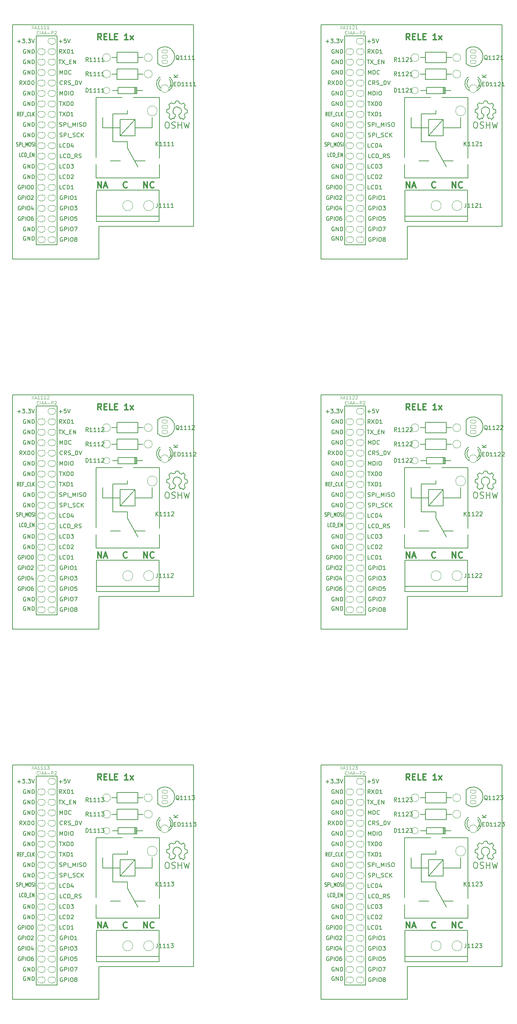
<source format=gbr>
G04 #@! TF.FileFunction,Legend,Top*
%FSLAX46Y46*%
G04 Gerber Fmt 4.6, Leading zero omitted, Abs format (unit mm)*
G04 Created by KiCad (PCBNEW (2015-09-12 BZR 6188)-product) date sáb 01 jul 2017 16:06:55 ART*
%MOMM*%
G01*
G04 APERTURE LIST*
%ADD10C,0.100000*%
%ADD11C,0.300000*%
%ADD12C,0.150000*%
%ADD13C,0.120000*%
%ADD14C,0.200000*%
%ADD15C,0.170000*%
%ADD16C,0.175000*%
G04 APERTURE END LIST*
D10*
D11*
X117214286Y-238178571D02*
X117214286Y-236678571D01*
X118071429Y-238178571D01*
X118071429Y-236678571D01*
X118714286Y-237750000D02*
X119428572Y-237750000D01*
X118571429Y-238178571D02*
X119071429Y-236678571D01*
X119571429Y-238178571D01*
X124357143Y-238035714D02*
X124285714Y-238107143D01*
X124071428Y-238178571D01*
X123928571Y-238178571D01*
X123714286Y-238107143D01*
X123571428Y-237964286D01*
X123500000Y-237821429D01*
X123428571Y-237535714D01*
X123428571Y-237321429D01*
X123500000Y-237035714D01*
X123571428Y-236892857D01*
X123714286Y-236750000D01*
X123928571Y-236678571D01*
X124071428Y-236678571D01*
X124285714Y-236750000D01*
X124357143Y-236821429D01*
X128428571Y-238178571D02*
X128428571Y-236678571D01*
X129285714Y-238178571D01*
X129285714Y-236678571D01*
X130857143Y-238035714D02*
X130785714Y-238107143D01*
X130571428Y-238178571D01*
X130428571Y-238178571D01*
X130214286Y-238107143D01*
X130071428Y-237964286D01*
X130000000Y-237821429D01*
X129928571Y-237535714D01*
X129928571Y-237321429D01*
X130000000Y-237035714D01*
X130071428Y-236892857D01*
X130214286Y-236750000D01*
X130428571Y-236678571D01*
X130571428Y-236678571D01*
X130785714Y-236750000D01*
X130857143Y-236821429D01*
X42214286Y-238178571D02*
X42214286Y-236678571D01*
X43071429Y-238178571D01*
X43071429Y-236678571D01*
X43714286Y-237750000D02*
X44428572Y-237750000D01*
X43571429Y-238178571D02*
X44071429Y-236678571D01*
X44571429Y-238178571D01*
X49357143Y-238035714D02*
X49285714Y-238107143D01*
X49071428Y-238178571D01*
X48928571Y-238178571D01*
X48714286Y-238107143D01*
X48571428Y-237964286D01*
X48500000Y-237821429D01*
X48428571Y-237535714D01*
X48428571Y-237321429D01*
X48500000Y-237035714D01*
X48571428Y-236892857D01*
X48714286Y-236750000D01*
X48928571Y-236678571D01*
X49071428Y-236678571D01*
X49285714Y-236750000D01*
X49357143Y-236821429D01*
X53428571Y-238178571D02*
X53428571Y-236678571D01*
X54285714Y-238178571D01*
X54285714Y-236678571D01*
X55857143Y-238035714D02*
X55785714Y-238107143D01*
X55571428Y-238178571D01*
X55428571Y-238178571D01*
X55214286Y-238107143D01*
X55071428Y-237964286D01*
X55000000Y-237821429D01*
X54928571Y-237535714D01*
X54928571Y-237321429D01*
X55000000Y-237035714D01*
X55071428Y-236892857D01*
X55214286Y-236750000D01*
X55428571Y-236678571D01*
X55571428Y-236678571D01*
X55785714Y-236750000D01*
X55857143Y-236821429D01*
X117214286Y-148178571D02*
X117214286Y-146678571D01*
X118071429Y-148178571D01*
X118071429Y-146678571D01*
X118714286Y-147750000D02*
X119428572Y-147750000D01*
X118571429Y-148178571D02*
X119071429Y-146678571D01*
X119571429Y-148178571D01*
X124357143Y-148035714D02*
X124285714Y-148107143D01*
X124071428Y-148178571D01*
X123928571Y-148178571D01*
X123714286Y-148107143D01*
X123571428Y-147964286D01*
X123500000Y-147821429D01*
X123428571Y-147535714D01*
X123428571Y-147321429D01*
X123500000Y-147035714D01*
X123571428Y-146892857D01*
X123714286Y-146750000D01*
X123928571Y-146678571D01*
X124071428Y-146678571D01*
X124285714Y-146750000D01*
X124357143Y-146821429D01*
X128428571Y-148178571D02*
X128428571Y-146678571D01*
X129285714Y-148178571D01*
X129285714Y-146678571D01*
X130857143Y-148035714D02*
X130785714Y-148107143D01*
X130571428Y-148178571D01*
X130428571Y-148178571D01*
X130214286Y-148107143D01*
X130071428Y-147964286D01*
X130000000Y-147821429D01*
X129928571Y-147535714D01*
X129928571Y-147321429D01*
X130000000Y-147035714D01*
X130071428Y-146892857D01*
X130214286Y-146750000D01*
X130428571Y-146678571D01*
X130571428Y-146678571D01*
X130785714Y-146750000D01*
X130857143Y-146821429D01*
X42214286Y-148178571D02*
X42214286Y-146678571D01*
X43071429Y-148178571D01*
X43071429Y-146678571D01*
X43714286Y-147750000D02*
X44428572Y-147750000D01*
X43571429Y-148178571D02*
X44071429Y-146678571D01*
X44571429Y-148178571D01*
X49357143Y-148035714D02*
X49285714Y-148107143D01*
X49071428Y-148178571D01*
X48928571Y-148178571D01*
X48714286Y-148107143D01*
X48571428Y-147964286D01*
X48500000Y-147821429D01*
X48428571Y-147535714D01*
X48428571Y-147321429D01*
X48500000Y-147035714D01*
X48571428Y-146892857D01*
X48714286Y-146750000D01*
X48928571Y-146678571D01*
X49071428Y-146678571D01*
X49285714Y-146750000D01*
X49357143Y-146821429D01*
X53428571Y-148178571D02*
X53428571Y-146678571D01*
X54285714Y-148178571D01*
X54285714Y-146678571D01*
X55857143Y-148035714D02*
X55785714Y-148107143D01*
X55571428Y-148178571D01*
X55428571Y-148178571D01*
X55214286Y-148107143D01*
X55071428Y-147964286D01*
X55000000Y-147821429D01*
X54928571Y-147535714D01*
X54928571Y-147321429D01*
X55000000Y-147035714D01*
X55071428Y-146892857D01*
X55214286Y-146750000D01*
X55428571Y-146678571D01*
X55571428Y-146678571D01*
X55785714Y-146750000D01*
X55857143Y-146821429D01*
X117214286Y-58178571D02*
X117214286Y-56678571D01*
X118071429Y-58178571D01*
X118071429Y-56678571D01*
X118714286Y-57750000D02*
X119428572Y-57750000D01*
X118571429Y-58178571D02*
X119071429Y-56678571D01*
X119571429Y-58178571D01*
X124357143Y-58035714D02*
X124285714Y-58107143D01*
X124071428Y-58178571D01*
X123928571Y-58178571D01*
X123714286Y-58107143D01*
X123571428Y-57964286D01*
X123500000Y-57821429D01*
X123428571Y-57535714D01*
X123428571Y-57321429D01*
X123500000Y-57035714D01*
X123571428Y-56892857D01*
X123714286Y-56750000D01*
X123928571Y-56678571D01*
X124071428Y-56678571D01*
X124285714Y-56750000D01*
X124357143Y-56821429D01*
X128428571Y-58178571D02*
X128428571Y-56678571D01*
X129285714Y-58178571D01*
X129285714Y-56678571D01*
X130857143Y-58035714D02*
X130785714Y-58107143D01*
X130571428Y-58178571D01*
X130428571Y-58178571D01*
X130214286Y-58107143D01*
X130071428Y-57964286D01*
X130000000Y-57821429D01*
X129928571Y-57535714D01*
X129928571Y-57321429D01*
X130000000Y-57035714D01*
X130071428Y-56892857D01*
X130214286Y-56750000D01*
X130428571Y-56678571D01*
X130571428Y-56678571D01*
X130785714Y-56750000D01*
X130857143Y-56821429D01*
X118107143Y-202178571D02*
X117607143Y-201464286D01*
X117250000Y-202178571D02*
X117250000Y-200678571D01*
X117821428Y-200678571D01*
X117964286Y-200750000D01*
X118035714Y-200821429D01*
X118107143Y-200964286D01*
X118107143Y-201178571D01*
X118035714Y-201321429D01*
X117964286Y-201392857D01*
X117821428Y-201464286D01*
X117250000Y-201464286D01*
X118750000Y-201392857D02*
X119250000Y-201392857D01*
X119464286Y-202178571D02*
X118750000Y-202178571D01*
X118750000Y-200678571D01*
X119464286Y-200678571D01*
X120821429Y-202178571D02*
X120107143Y-202178571D01*
X120107143Y-200678571D01*
X121321429Y-201392857D02*
X121821429Y-201392857D01*
X122035715Y-202178571D02*
X121321429Y-202178571D01*
X121321429Y-200678571D01*
X122035715Y-200678571D01*
X124607143Y-202178571D02*
X123750000Y-202178571D01*
X124178572Y-202178571D02*
X124178572Y-200678571D01*
X124035715Y-200892857D01*
X123892857Y-201035714D01*
X123750000Y-201107143D01*
X125107143Y-202178571D02*
X125892857Y-201178571D01*
X125107143Y-201178571D02*
X125892857Y-202178571D01*
X43107143Y-202178571D02*
X42607143Y-201464286D01*
X42250000Y-202178571D02*
X42250000Y-200678571D01*
X42821428Y-200678571D01*
X42964286Y-200750000D01*
X43035714Y-200821429D01*
X43107143Y-200964286D01*
X43107143Y-201178571D01*
X43035714Y-201321429D01*
X42964286Y-201392857D01*
X42821428Y-201464286D01*
X42250000Y-201464286D01*
X43750000Y-201392857D02*
X44250000Y-201392857D01*
X44464286Y-202178571D02*
X43750000Y-202178571D01*
X43750000Y-200678571D01*
X44464286Y-200678571D01*
X45821429Y-202178571D02*
X45107143Y-202178571D01*
X45107143Y-200678571D01*
X46321429Y-201392857D02*
X46821429Y-201392857D01*
X47035715Y-202178571D02*
X46321429Y-202178571D01*
X46321429Y-200678571D01*
X47035715Y-200678571D01*
X49607143Y-202178571D02*
X48750000Y-202178571D01*
X49178572Y-202178571D02*
X49178572Y-200678571D01*
X49035715Y-200892857D01*
X48892857Y-201035714D01*
X48750000Y-201107143D01*
X50107143Y-202178571D02*
X50892857Y-201178571D01*
X50107143Y-201178571D02*
X50892857Y-202178571D01*
X118107143Y-112178571D02*
X117607143Y-111464286D01*
X117250000Y-112178571D02*
X117250000Y-110678571D01*
X117821428Y-110678571D01*
X117964286Y-110750000D01*
X118035714Y-110821429D01*
X118107143Y-110964286D01*
X118107143Y-111178571D01*
X118035714Y-111321429D01*
X117964286Y-111392857D01*
X117821428Y-111464286D01*
X117250000Y-111464286D01*
X118750000Y-111392857D02*
X119250000Y-111392857D01*
X119464286Y-112178571D02*
X118750000Y-112178571D01*
X118750000Y-110678571D01*
X119464286Y-110678571D01*
X120821429Y-112178571D02*
X120107143Y-112178571D01*
X120107143Y-110678571D01*
X121321429Y-111392857D02*
X121821429Y-111392857D01*
X122035715Y-112178571D02*
X121321429Y-112178571D01*
X121321429Y-110678571D01*
X122035715Y-110678571D01*
X124607143Y-112178571D02*
X123750000Y-112178571D01*
X124178572Y-112178571D02*
X124178572Y-110678571D01*
X124035715Y-110892857D01*
X123892857Y-111035714D01*
X123750000Y-111107143D01*
X125107143Y-112178571D02*
X125892857Y-111178571D01*
X125107143Y-111178571D02*
X125892857Y-112178571D01*
X43107143Y-112178571D02*
X42607143Y-111464286D01*
X42250000Y-112178571D02*
X42250000Y-110678571D01*
X42821428Y-110678571D01*
X42964286Y-110750000D01*
X43035714Y-110821429D01*
X43107143Y-110964286D01*
X43107143Y-111178571D01*
X43035714Y-111321429D01*
X42964286Y-111392857D01*
X42821428Y-111464286D01*
X42250000Y-111464286D01*
X43750000Y-111392857D02*
X44250000Y-111392857D01*
X44464286Y-112178571D02*
X43750000Y-112178571D01*
X43750000Y-110678571D01*
X44464286Y-110678571D01*
X45821429Y-112178571D02*
X45107143Y-112178571D01*
X45107143Y-110678571D01*
X46321429Y-111392857D02*
X46821429Y-111392857D01*
X47035715Y-112178571D02*
X46321429Y-112178571D01*
X46321429Y-110678571D01*
X47035715Y-110678571D01*
X49607143Y-112178571D02*
X48750000Y-112178571D01*
X49178572Y-112178571D02*
X49178572Y-110678571D01*
X49035715Y-110892857D01*
X48892857Y-111035714D01*
X48750000Y-111107143D01*
X50107143Y-112178571D02*
X50892857Y-111178571D01*
X50107143Y-111178571D02*
X50892857Y-112178571D01*
X118107143Y-22178571D02*
X117607143Y-21464286D01*
X117250000Y-22178571D02*
X117250000Y-20678571D01*
X117821428Y-20678571D01*
X117964286Y-20750000D01*
X118035714Y-20821429D01*
X118107143Y-20964286D01*
X118107143Y-21178571D01*
X118035714Y-21321429D01*
X117964286Y-21392857D01*
X117821428Y-21464286D01*
X117250000Y-21464286D01*
X118750000Y-21392857D02*
X119250000Y-21392857D01*
X119464286Y-22178571D02*
X118750000Y-22178571D01*
X118750000Y-20678571D01*
X119464286Y-20678571D01*
X120821429Y-22178571D02*
X120107143Y-22178571D01*
X120107143Y-20678571D01*
X121321429Y-21392857D02*
X121821429Y-21392857D01*
X122035715Y-22178571D02*
X121321429Y-22178571D01*
X121321429Y-20678571D01*
X122035715Y-20678571D01*
X124607143Y-22178571D02*
X123750000Y-22178571D01*
X124178572Y-22178571D02*
X124178572Y-20678571D01*
X124035715Y-20892857D01*
X123892857Y-21035714D01*
X123750000Y-21107143D01*
X125107143Y-22178571D02*
X125892857Y-21178571D01*
X125107143Y-21178571D02*
X125892857Y-22178571D01*
D12*
X96500000Y-198500000D02*
X96500000Y-255500000D01*
X21500000Y-198500000D02*
X21500000Y-255500000D01*
X96500000Y-108500000D02*
X96500000Y-165500000D01*
X21500000Y-108500000D02*
X21500000Y-165500000D01*
X96500000Y-18500000D02*
X96500000Y-75500000D01*
X117500000Y-247500000D02*
X140500000Y-247500000D01*
X42500000Y-247500000D02*
X65500000Y-247500000D01*
X117500000Y-157500000D02*
X140500000Y-157500000D01*
X42500000Y-157500000D02*
X65500000Y-157500000D01*
X117500000Y-67500000D02*
X140500000Y-67500000D01*
X117500000Y-255500000D02*
X117500000Y-247500000D01*
X42500000Y-255500000D02*
X42500000Y-247500000D01*
X117500000Y-165500000D02*
X117500000Y-157500000D01*
X42500000Y-165500000D02*
X42500000Y-157500000D01*
X117500000Y-75500000D02*
X117500000Y-67500000D01*
X140500000Y-198500000D02*
X96500000Y-198500000D01*
X65500000Y-198500000D02*
X21500000Y-198500000D01*
X140500000Y-108500000D02*
X96500000Y-108500000D01*
X65500000Y-108500000D02*
X21500000Y-108500000D01*
X140500000Y-18500000D02*
X96500000Y-18500000D01*
X96500000Y-255500000D02*
X117500000Y-255500000D01*
X21500000Y-255500000D02*
X42500000Y-255500000D01*
X96500000Y-165500000D02*
X117500000Y-165500000D01*
X21500000Y-165500000D02*
X42500000Y-165500000D01*
X96500000Y-75500000D02*
X117500000Y-75500000D01*
X140500000Y-247500000D02*
X140500000Y-198500000D01*
X65500000Y-247500000D02*
X65500000Y-198500000D01*
X140500000Y-157500000D02*
X140500000Y-108500000D01*
X65500000Y-157500000D02*
X65500000Y-108500000D01*
X140500000Y-67500000D02*
X140500000Y-18500000D01*
D11*
X43107143Y-22178571D02*
X42607143Y-21464286D01*
X42250000Y-22178571D02*
X42250000Y-20678571D01*
X42821428Y-20678571D01*
X42964286Y-20750000D01*
X43035714Y-20821429D01*
X43107143Y-20964286D01*
X43107143Y-21178571D01*
X43035714Y-21321429D01*
X42964286Y-21392857D01*
X42821428Y-21464286D01*
X42250000Y-21464286D01*
X43750000Y-21392857D02*
X44250000Y-21392857D01*
X44464286Y-22178571D02*
X43750000Y-22178571D01*
X43750000Y-20678571D01*
X44464286Y-20678571D01*
X45821429Y-22178571D02*
X45107143Y-22178571D01*
X45107143Y-20678571D01*
X46321429Y-21392857D02*
X46821429Y-21392857D01*
X47035715Y-22178571D02*
X46321429Y-22178571D01*
X46321429Y-20678571D01*
X47035715Y-20678571D01*
X49607143Y-22178571D02*
X48750000Y-22178571D01*
X49178572Y-22178571D02*
X49178572Y-20678571D01*
X49035715Y-20892857D01*
X48892857Y-21035714D01*
X48750000Y-21107143D01*
X50107143Y-22178571D02*
X50892857Y-21178571D01*
X50107143Y-21178571D02*
X50892857Y-22178571D01*
X42214286Y-58178571D02*
X42214286Y-56678571D01*
X43071429Y-58178571D01*
X43071429Y-56678571D01*
X43714286Y-57750000D02*
X44428572Y-57750000D01*
X43571429Y-58178571D02*
X44071429Y-56678571D01*
X44571429Y-58178571D01*
X49357143Y-58035714D02*
X49285714Y-58107143D01*
X49071428Y-58178571D01*
X48928571Y-58178571D01*
X48714286Y-58107143D01*
X48571428Y-57964286D01*
X48500000Y-57821429D01*
X48428571Y-57535714D01*
X48428571Y-57321429D01*
X48500000Y-57035714D01*
X48571428Y-56892857D01*
X48714286Y-56750000D01*
X48928571Y-56678571D01*
X49071428Y-56678571D01*
X49285714Y-56750000D01*
X49357143Y-56821429D01*
X53428571Y-58178571D02*
X53428571Y-56678571D01*
X54285714Y-58178571D01*
X54285714Y-56678571D01*
X55857143Y-58035714D02*
X55785714Y-58107143D01*
X55571428Y-58178571D01*
X55428571Y-58178571D01*
X55214286Y-58107143D01*
X55071428Y-57964286D01*
X55000000Y-57821429D01*
X54928571Y-57535714D01*
X54928571Y-57321429D01*
X55000000Y-57035714D01*
X55071428Y-56892857D01*
X55214286Y-56750000D01*
X55428571Y-56678571D01*
X55571428Y-56678571D01*
X55785714Y-56750000D01*
X55857143Y-56821429D01*
D12*
X65500000Y-18500000D02*
X21500000Y-18500000D01*
X65500000Y-67500000D02*
X65500000Y-18500000D01*
X42500000Y-67500000D02*
X65500000Y-67500000D01*
X42500000Y-75500000D02*
X42500000Y-67500000D01*
X21500000Y-75500000D02*
X42500000Y-75500000D01*
X21500000Y-18500000D02*
X21500000Y-75500000D01*
X122133480Y-214502540D02*
X120736480Y-214502540D01*
X126578480Y-214502540D02*
X128102480Y-214502540D01*
X126197480Y-215264540D02*
X126197480Y-213740540D01*
X126451480Y-215264540D02*
X126451480Y-213740540D01*
X126705480Y-214502540D02*
X126705480Y-213740540D01*
X126705480Y-213740540D02*
X122133480Y-213740540D01*
X122133480Y-213740540D02*
X122133480Y-215264540D01*
X122133480Y-215264540D02*
X126705480Y-215264540D01*
X126705480Y-215264540D02*
X126705480Y-214502540D01*
X47133480Y-214502540D02*
X45736480Y-214502540D01*
X51578480Y-214502540D02*
X53102480Y-214502540D01*
X51197480Y-215264540D02*
X51197480Y-213740540D01*
X51451480Y-215264540D02*
X51451480Y-213740540D01*
X51705480Y-214502540D02*
X51705480Y-213740540D01*
X51705480Y-213740540D02*
X47133480Y-213740540D01*
X47133480Y-213740540D02*
X47133480Y-215264540D01*
X47133480Y-215264540D02*
X51705480Y-215264540D01*
X51705480Y-215264540D02*
X51705480Y-214502540D01*
X122133480Y-124502540D02*
X120736480Y-124502540D01*
X126578480Y-124502540D02*
X128102480Y-124502540D01*
X126197480Y-125264540D02*
X126197480Y-123740540D01*
X126451480Y-125264540D02*
X126451480Y-123740540D01*
X126705480Y-124502540D02*
X126705480Y-123740540D01*
X126705480Y-123740540D02*
X122133480Y-123740540D01*
X122133480Y-123740540D02*
X122133480Y-125264540D01*
X122133480Y-125264540D02*
X126705480Y-125264540D01*
X126705480Y-125264540D02*
X126705480Y-124502540D01*
X47133480Y-124502540D02*
X45736480Y-124502540D01*
X51578480Y-124502540D02*
X53102480Y-124502540D01*
X51197480Y-125264540D02*
X51197480Y-123740540D01*
X51451480Y-125264540D02*
X51451480Y-123740540D01*
X51705480Y-124502540D02*
X51705480Y-123740540D01*
X51705480Y-123740540D02*
X47133480Y-123740540D01*
X47133480Y-123740540D02*
X47133480Y-125264540D01*
X47133480Y-125264540D02*
X51705480Y-125264540D01*
X51705480Y-125264540D02*
X51705480Y-124502540D01*
X122133480Y-34502540D02*
X120736480Y-34502540D01*
X126578480Y-34502540D02*
X128102480Y-34502540D01*
X126197480Y-35264540D02*
X126197480Y-33740540D01*
X126451480Y-35264540D02*
X126451480Y-33740540D01*
X126705480Y-34502540D02*
X126705480Y-33740540D01*
X126705480Y-33740540D02*
X122133480Y-33740540D01*
X122133480Y-33740540D02*
X122133480Y-35264540D01*
X122133480Y-35264540D02*
X126705480Y-35264540D01*
X126705480Y-35264540D02*
X126705480Y-34502540D01*
X102230000Y-202500000D02*
X102230000Y-201230000D01*
X102230000Y-201230000D02*
X107310000Y-201230000D01*
X107310000Y-201230000D02*
X107310000Y-252030000D01*
X107310000Y-252030000D02*
X102230000Y-252030000D01*
X102230000Y-252030000D02*
X102230000Y-202500000D01*
X27230000Y-202500000D02*
X27230000Y-201230000D01*
X27230000Y-201230000D02*
X32310000Y-201230000D01*
X32310000Y-201230000D02*
X32310000Y-252030000D01*
X32310000Y-252030000D02*
X27230000Y-252030000D01*
X27230000Y-252030000D02*
X27230000Y-202500000D01*
X102230000Y-112500000D02*
X102230000Y-111230000D01*
X102230000Y-111230000D02*
X107310000Y-111230000D01*
X107310000Y-111230000D02*
X107310000Y-162030000D01*
X107310000Y-162030000D02*
X102230000Y-162030000D01*
X102230000Y-162030000D02*
X102230000Y-112500000D01*
X27230000Y-112500000D02*
X27230000Y-111230000D01*
X27230000Y-111230000D02*
X32310000Y-111230000D01*
X32310000Y-111230000D02*
X32310000Y-162030000D01*
X32310000Y-162030000D02*
X27230000Y-162030000D01*
X27230000Y-162030000D02*
X27230000Y-112500000D01*
X102230000Y-22500000D02*
X102230000Y-21230000D01*
X102230000Y-21230000D02*
X107310000Y-21230000D01*
X107310000Y-21230000D02*
X107310000Y-72030000D01*
X107310000Y-72030000D02*
X102230000Y-72030000D01*
X102230000Y-72030000D02*
X102230000Y-22500000D01*
X116880000Y-246310000D02*
X116880000Y-238690000D01*
X132120000Y-246310000D02*
X132120000Y-238690000D01*
X116880000Y-245040000D02*
X132120000Y-245040000D01*
X116880000Y-238690000D02*
X132120000Y-238690000D01*
X116880000Y-246310000D02*
X132120000Y-246310000D01*
X41880000Y-246310000D02*
X41880000Y-238690000D01*
X57120000Y-246310000D02*
X57120000Y-238690000D01*
X41880000Y-245040000D02*
X57120000Y-245040000D01*
X41880000Y-238690000D02*
X57120000Y-238690000D01*
X41880000Y-246310000D02*
X57120000Y-246310000D01*
X116880000Y-156310000D02*
X116880000Y-148690000D01*
X132120000Y-156310000D02*
X132120000Y-148690000D01*
X116880000Y-155040000D02*
X132120000Y-155040000D01*
X116880000Y-148690000D02*
X132120000Y-148690000D01*
X116880000Y-156310000D02*
X132120000Y-156310000D01*
X41880000Y-156310000D02*
X41880000Y-148690000D01*
X57120000Y-156310000D02*
X57120000Y-148690000D01*
X41880000Y-155040000D02*
X57120000Y-155040000D01*
X41880000Y-148690000D02*
X57120000Y-148690000D01*
X41880000Y-156310000D02*
X57120000Y-156310000D01*
X116880000Y-66310000D02*
X116880000Y-58690000D01*
X132120000Y-66310000D02*
X132120000Y-58690000D01*
X116880000Y-65040000D02*
X132120000Y-65040000D01*
X116880000Y-58690000D02*
X132120000Y-58690000D01*
X116880000Y-66310000D02*
X132120000Y-66310000D01*
X116800000Y-232500000D02*
X116800000Y-235800000D01*
X116800000Y-235800000D02*
X132200000Y-235800000D01*
X132200000Y-235800000D02*
X132200000Y-232450000D01*
X123150000Y-216200000D02*
X116800000Y-216200000D01*
X116800000Y-216200000D02*
X116800000Y-230750000D01*
X125900000Y-216200000D02*
X132200000Y-216200000D01*
X132200000Y-216200000D02*
X132200000Y-230950000D01*
X132150000Y-216200000D02*
X125900000Y-216200000D01*
X120300000Y-231650000D02*
X122750000Y-231650000D01*
X128700000Y-231650000D02*
X126200000Y-231650000D01*
X118450000Y-221050000D02*
X118450000Y-223550000D01*
X124450000Y-220150000D02*
X124450000Y-219350000D01*
X130450000Y-223550000D02*
X130450000Y-221050000D01*
X124450000Y-226950000D02*
X124450000Y-228450000D01*
X124450000Y-228450000D02*
X126950000Y-233050000D01*
X120850000Y-226950000D02*
X120850000Y-220150000D01*
X124450000Y-226950000D02*
X120850000Y-226950000D01*
X124450000Y-220150000D02*
X120850000Y-220150000D01*
X130450000Y-223550000D02*
X126250000Y-223550000D01*
X122650000Y-223550000D02*
X118450000Y-223550000D01*
X122650000Y-225550000D02*
X126250000Y-221550000D01*
X122650000Y-221550000D02*
X126250000Y-221550000D01*
X126250000Y-221550000D02*
X126250000Y-225550000D01*
X126250000Y-225550000D02*
X122650000Y-225550000D01*
X122650000Y-225550000D02*
X122650000Y-221550000D01*
X41800000Y-232500000D02*
X41800000Y-235800000D01*
X41800000Y-235800000D02*
X57200000Y-235800000D01*
X57200000Y-235800000D02*
X57200000Y-232450000D01*
X48150000Y-216200000D02*
X41800000Y-216200000D01*
X41800000Y-216200000D02*
X41800000Y-230750000D01*
X50900000Y-216200000D02*
X57200000Y-216200000D01*
X57200000Y-216200000D02*
X57200000Y-230950000D01*
X57150000Y-216200000D02*
X50900000Y-216200000D01*
X45300000Y-231650000D02*
X47750000Y-231650000D01*
X53700000Y-231650000D02*
X51200000Y-231650000D01*
X43450000Y-221050000D02*
X43450000Y-223550000D01*
X49450000Y-220150000D02*
X49450000Y-219350000D01*
X55450000Y-223550000D02*
X55450000Y-221050000D01*
X49450000Y-226950000D02*
X49450000Y-228450000D01*
X49450000Y-228450000D02*
X51950000Y-233050000D01*
X45850000Y-226950000D02*
X45850000Y-220150000D01*
X49450000Y-226950000D02*
X45850000Y-226950000D01*
X49450000Y-220150000D02*
X45850000Y-220150000D01*
X55450000Y-223550000D02*
X51250000Y-223550000D01*
X47650000Y-223550000D02*
X43450000Y-223550000D01*
X47650000Y-225550000D02*
X51250000Y-221550000D01*
X47650000Y-221550000D02*
X51250000Y-221550000D01*
X51250000Y-221550000D02*
X51250000Y-225550000D01*
X51250000Y-225550000D02*
X47650000Y-225550000D01*
X47650000Y-225550000D02*
X47650000Y-221550000D01*
X116800000Y-142500000D02*
X116800000Y-145800000D01*
X116800000Y-145800000D02*
X132200000Y-145800000D01*
X132200000Y-145800000D02*
X132200000Y-142450000D01*
X123150000Y-126200000D02*
X116800000Y-126200000D01*
X116800000Y-126200000D02*
X116800000Y-140750000D01*
X125900000Y-126200000D02*
X132200000Y-126200000D01*
X132200000Y-126200000D02*
X132200000Y-140950000D01*
X132150000Y-126200000D02*
X125900000Y-126200000D01*
X120300000Y-141650000D02*
X122750000Y-141650000D01*
X128700000Y-141650000D02*
X126200000Y-141650000D01*
X118450000Y-131050000D02*
X118450000Y-133550000D01*
X124450000Y-130150000D02*
X124450000Y-129350000D01*
X130450000Y-133550000D02*
X130450000Y-131050000D01*
X124450000Y-136950000D02*
X124450000Y-138450000D01*
X124450000Y-138450000D02*
X126950000Y-143050000D01*
X120850000Y-136950000D02*
X120850000Y-130150000D01*
X124450000Y-136950000D02*
X120850000Y-136950000D01*
X124450000Y-130150000D02*
X120850000Y-130150000D01*
X130450000Y-133550000D02*
X126250000Y-133550000D01*
X122650000Y-133550000D02*
X118450000Y-133550000D01*
X122650000Y-135550000D02*
X126250000Y-131550000D01*
X122650000Y-131550000D02*
X126250000Y-131550000D01*
X126250000Y-131550000D02*
X126250000Y-135550000D01*
X126250000Y-135550000D02*
X122650000Y-135550000D01*
X122650000Y-135550000D02*
X122650000Y-131550000D01*
X41800000Y-142500000D02*
X41800000Y-145800000D01*
X41800000Y-145800000D02*
X57200000Y-145800000D01*
X57200000Y-145800000D02*
X57200000Y-142450000D01*
X48150000Y-126200000D02*
X41800000Y-126200000D01*
X41800000Y-126200000D02*
X41800000Y-140750000D01*
X50900000Y-126200000D02*
X57200000Y-126200000D01*
X57200000Y-126200000D02*
X57200000Y-140950000D01*
X57150000Y-126200000D02*
X50900000Y-126200000D01*
X45300000Y-141650000D02*
X47750000Y-141650000D01*
X53700000Y-141650000D02*
X51200000Y-141650000D01*
X43450000Y-131050000D02*
X43450000Y-133550000D01*
X49450000Y-130150000D02*
X49450000Y-129350000D01*
X55450000Y-133550000D02*
X55450000Y-131050000D01*
X49450000Y-136950000D02*
X49450000Y-138450000D01*
X49450000Y-138450000D02*
X51950000Y-143050000D01*
X45850000Y-136950000D02*
X45850000Y-130150000D01*
X49450000Y-136950000D02*
X45850000Y-136950000D01*
X49450000Y-130150000D02*
X45850000Y-130150000D01*
X55450000Y-133550000D02*
X51250000Y-133550000D01*
X47650000Y-133550000D02*
X43450000Y-133550000D01*
X47650000Y-135550000D02*
X51250000Y-131550000D01*
X47650000Y-131550000D02*
X51250000Y-131550000D01*
X51250000Y-131550000D02*
X51250000Y-135550000D01*
X51250000Y-135550000D02*
X47650000Y-135550000D01*
X47650000Y-135550000D02*
X47650000Y-131550000D01*
X116800000Y-52500000D02*
X116800000Y-55800000D01*
X116800000Y-55800000D02*
X132200000Y-55800000D01*
X132200000Y-55800000D02*
X132200000Y-52450000D01*
X123150000Y-36200000D02*
X116800000Y-36200000D01*
X116800000Y-36200000D02*
X116800000Y-50750000D01*
X125900000Y-36200000D02*
X132200000Y-36200000D01*
X132200000Y-36200000D02*
X132200000Y-50950000D01*
X132150000Y-36200000D02*
X125900000Y-36200000D01*
X120300000Y-51650000D02*
X122750000Y-51650000D01*
X128700000Y-51650000D02*
X126200000Y-51650000D01*
X118450000Y-41050000D02*
X118450000Y-43550000D01*
X124450000Y-40150000D02*
X124450000Y-39350000D01*
X130450000Y-43550000D02*
X130450000Y-41050000D01*
X124450000Y-46950000D02*
X124450000Y-48450000D01*
X124450000Y-48450000D02*
X126950000Y-53050000D01*
X120850000Y-46950000D02*
X120850000Y-40150000D01*
X124450000Y-46950000D02*
X120850000Y-46950000D01*
X124450000Y-40150000D02*
X120850000Y-40150000D01*
X130450000Y-43550000D02*
X126250000Y-43550000D01*
X122650000Y-43550000D02*
X118450000Y-43550000D01*
X122650000Y-45550000D02*
X126250000Y-41550000D01*
X122650000Y-41550000D02*
X126250000Y-41550000D01*
X126250000Y-41550000D02*
X126250000Y-45550000D01*
X126250000Y-45550000D02*
X122650000Y-45550000D01*
X122650000Y-45550000D02*
X122650000Y-41550000D01*
X138168780Y-222189860D02*
X138529460Y-223660520D01*
X138529460Y-223660520D02*
X138808860Y-222598800D01*
X138808860Y-222598800D02*
X139118740Y-223670680D01*
X139118740Y-223670680D02*
X139459100Y-222220340D01*
X136748920Y-222880740D02*
X137538860Y-222870580D01*
X137538860Y-222870580D02*
X137549020Y-222880740D01*
X137549020Y-222880740D02*
X137549020Y-222870580D01*
X137589660Y-222159380D02*
X137589660Y-223701160D01*
X136700660Y-222149220D02*
X136700660Y-223718940D01*
X136700660Y-223718940D02*
X136710820Y-223708780D01*
X136149480Y-222250820D02*
X135798960Y-222169540D01*
X135798960Y-222169540D02*
X135478920Y-222159380D01*
X135478920Y-222159380D02*
X135240160Y-222360040D01*
X135240160Y-222360040D02*
X135209680Y-222629280D01*
X135209680Y-222629280D02*
X135450980Y-222870580D01*
X135450980Y-222870580D02*
X135839600Y-223000120D01*
X135839600Y-223000120D02*
X136019940Y-223160140D01*
X136019940Y-223160140D02*
X136060580Y-223459860D01*
X136060580Y-223459860D02*
X135829440Y-223680840D01*
X135829440Y-223680840D02*
X135509400Y-223708780D01*
X135509400Y-223708780D02*
X135158880Y-223599560D01*
X134120020Y-222149220D02*
X133871100Y-222169540D01*
X133871100Y-222169540D02*
X133629800Y-222410840D01*
X133629800Y-222410840D02*
X133540900Y-222901060D01*
X133540900Y-222901060D02*
X133568840Y-223249040D01*
X133568840Y-223249040D02*
X133769500Y-223569080D01*
X133769500Y-223569080D02*
X134020960Y-223691000D01*
X134020960Y-223691000D02*
X134330840Y-223619880D01*
X134330840Y-223619880D02*
X134549280Y-223439540D01*
X134549280Y-223439540D02*
X134620400Y-222979800D01*
X134620400Y-222979800D02*
X134569600Y-222570860D01*
X134569600Y-222570860D02*
X134460380Y-222288920D01*
X134460380Y-222288920D02*
X134099700Y-222159380D01*
X134719460Y-220429640D02*
X134460380Y-220990980D01*
X134460380Y-220990980D02*
X134998860Y-221509140D01*
X134998860Y-221509140D02*
X135519560Y-221239900D01*
X135519560Y-221239900D02*
X135798960Y-221399920D01*
X137239140Y-221379600D02*
X137569340Y-221189100D01*
X137569340Y-221189100D02*
X138008760Y-221519300D01*
X138008760Y-221519300D02*
X138481200Y-221029080D01*
X138481200Y-221029080D02*
X138199260Y-220549020D01*
X138199260Y-220549020D02*
X138389760Y-220079120D01*
X138389760Y-220079120D02*
X138999360Y-219891160D01*
X138999360Y-219891160D02*
X138999360Y-219210440D01*
X138999360Y-219210440D02*
X138440560Y-219070740D01*
X138440560Y-219070740D02*
X138239900Y-218499240D01*
X138239900Y-218499240D02*
X138509140Y-218029340D01*
X138509140Y-218029340D02*
X138039240Y-217518800D01*
X138039240Y-217518800D02*
X137521080Y-217780420D01*
X137521080Y-217780420D02*
X137051180Y-217579760D01*
X137051180Y-217579760D02*
X136881000Y-217038740D01*
X136881000Y-217038740D02*
X136190120Y-217020960D01*
X136190120Y-217020960D02*
X135979300Y-217569600D01*
X135979300Y-217569600D02*
X135560200Y-217739780D01*
X135560200Y-217739780D02*
X135009020Y-217470540D01*
X135009020Y-217470540D02*
X134490860Y-217998860D01*
X134490860Y-217998860D02*
X134739780Y-218539880D01*
X134739780Y-218539880D02*
X134569600Y-219019940D01*
X134569600Y-219019940D02*
X134020960Y-219119000D01*
X134020960Y-219119000D02*
X134010800Y-219820040D01*
X134010800Y-219820040D02*
X134569600Y-220020700D01*
X134569600Y-220020700D02*
X134709300Y-220419480D01*
X136850520Y-220399160D02*
X137150240Y-220249300D01*
X137150240Y-220249300D02*
X137350900Y-220051180D01*
X137350900Y-220051180D02*
X137500760Y-219649860D01*
X137500760Y-219649860D02*
X137500760Y-219251080D01*
X137500760Y-219251080D02*
X137350900Y-218900560D01*
X137350900Y-218900560D02*
X136898780Y-218550040D01*
X136898780Y-218550040D02*
X136449200Y-218499240D01*
X136449200Y-218499240D02*
X136050420Y-218600840D01*
X136050420Y-218600840D02*
X135649100Y-218948820D01*
X135649100Y-218948820D02*
X135499240Y-219400940D01*
X135499240Y-219400940D02*
X135550040Y-219898780D01*
X135550040Y-219898780D02*
X135798960Y-220201040D01*
X135798960Y-220201040D02*
X136149480Y-220399160D01*
X136149480Y-220399160D02*
X135798960Y-221399920D01*
X136850520Y-220399160D02*
X137249300Y-221399920D01*
X63168780Y-222189860D02*
X63529460Y-223660520D01*
X63529460Y-223660520D02*
X63808860Y-222598800D01*
X63808860Y-222598800D02*
X64118740Y-223670680D01*
X64118740Y-223670680D02*
X64459100Y-222220340D01*
X61748920Y-222880740D02*
X62538860Y-222870580D01*
X62538860Y-222870580D02*
X62549020Y-222880740D01*
X62549020Y-222880740D02*
X62549020Y-222870580D01*
X62589660Y-222159380D02*
X62589660Y-223701160D01*
X61700660Y-222149220D02*
X61700660Y-223718940D01*
X61700660Y-223718940D02*
X61710820Y-223708780D01*
X61149480Y-222250820D02*
X60798960Y-222169540D01*
X60798960Y-222169540D02*
X60478920Y-222159380D01*
X60478920Y-222159380D02*
X60240160Y-222360040D01*
X60240160Y-222360040D02*
X60209680Y-222629280D01*
X60209680Y-222629280D02*
X60450980Y-222870580D01*
X60450980Y-222870580D02*
X60839600Y-223000120D01*
X60839600Y-223000120D02*
X61019940Y-223160140D01*
X61019940Y-223160140D02*
X61060580Y-223459860D01*
X61060580Y-223459860D02*
X60829440Y-223680840D01*
X60829440Y-223680840D02*
X60509400Y-223708780D01*
X60509400Y-223708780D02*
X60158880Y-223599560D01*
X59120020Y-222149220D02*
X58871100Y-222169540D01*
X58871100Y-222169540D02*
X58629800Y-222410840D01*
X58629800Y-222410840D02*
X58540900Y-222901060D01*
X58540900Y-222901060D02*
X58568840Y-223249040D01*
X58568840Y-223249040D02*
X58769500Y-223569080D01*
X58769500Y-223569080D02*
X59020960Y-223691000D01*
X59020960Y-223691000D02*
X59330840Y-223619880D01*
X59330840Y-223619880D02*
X59549280Y-223439540D01*
X59549280Y-223439540D02*
X59620400Y-222979800D01*
X59620400Y-222979800D02*
X59569600Y-222570860D01*
X59569600Y-222570860D02*
X59460380Y-222288920D01*
X59460380Y-222288920D02*
X59099700Y-222159380D01*
X59719460Y-220429640D02*
X59460380Y-220990980D01*
X59460380Y-220990980D02*
X59998860Y-221509140D01*
X59998860Y-221509140D02*
X60519560Y-221239900D01*
X60519560Y-221239900D02*
X60798960Y-221399920D01*
X62239140Y-221379600D02*
X62569340Y-221189100D01*
X62569340Y-221189100D02*
X63008760Y-221519300D01*
X63008760Y-221519300D02*
X63481200Y-221029080D01*
X63481200Y-221029080D02*
X63199260Y-220549020D01*
X63199260Y-220549020D02*
X63389760Y-220079120D01*
X63389760Y-220079120D02*
X63999360Y-219891160D01*
X63999360Y-219891160D02*
X63999360Y-219210440D01*
X63999360Y-219210440D02*
X63440560Y-219070740D01*
X63440560Y-219070740D02*
X63239900Y-218499240D01*
X63239900Y-218499240D02*
X63509140Y-218029340D01*
X63509140Y-218029340D02*
X63039240Y-217518800D01*
X63039240Y-217518800D02*
X62521080Y-217780420D01*
X62521080Y-217780420D02*
X62051180Y-217579760D01*
X62051180Y-217579760D02*
X61881000Y-217038740D01*
X61881000Y-217038740D02*
X61190120Y-217020960D01*
X61190120Y-217020960D02*
X60979300Y-217569600D01*
X60979300Y-217569600D02*
X60560200Y-217739780D01*
X60560200Y-217739780D02*
X60009020Y-217470540D01*
X60009020Y-217470540D02*
X59490860Y-217998860D01*
X59490860Y-217998860D02*
X59739780Y-218539880D01*
X59739780Y-218539880D02*
X59569600Y-219019940D01*
X59569600Y-219019940D02*
X59020960Y-219119000D01*
X59020960Y-219119000D02*
X59010800Y-219820040D01*
X59010800Y-219820040D02*
X59569600Y-220020700D01*
X59569600Y-220020700D02*
X59709300Y-220419480D01*
X61850520Y-220399160D02*
X62150240Y-220249300D01*
X62150240Y-220249300D02*
X62350900Y-220051180D01*
X62350900Y-220051180D02*
X62500760Y-219649860D01*
X62500760Y-219649860D02*
X62500760Y-219251080D01*
X62500760Y-219251080D02*
X62350900Y-218900560D01*
X62350900Y-218900560D02*
X61898780Y-218550040D01*
X61898780Y-218550040D02*
X61449200Y-218499240D01*
X61449200Y-218499240D02*
X61050420Y-218600840D01*
X61050420Y-218600840D02*
X60649100Y-218948820D01*
X60649100Y-218948820D02*
X60499240Y-219400940D01*
X60499240Y-219400940D02*
X60550040Y-219898780D01*
X60550040Y-219898780D02*
X60798960Y-220201040D01*
X60798960Y-220201040D02*
X61149480Y-220399160D01*
X61149480Y-220399160D02*
X60798960Y-221399920D01*
X61850520Y-220399160D02*
X62249300Y-221399920D01*
X138168780Y-132189860D02*
X138529460Y-133660520D01*
X138529460Y-133660520D02*
X138808860Y-132598800D01*
X138808860Y-132598800D02*
X139118740Y-133670680D01*
X139118740Y-133670680D02*
X139459100Y-132220340D01*
X136748920Y-132880740D02*
X137538860Y-132870580D01*
X137538860Y-132870580D02*
X137549020Y-132880740D01*
X137549020Y-132880740D02*
X137549020Y-132870580D01*
X137589660Y-132159380D02*
X137589660Y-133701160D01*
X136700660Y-132149220D02*
X136700660Y-133718940D01*
X136700660Y-133718940D02*
X136710820Y-133708780D01*
X136149480Y-132250820D02*
X135798960Y-132169540D01*
X135798960Y-132169540D02*
X135478920Y-132159380D01*
X135478920Y-132159380D02*
X135240160Y-132360040D01*
X135240160Y-132360040D02*
X135209680Y-132629280D01*
X135209680Y-132629280D02*
X135450980Y-132870580D01*
X135450980Y-132870580D02*
X135839600Y-133000120D01*
X135839600Y-133000120D02*
X136019940Y-133160140D01*
X136019940Y-133160140D02*
X136060580Y-133459860D01*
X136060580Y-133459860D02*
X135829440Y-133680840D01*
X135829440Y-133680840D02*
X135509400Y-133708780D01*
X135509400Y-133708780D02*
X135158880Y-133599560D01*
X134120020Y-132149220D02*
X133871100Y-132169540D01*
X133871100Y-132169540D02*
X133629800Y-132410840D01*
X133629800Y-132410840D02*
X133540900Y-132901060D01*
X133540900Y-132901060D02*
X133568840Y-133249040D01*
X133568840Y-133249040D02*
X133769500Y-133569080D01*
X133769500Y-133569080D02*
X134020960Y-133691000D01*
X134020960Y-133691000D02*
X134330840Y-133619880D01*
X134330840Y-133619880D02*
X134549280Y-133439540D01*
X134549280Y-133439540D02*
X134620400Y-132979800D01*
X134620400Y-132979800D02*
X134569600Y-132570860D01*
X134569600Y-132570860D02*
X134460380Y-132288920D01*
X134460380Y-132288920D02*
X134099700Y-132159380D01*
X134719460Y-130429640D02*
X134460380Y-130990980D01*
X134460380Y-130990980D02*
X134998860Y-131509140D01*
X134998860Y-131509140D02*
X135519560Y-131239900D01*
X135519560Y-131239900D02*
X135798960Y-131399920D01*
X137239140Y-131379600D02*
X137569340Y-131189100D01*
X137569340Y-131189100D02*
X138008760Y-131519300D01*
X138008760Y-131519300D02*
X138481200Y-131029080D01*
X138481200Y-131029080D02*
X138199260Y-130549020D01*
X138199260Y-130549020D02*
X138389760Y-130079120D01*
X138389760Y-130079120D02*
X138999360Y-129891160D01*
X138999360Y-129891160D02*
X138999360Y-129210440D01*
X138999360Y-129210440D02*
X138440560Y-129070740D01*
X138440560Y-129070740D02*
X138239900Y-128499240D01*
X138239900Y-128499240D02*
X138509140Y-128029340D01*
X138509140Y-128029340D02*
X138039240Y-127518800D01*
X138039240Y-127518800D02*
X137521080Y-127780420D01*
X137521080Y-127780420D02*
X137051180Y-127579760D01*
X137051180Y-127579760D02*
X136881000Y-127038740D01*
X136881000Y-127038740D02*
X136190120Y-127020960D01*
X136190120Y-127020960D02*
X135979300Y-127569600D01*
X135979300Y-127569600D02*
X135560200Y-127739780D01*
X135560200Y-127739780D02*
X135009020Y-127470540D01*
X135009020Y-127470540D02*
X134490860Y-127998860D01*
X134490860Y-127998860D02*
X134739780Y-128539880D01*
X134739780Y-128539880D02*
X134569600Y-129019940D01*
X134569600Y-129019940D02*
X134020960Y-129119000D01*
X134020960Y-129119000D02*
X134010800Y-129820040D01*
X134010800Y-129820040D02*
X134569600Y-130020700D01*
X134569600Y-130020700D02*
X134709300Y-130419480D01*
X136850520Y-130399160D02*
X137150240Y-130249300D01*
X137150240Y-130249300D02*
X137350900Y-130051180D01*
X137350900Y-130051180D02*
X137500760Y-129649860D01*
X137500760Y-129649860D02*
X137500760Y-129251080D01*
X137500760Y-129251080D02*
X137350900Y-128900560D01*
X137350900Y-128900560D02*
X136898780Y-128550040D01*
X136898780Y-128550040D02*
X136449200Y-128499240D01*
X136449200Y-128499240D02*
X136050420Y-128600840D01*
X136050420Y-128600840D02*
X135649100Y-128948820D01*
X135649100Y-128948820D02*
X135499240Y-129400940D01*
X135499240Y-129400940D02*
X135550040Y-129898780D01*
X135550040Y-129898780D02*
X135798960Y-130201040D01*
X135798960Y-130201040D02*
X136149480Y-130399160D01*
X136149480Y-130399160D02*
X135798960Y-131399920D01*
X136850520Y-130399160D02*
X137249300Y-131399920D01*
X63168780Y-132189860D02*
X63529460Y-133660520D01*
X63529460Y-133660520D02*
X63808860Y-132598800D01*
X63808860Y-132598800D02*
X64118740Y-133670680D01*
X64118740Y-133670680D02*
X64459100Y-132220340D01*
X61748920Y-132880740D02*
X62538860Y-132870580D01*
X62538860Y-132870580D02*
X62549020Y-132880740D01*
X62549020Y-132880740D02*
X62549020Y-132870580D01*
X62589660Y-132159380D02*
X62589660Y-133701160D01*
X61700660Y-132149220D02*
X61700660Y-133718940D01*
X61700660Y-133718940D02*
X61710820Y-133708780D01*
X61149480Y-132250820D02*
X60798960Y-132169540D01*
X60798960Y-132169540D02*
X60478920Y-132159380D01*
X60478920Y-132159380D02*
X60240160Y-132360040D01*
X60240160Y-132360040D02*
X60209680Y-132629280D01*
X60209680Y-132629280D02*
X60450980Y-132870580D01*
X60450980Y-132870580D02*
X60839600Y-133000120D01*
X60839600Y-133000120D02*
X61019940Y-133160140D01*
X61019940Y-133160140D02*
X61060580Y-133459860D01*
X61060580Y-133459860D02*
X60829440Y-133680840D01*
X60829440Y-133680840D02*
X60509400Y-133708780D01*
X60509400Y-133708780D02*
X60158880Y-133599560D01*
X59120020Y-132149220D02*
X58871100Y-132169540D01*
X58871100Y-132169540D02*
X58629800Y-132410840D01*
X58629800Y-132410840D02*
X58540900Y-132901060D01*
X58540900Y-132901060D02*
X58568840Y-133249040D01*
X58568840Y-133249040D02*
X58769500Y-133569080D01*
X58769500Y-133569080D02*
X59020960Y-133691000D01*
X59020960Y-133691000D02*
X59330840Y-133619880D01*
X59330840Y-133619880D02*
X59549280Y-133439540D01*
X59549280Y-133439540D02*
X59620400Y-132979800D01*
X59620400Y-132979800D02*
X59569600Y-132570860D01*
X59569600Y-132570860D02*
X59460380Y-132288920D01*
X59460380Y-132288920D02*
X59099700Y-132159380D01*
X59719460Y-130429640D02*
X59460380Y-130990980D01*
X59460380Y-130990980D02*
X59998860Y-131509140D01*
X59998860Y-131509140D02*
X60519560Y-131239900D01*
X60519560Y-131239900D02*
X60798960Y-131399920D01*
X62239140Y-131379600D02*
X62569340Y-131189100D01*
X62569340Y-131189100D02*
X63008760Y-131519300D01*
X63008760Y-131519300D02*
X63481200Y-131029080D01*
X63481200Y-131029080D02*
X63199260Y-130549020D01*
X63199260Y-130549020D02*
X63389760Y-130079120D01*
X63389760Y-130079120D02*
X63999360Y-129891160D01*
X63999360Y-129891160D02*
X63999360Y-129210440D01*
X63999360Y-129210440D02*
X63440560Y-129070740D01*
X63440560Y-129070740D02*
X63239900Y-128499240D01*
X63239900Y-128499240D02*
X63509140Y-128029340D01*
X63509140Y-128029340D02*
X63039240Y-127518800D01*
X63039240Y-127518800D02*
X62521080Y-127780420D01*
X62521080Y-127780420D02*
X62051180Y-127579760D01*
X62051180Y-127579760D02*
X61881000Y-127038740D01*
X61881000Y-127038740D02*
X61190120Y-127020960D01*
X61190120Y-127020960D02*
X60979300Y-127569600D01*
X60979300Y-127569600D02*
X60560200Y-127739780D01*
X60560200Y-127739780D02*
X60009020Y-127470540D01*
X60009020Y-127470540D02*
X59490860Y-127998860D01*
X59490860Y-127998860D02*
X59739780Y-128539880D01*
X59739780Y-128539880D02*
X59569600Y-129019940D01*
X59569600Y-129019940D02*
X59020960Y-129119000D01*
X59020960Y-129119000D02*
X59010800Y-129820040D01*
X59010800Y-129820040D02*
X59569600Y-130020700D01*
X59569600Y-130020700D02*
X59709300Y-130419480D01*
X61850520Y-130399160D02*
X62150240Y-130249300D01*
X62150240Y-130249300D02*
X62350900Y-130051180D01*
X62350900Y-130051180D02*
X62500760Y-129649860D01*
X62500760Y-129649860D02*
X62500760Y-129251080D01*
X62500760Y-129251080D02*
X62350900Y-128900560D01*
X62350900Y-128900560D02*
X61898780Y-128550040D01*
X61898780Y-128550040D02*
X61449200Y-128499240D01*
X61449200Y-128499240D02*
X61050420Y-128600840D01*
X61050420Y-128600840D02*
X60649100Y-128948820D01*
X60649100Y-128948820D02*
X60499240Y-129400940D01*
X60499240Y-129400940D02*
X60550040Y-129898780D01*
X60550040Y-129898780D02*
X60798960Y-130201040D01*
X60798960Y-130201040D02*
X61149480Y-130399160D01*
X61149480Y-130399160D02*
X60798960Y-131399920D01*
X61850520Y-130399160D02*
X62249300Y-131399920D01*
X138168780Y-42189860D02*
X138529460Y-43660520D01*
X138529460Y-43660520D02*
X138808860Y-42598800D01*
X138808860Y-42598800D02*
X139118740Y-43670680D01*
X139118740Y-43670680D02*
X139459100Y-42220340D01*
X136748920Y-42880740D02*
X137538860Y-42870580D01*
X137538860Y-42870580D02*
X137549020Y-42880740D01*
X137549020Y-42880740D02*
X137549020Y-42870580D01*
X137589660Y-42159380D02*
X137589660Y-43701160D01*
X136700660Y-42149220D02*
X136700660Y-43718940D01*
X136700660Y-43718940D02*
X136710820Y-43708780D01*
X136149480Y-42250820D02*
X135798960Y-42169540D01*
X135798960Y-42169540D02*
X135478920Y-42159380D01*
X135478920Y-42159380D02*
X135240160Y-42360040D01*
X135240160Y-42360040D02*
X135209680Y-42629280D01*
X135209680Y-42629280D02*
X135450980Y-42870580D01*
X135450980Y-42870580D02*
X135839600Y-43000120D01*
X135839600Y-43000120D02*
X136019940Y-43160140D01*
X136019940Y-43160140D02*
X136060580Y-43459860D01*
X136060580Y-43459860D02*
X135829440Y-43680840D01*
X135829440Y-43680840D02*
X135509400Y-43708780D01*
X135509400Y-43708780D02*
X135158880Y-43599560D01*
X134120020Y-42149220D02*
X133871100Y-42169540D01*
X133871100Y-42169540D02*
X133629800Y-42410840D01*
X133629800Y-42410840D02*
X133540900Y-42901060D01*
X133540900Y-42901060D02*
X133568840Y-43249040D01*
X133568840Y-43249040D02*
X133769500Y-43569080D01*
X133769500Y-43569080D02*
X134020960Y-43691000D01*
X134020960Y-43691000D02*
X134330840Y-43619880D01*
X134330840Y-43619880D02*
X134549280Y-43439540D01*
X134549280Y-43439540D02*
X134620400Y-42979800D01*
X134620400Y-42979800D02*
X134569600Y-42570860D01*
X134569600Y-42570860D02*
X134460380Y-42288920D01*
X134460380Y-42288920D02*
X134099700Y-42159380D01*
X134719460Y-40429640D02*
X134460380Y-40990980D01*
X134460380Y-40990980D02*
X134998860Y-41509140D01*
X134998860Y-41509140D02*
X135519560Y-41239900D01*
X135519560Y-41239900D02*
X135798960Y-41399920D01*
X137239140Y-41379600D02*
X137569340Y-41189100D01*
X137569340Y-41189100D02*
X138008760Y-41519300D01*
X138008760Y-41519300D02*
X138481200Y-41029080D01*
X138481200Y-41029080D02*
X138199260Y-40549020D01*
X138199260Y-40549020D02*
X138389760Y-40079120D01*
X138389760Y-40079120D02*
X138999360Y-39891160D01*
X138999360Y-39891160D02*
X138999360Y-39210440D01*
X138999360Y-39210440D02*
X138440560Y-39070740D01*
X138440560Y-39070740D02*
X138239900Y-38499240D01*
X138239900Y-38499240D02*
X138509140Y-38029340D01*
X138509140Y-38029340D02*
X138039240Y-37518800D01*
X138039240Y-37518800D02*
X137521080Y-37780420D01*
X137521080Y-37780420D02*
X137051180Y-37579760D01*
X137051180Y-37579760D02*
X136881000Y-37038740D01*
X136881000Y-37038740D02*
X136190120Y-37020960D01*
X136190120Y-37020960D02*
X135979300Y-37569600D01*
X135979300Y-37569600D02*
X135560200Y-37739780D01*
X135560200Y-37739780D02*
X135009020Y-37470540D01*
X135009020Y-37470540D02*
X134490860Y-37998860D01*
X134490860Y-37998860D02*
X134739780Y-38539880D01*
X134739780Y-38539880D02*
X134569600Y-39019940D01*
X134569600Y-39019940D02*
X134020960Y-39119000D01*
X134020960Y-39119000D02*
X134010800Y-39820040D01*
X134010800Y-39820040D02*
X134569600Y-40020700D01*
X134569600Y-40020700D02*
X134709300Y-40419480D01*
X136850520Y-40399160D02*
X137150240Y-40249300D01*
X137150240Y-40249300D02*
X137350900Y-40051180D01*
X137350900Y-40051180D02*
X137500760Y-39649860D01*
X137500760Y-39649860D02*
X137500760Y-39251080D01*
X137500760Y-39251080D02*
X137350900Y-38900560D01*
X137350900Y-38900560D02*
X136898780Y-38550040D01*
X136898780Y-38550040D02*
X136449200Y-38499240D01*
X136449200Y-38499240D02*
X136050420Y-38600840D01*
X136050420Y-38600840D02*
X135649100Y-38948820D01*
X135649100Y-38948820D02*
X135499240Y-39400940D01*
X135499240Y-39400940D02*
X135550040Y-39898780D01*
X135550040Y-39898780D02*
X135798960Y-40201040D01*
X135798960Y-40201040D02*
X136149480Y-40399160D01*
X136149480Y-40399160D02*
X135798960Y-41399920D01*
X136850520Y-40399160D02*
X137249300Y-41399920D01*
X126960000Y-211770000D02*
X121880000Y-211770000D01*
X121880000Y-211770000D02*
X121880000Y-209230000D01*
X121880000Y-209230000D02*
X126960000Y-209230000D01*
X126960000Y-209230000D02*
X126960000Y-211770000D01*
X126960000Y-210500000D02*
X128230000Y-210500000D01*
X121880000Y-210500000D02*
X120610000Y-210500000D01*
X51960000Y-211770000D02*
X46880000Y-211770000D01*
X46880000Y-211770000D02*
X46880000Y-209230000D01*
X46880000Y-209230000D02*
X51960000Y-209230000D01*
X51960000Y-209230000D02*
X51960000Y-211770000D01*
X51960000Y-210500000D02*
X53230000Y-210500000D01*
X46880000Y-210500000D02*
X45610000Y-210500000D01*
X126960000Y-121770000D02*
X121880000Y-121770000D01*
X121880000Y-121770000D02*
X121880000Y-119230000D01*
X121880000Y-119230000D02*
X126960000Y-119230000D01*
X126960000Y-119230000D02*
X126960000Y-121770000D01*
X126960000Y-120500000D02*
X128230000Y-120500000D01*
X121880000Y-120500000D02*
X120610000Y-120500000D01*
X51960000Y-121770000D02*
X46880000Y-121770000D01*
X46880000Y-121770000D02*
X46880000Y-119230000D01*
X46880000Y-119230000D02*
X51960000Y-119230000D01*
X51960000Y-119230000D02*
X51960000Y-121770000D01*
X51960000Y-120500000D02*
X53230000Y-120500000D01*
X46880000Y-120500000D02*
X45610000Y-120500000D01*
X126960000Y-31770000D02*
X121880000Y-31770000D01*
X121880000Y-31770000D02*
X121880000Y-29230000D01*
X121880000Y-29230000D02*
X126960000Y-29230000D01*
X126960000Y-29230000D02*
X126960000Y-31770000D01*
X126960000Y-30500000D02*
X128230000Y-30500000D01*
X121880000Y-30500000D02*
X120610000Y-30500000D01*
X126960000Y-207770000D02*
X121880000Y-207770000D01*
X121880000Y-207770000D02*
X121880000Y-205230000D01*
X121880000Y-205230000D02*
X126960000Y-205230000D01*
X126960000Y-205230000D02*
X126960000Y-207770000D01*
X126960000Y-206500000D02*
X128230000Y-206500000D01*
X121880000Y-206500000D02*
X120610000Y-206500000D01*
X51960000Y-207770000D02*
X46880000Y-207770000D01*
X46880000Y-207770000D02*
X46880000Y-205230000D01*
X46880000Y-205230000D02*
X51960000Y-205230000D01*
X51960000Y-205230000D02*
X51960000Y-207770000D01*
X51960000Y-206500000D02*
X53230000Y-206500000D01*
X46880000Y-206500000D02*
X45610000Y-206500000D01*
X126960000Y-117770000D02*
X121880000Y-117770000D01*
X121880000Y-117770000D02*
X121880000Y-115230000D01*
X121880000Y-115230000D02*
X126960000Y-115230000D01*
X126960000Y-115230000D02*
X126960000Y-117770000D01*
X126960000Y-116500000D02*
X128230000Y-116500000D01*
X121880000Y-116500000D02*
X120610000Y-116500000D01*
X51960000Y-117770000D02*
X46880000Y-117770000D01*
X46880000Y-117770000D02*
X46880000Y-115230000D01*
X46880000Y-115230000D02*
X51960000Y-115230000D01*
X51960000Y-115230000D02*
X51960000Y-117770000D01*
X51960000Y-116500000D02*
X53230000Y-116500000D01*
X46880000Y-116500000D02*
X45610000Y-116500000D01*
X126960000Y-27770000D02*
X121880000Y-27770000D01*
X121880000Y-27770000D02*
X121880000Y-25230000D01*
X121880000Y-25230000D02*
X126960000Y-25230000D01*
X126960000Y-25230000D02*
X126960000Y-27770000D01*
X126960000Y-26500000D02*
X128230000Y-26500000D01*
X121880000Y-26500000D02*
X120610000Y-26500000D01*
X132186000Y-211301000D02*
X132386000Y-211301000D01*
X134780000Y-211301000D02*
X134600000Y-211301000D01*
X134469643Y-214528744D02*
G75*
G03X134786000Y-211301000I-1003643J1727744D01*
G01*
X134599068Y-213853006D02*
G75*
G03X134600000Y-211750000I-1133068J1052006D01*
G01*
X132159274Y-211313780D02*
G75*
G03X132506000Y-214551000I1306726J-1497220D01*
G01*
X132386747Y-211787111D02*
G75*
G03X132406000Y-213835000I1079253J-1013889D01*
G01*
X57186000Y-211301000D02*
X57386000Y-211301000D01*
X59780000Y-211301000D02*
X59600000Y-211301000D01*
X59469643Y-214528744D02*
G75*
G03X59786000Y-211301000I-1003643J1727744D01*
G01*
X59599068Y-213853006D02*
G75*
G03X59600000Y-211750000I-1133068J1052006D01*
G01*
X57159274Y-211313780D02*
G75*
G03X57506000Y-214551000I1306726J-1497220D01*
G01*
X57386747Y-211787111D02*
G75*
G03X57406000Y-213835000I1079253J-1013889D01*
G01*
X132186000Y-121301000D02*
X132386000Y-121301000D01*
X134780000Y-121301000D02*
X134600000Y-121301000D01*
X134469643Y-124528744D02*
G75*
G03X134786000Y-121301000I-1003643J1727744D01*
G01*
X134599068Y-123853006D02*
G75*
G03X134600000Y-121750000I-1133068J1052006D01*
G01*
X132159274Y-121313780D02*
G75*
G03X132506000Y-124551000I1306726J-1497220D01*
G01*
X132386747Y-121787111D02*
G75*
G03X132406000Y-123835000I1079253J-1013889D01*
G01*
X57186000Y-121301000D02*
X57386000Y-121301000D01*
X59780000Y-121301000D02*
X59600000Y-121301000D01*
X59469643Y-124528744D02*
G75*
G03X59786000Y-121301000I-1003643J1727744D01*
G01*
X59599068Y-123853006D02*
G75*
G03X59600000Y-121750000I-1133068J1052006D01*
G01*
X57159274Y-121313780D02*
G75*
G03X57506000Y-124551000I1306726J-1497220D01*
G01*
X57386747Y-121787111D02*
G75*
G03X57406000Y-123835000I1079253J-1013889D01*
G01*
X132186000Y-31301000D02*
X132386000Y-31301000D01*
X134780000Y-31301000D02*
X134600000Y-31301000D01*
X134469643Y-34528744D02*
G75*
G03X134786000Y-31301000I-1003643J1727744D01*
G01*
X134599068Y-33853006D02*
G75*
G03X134600000Y-31750000I-1133068J1052006D01*
G01*
X132159274Y-31313780D02*
G75*
G03X132506000Y-34551000I1306726J-1497220D01*
G01*
X132386747Y-31787111D02*
G75*
G03X132406000Y-33835000I1079253J-1013889D01*
G01*
X131800000Y-204570000D02*
X131800000Y-207970000D01*
X131802944Y-204572944D02*
G75*
G02X135900000Y-206270000I1697056J-1697056D01*
G01*
X131802944Y-207967056D02*
G75*
G03X135900000Y-206270000I1697056J1697056D01*
G01*
X56800000Y-204570000D02*
X56800000Y-207970000D01*
X56802944Y-204572944D02*
G75*
G02X60900000Y-206270000I1697056J-1697056D01*
G01*
X56802944Y-207967056D02*
G75*
G03X60900000Y-206270000I1697056J1697056D01*
G01*
X131800000Y-114570000D02*
X131800000Y-117970000D01*
X131802944Y-114572944D02*
G75*
G02X135900000Y-116270000I1697056J-1697056D01*
G01*
X131802944Y-117967056D02*
G75*
G03X135900000Y-116270000I1697056J1697056D01*
G01*
X56800000Y-114570000D02*
X56800000Y-117970000D01*
X56802944Y-114572944D02*
G75*
G02X60900000Y-116270000I1697056J-1697056D01*
G01*
X56802944Y-117967056D02*
G75*
G03X60900000Y-116270000I1697056J1697056D01*
G01*
X131800000Y-24570000D02*
X131800000Y-27970000D01*
X131802944Y-24572944D02*
G75*
G02X135900000Y-26270000I1697056J-1697056D01*
G01*
X131802944Y-27967056D02*
G75*
G03X135900000Y-26270000I1697056J1697056D01*
G01*
X27230000Y-22500000D02*
X27230000Y-21230000D01*
X27230000Y-21230000D02*
X32310000Y-21230000D01*
X32310000Y-21230000D02*
X32310000Y-72030000D01*
X32310000Y-72030000D02*
X27230000Y-72030000D01*
X27230000Y-72030000D02*
X27230000Y-22500000D01*
X47133480Y-34502540D02*
X45736480Y-34502540D01*
X51578480Y-34502540D02*
X53102480Y-34502540D01*
X51197480Y-35264540D02*
X51197480Y-33740540D01*
X51451480Y-35264540D02*
X51451480Y-33740540D01*
X51705480Y-34502540D02*
X51705480Y-33740540D01*
X51705480Y-33740540D02*
X47133480Y-33740540D01*
X47133480Y-33740540D02*
X47133480Y-35264540D01*
X47133480Y-35264540D02*
X51705480Y-35264540D01*
X51705480Y-35264540D02*
X51705480Y-34502540D01*
X41880000Y-66310000D02*
X41880000Y-58690000D01*
X57120000Y-66310000D02*
X57120000Y-58690000D01*
X41880000Y-65040000D02*
X57120000Y-65040000D01*
X41880000Y-58690000D02*
X57120000Y-58690000D01*
X41880000Y-66310000D02*
X57120000Y-66310000D01*
X41800000Y-52500000D02*
X41800000Y-55800000D01*
X41800000Y-55800000D02*
X57200000Y-55800000D01*
X57200000Y-55800000D02*
X57200000Y-52450000D01*
X48150000Y-36200000D02*
X41800000Y-36200000D01*
X41800000Y-36200000D02*
X41800000Y-50750000D01*
X50900000Y-36200000D02*
X57200000Y-36200000D01*
X57200000Y-36200000D02*
X57200000Y-50950000D01*
X57150000Y-36200000D02*
X50900000Y-36200000D01*
X45300000Y-51650000D02*
X47750000Y-51650000D01*
X53700000Y-51650000D02*
X51200000Y-51650000D01*
X43450000Y-41050000D02*
X43450000Y-43550000D01*
X49450000Y-40150000D02*
X49450000Y-39350000D01*
X55450000Y-43550000D02*
X55450000Y-41050000D01*
X49450000Y-46950000D02*
X49450000Y-48450000D01*
X49450000Y-48450000D02*
X51950000Y-53050000D01*
X45850000Y-46950000D02*
X45850000Y-40150000D01*
X49450000Y-46950000D02*
X45850000Y-46950000D01*
X49450000Y-40150000D02*
X45850000Y-40150000D01*
X55450000Y-43550000D02*
X51250000Y-43550000D01*
X47650000Y-43550000D02*
X43450000Y-43550000D01*
X47650000Y-45550000D02*
X51250000Y-41550000D01*
X47650000Y-41550000D02*
X51250000Y-41550000D01*
X51250000Y-41550000D02*
X51250000Y-45550000D01*
X51250000Y-45550000D02*
X47650000Y-45550000D01*
X47650000Y-45550000D02*
X47650000Y-41550000D01*
X57186000Y-31301000D02*
X57386000Y-31301000D01*
X59780000Y-31301000D02*
X59600000Y-31301000D01*
X59469643Y-34528744D02*
G75*
G03X59786000Y-31301000I-1003643J1727744D01*
G01*
X59599068Y-33853006D02*
G75*
G03X59600000Y-31750000I-1133068J1052006D01*
G01*
X57159274Y-31313780D02*
G75*
G03X57506000Y-34551000I1306726J-1497220D01*
G01*
X57386747Y-31787111D02*
G75*
G03X57406000Y-33835000I1079253J-1013889D01*
G01*
X56800000Y-24570000D02*
X56800000Y-27970000D01*
X56802944Y-24572944D02*
G75*
G02X60900000Y-26270000I1697056J-1697056D01*
G01*
X56802944Y-27967056D02*
G75*
G03X60900000Y-26270000I1697056J1697056D01*
G01*
X51960000Y-27770000D02*
X46880000Y-27770000D01*
X46880000Y-27770000D02*
X46880000Y-25230000D01*
X46880000Y-25230000D02*
X51960000Y-25230000D01*
X51960000Y-25230000D02*
X51960000Y-27770000D01*
X51960000Y-26500000D02*
X53230000Y-26500000D01*
X46880000Y-26500000D02*
X45610000Y-26500000D01*
X51960000Y-31770000D02*
X46880000Y-31770000D01*
X46880000Y-31770000D02*
X46880000Y-29230000D01*
X46880000Y-29230000D02*
X51960000Y-29230000D01*
X51960000Y-29230000D02*
X51960000Y-31770000D01*
X51960000Y-30500000D02*
X53230000Y-30500000D01*
X46880000Y-30500000D02*
X45610000Y-30500000D01*
X63168780Y-42189860D02*
X63529460Y-43660520D01*
X63529460Y-43660520D02*
X63808860Y-42598800D01*
X63808860Y-42598800D02*
X64118740Y-43670680D01*
X64118740Y-43670680D02*
X64459100Y-42220340D01*
X61748920Y-42880740D02*
X62538860Y-42870580D01*
X62538860Y-42870580D02*
X62549020Y-42880740D01*
X62549020Y-42880740D02*
X62549020Y-42870580D01*
X62589660Y-42159380D02*
X62589660Y-43701160D01*
X61700660Y-42149220D02*
X61700660Y-43718940D01*
X61700660Y-43718940D02*
X61710820Y-43708780D01*
X61149480Y-42250820D02*
X60798960Y-42169540D01*
X60798960Y-42169540D02*
X60478920Y-42159380D01*
X60478920Y-42159380D02*
X60240160Y-42360040D01*
X60240160Y-42360040D02*
X60209680Y-42629280D01*
X60209680Y-42629280D02*
X60450980Y-42870580D01*
X60450980Y-42870580D02*
X60839600Y-43000120D01*
X60839600Y-43000120D02*
X61019940Y-43160140D01*
X61019940Y-43160140D02*
X61060580Y-43459860D01*
X61060580Y-43459860D02*
X60829440Y-43680840D01*
X60829440Y-43680840D02*
X60509400Y-43708780D01*
X60509400Y-43708780D02*
X60158880Y-43599560D01*
X59120020Y-42149220D02*
X58871100Y-42169540D01*
X58871100Y-42169540D02*
X58629800Y-42410840D01*
X58629800Y-42410840D02*
X58540900Y-42901060D01*
X58540900Y-42901060D02*
X58568840Y-43249040D01*
X58568840Y-43249040D02*
X58769500Y-43569080D01*
X58769500Y-43569080D02*
X59020960Y-43691000D01*
X59020960Y-43691000D02*
X59330840Y-43619880D01*
X59330840Y-43619880D02*
X59549280Y-43439540D01*
X59549280Y-43439540D02*
X59620400Y-42979800D01*
X59620400Y-42979800D02*
X59569600Y-42570860D01*
X59569600Y-42570860D02*
X59460380Y-42288920D01*
X59460380Y-42288920D02*
X59099700Y-42159380D01*
X59719460Y-40429640D02*
X59460380Y-40990980D01*
X59460380Y-40990980D02*
X59998860Y-41509140D01*
X59998860Y-41509140D02*
X60519560Y-41239900D01*
X60519560Y-41239900D02*
X60798960Y-41399920D01*
X62239140Y-41379600D02*
X62569340Y-41189100D01*
X62569340Y-41189100D02*
X63008760Y-41519300D01*
X63008760Y-41519300D02*
X63481200Y-41029080D01*
X63481200Y-41029080D02*
X63199260Y-40549020D01*
X63199260Y-40549020D02*
X63389760Y-40079120D01*
X63389760Y-40079120D02*
X63999360Y-39891160D01*
X63999360Y-39891160D02*
X63999360Y-39210440D01*
X63999360Y-39210440D02*
X63440560Y-39070740D01*
X63440560Y-39070740D02*
X63239900Y-38499240D01*
X63239900Y-38499240D02*
X63509140Y-38029340D01*
X63509140Y-38029340D02*
X63039240Y-37518800D01*
X63039240Y-37518800D02*
X62521080Y-37780420D01*
X62521080Y-37780420D02*
X62051180Y-37579760D01*
X62051180Y-37579760D02*
X61881000Y-37038740D01*
X61881000Y-37038740D02*
X61190120Y-37020960D01*
X61190120Y-37020960D02*
X60979300Y-37569600D01*
X60979300Y-37569600D02*
X60560200Y-37739780D01*
X60560200Y-37739780D02*
X60009020Y-37470540D01*
X60009020Y-37470540D02*
X59490860Y-37998860D01*
X59490860Y-37998860D02*
X59739780Y-38539880D01*
X59739780Y-38539880D02*
X59569600Y-39019940D01*
X59569600Y-39019940D02*
X59020960Y-39119000D01*
X59020960Y-39119000D02*
X59010800Y-39820040D01*
X59010800Y-39820040D02*
X59569600Y-40020700D01*
X59569600Y-40020700D02*
X59709300Y-40419480D01*
X61850520Y-40399160D02*
X62150240Y-40249300D01*
X62150240Y-40249300D02*
X62350900Y-40051180D01*
X62350900Y-40051180D02*
X62500760Y-39649860D01*
X62500760Y-39649860D02*
X62500760Y-39251080D01*
X62500760Y-39251080D02*
X62350900Y-38900560D01*
X62350900Y-38900560D02*
X61898780Y-38550040D01*
X61898780Y-38550040D02*
X61449200Y-38499240D01*
X61449200Y-38499240D02*
X61050420Y-38600840D01*
X61050420Y-38600840D02*
X60649100Y-38948820D01*
X60649100Y-38948820D02*
X60499240Y-39400940D01*
X60499240Y-39400940D02*
X60550040Y-39898780D01*
X60550040Y-39898780D02*
X60798960Y-40201040D01*
X60798960Y-40201040D02*
X61149480Y-40399160D01*
X61149480Y-40399160D02*
X60798960Y-41399920D01*
X61850520Y-40399160D02*
X62249300Y-41399920D01*
D10*
X120139110Y-214502540D02*
G75*
G03X120139110Y-214502540I-799630J0D01*
G01*
X45139110Y-214502540D02*
G75*
G03X45139110Y-214502540I-799630J0D01*
G01*
X120139110Y-124502540D02*
G75*
G03X120139110Y-124502540I-799630J0D01*
G01*
X45139110Y-124502540D02*
G75*
G03X45139110Y-124502540I-799630J0D01*
G01*
X120139110Y-34502540D02*
G75*
G03X120139110Y-34502540I-799630J0D01*
G01*
X106278000Y-201788000D02*
X105802000Y-201788000D01*
X106278000Y-203212000D02*
X105802000Y-203212000D01*
X105802000Y-201788000D02*
G75*
G03X105802000Y-203212000I0J-712000D01*
G01*
X106278000Y-203212000D02*
G75*
G03X106278000Y-201788000I0J712000D01*
G01*
X103738000Y-204328000D02*
X103262000Y-204328000D01*
X103738000Y-205752000D02*
X103262000Y-205752000D01*
X103262000Y-204328000D02*
G75*
G03X103262000Y-205752000I0J-712000D01*
G01*
X103738000Y-205752000D02*
G75*
G03X103738000Y-204328000I0J712000D01*
G01*
X106278000Y-204328000D02*
X105802000Y-204328000D01*
X106278000Y-205752000D02*
X105802000Y-205752000D01*
X105802000Y-204328000D02*
G75*
G03X105802000Y-205752000I0J-712000D01*
G01*
X106278000Y-205752000D02*
G75*
G03X106278000Y-204328000I0J712000D01*
G01*
X103738000Y-206868000D02*
X103262000Y-206868000D01*
X103738000Y-208292000D02*
X103262000Y-208292000D01*
X103262000Y-206868000D02*
G75*
G03X103262000Y-208292000I0J-712000D01*
G01*
X103738000Y-208292000D02*
G75*
G03X103738000Y-206868000I0J712000D01*
G01*
X106278000Y-206868000D02*
X105802000Y-206868000D01*
X106278000Y-208292000D02*
X105802000Y-208292000D01*
X105802000Y-206868000D02*
G75*
G03X105802000Y-208292000I0J-712000D01*
G01*
X106278000Y-208292000D02*
G75*
G03X106278000Y-206868000I0J712000D01*
G01*
X103738000Y-209408000D02*
X103262000Y-209408000D01*
X103738000Y-210832000D02*
X103262000Y-210832000D01*
X103262000Y-209408000D02*
G75*
G03X103262000Y-210832000I0J-712000D01*
G01*
X103738000Y-210832000D02*
G75*
G03X103738000Y-209408000I0J712000D01*
G01*
X106278000Y-209408000D02*
X105802000Y-209408000D01*
X106278000Y-210832000D02*
X105802000Y-210832000D01*
X105802000Y-209408000D02*
G75*
G03X105802000Y-210832000I0J-712000D01*
G01*
X106278000Y-210832000D02*
G75*
G03X106278000Y-209408000I0J712000D01*
G01*
X103738000Y-211948000D02*
X103262000Y-211948000D01*
X103738000Y-213372000D02*
X103262000Y-213372000D01*
X103262000Y-211948000D02*
G75*
G03X103262000Y-213372000I0J-712000D01*
G01*
X103738000Y-213372000D02*
G75*
G03X103738000Y-211948000I0J712000D01*
G01*
X106278000Y-211948000D02*
X105802000Y-211948000D01*
X106278000Y-213372000D02*
X105802000Y-213372000D01*
X105802000Y-211948000D02*
G75*
G03X105802000Y-213372000I0J-712000D01*
G01*
X106278000Y-213372000D02*
G75*
G03X106278000Y-211948000I0J712000D01*
G01*
X103738000Y-214488000D02*
X103262000Y-214488000D01*
X103738000Y-215912000D02*
X103262000Y-215912000D01*
X103262000Y-214488000D02*
G75*
G03X103262000Y-215912000I0J-712000D01*
G01*
X103738000Y-215912000D02*
G75*
G03X103738000Y-214488000I0J712000D01*
G01*
X106278000Y-214488000D02*
X105802000Y-214488000D01*
X106278000Y-215912000D02*
X105802000Y-215912000D01*
X105802000Y-214488000D02*
G75*
G03X105802000Y-215912000I0J-712000D01*
G01*
X106278000Y-215912000D02*
G75*
G03X106278000Y-214488000I0J712000D01*
G01*
X103738000Y-217028000D02*
X103262000Y-217028000D01*
X103738000Y-218452000D02*
X103262000Y-218452000D01*
X103262000Y-217028000D02*
G75*
G03X103262000Y-218452000I0J-712000D01*
G01*
X103738000Y-218452000D02*
G75*
G03X103738000Y-217028000I0J712000D01*
G01*
X106278000Y-217028000D02*
X105802000Y-217028000D01*
X106278000Y-218452000D02*
X105802000Y-218452000D01*
X105802000Y-217028000D02*
G75*
G03X105802000Y-218452000I0J-712000D01*
G01*
X106278000Y-218452000D02*
G75*
G03X106278000Y-217028000I0J712000D01*
G01*
X103738000Y-219568000D02*
X103262000Y-219568000D01*
X103738000Y-220992000D02*
X103262000Y-220992000D01*
X103262000Y-219568000D02*
G75*
G03X103262000Y-220992000I0J-712000D01*
G01*
X103738000Y-220992000D02*
G75*
G03X103738000Y-219568000I0J712000D01*
G01*
X106278000Y-219568000D02*
X105802000Y-219568000D01*
X106278000Y-220992000D02*
X105802000Y-220992000D01*
X105802000Y-219568000D02*
G75*
G03X105802000Y-220992000I0J-712000D01*
G01*
X106278000Y-220992000D02*
G75*
G03X106278000Y-219568000I0J712000D01*
G01*
X103738000Y-222108000D02*
X103262000Y-222108000D01*
X103738000Y-223532000D02*
X103262000Y-223532000D01*
X103262000Y-222108000D02*
G75*
G03X103262000Y-223532000I0J-712000D01*
G01*
X103738000Y-223532000D02*
G75*
G03X103738000Y-222108000I0J712000D01*
G01*
X106278000Y-222108000D02*
X105802000Y-222108000D01*
X106278000Y-223532000D02*
X105802000Y-223532000D01*
X105802000Y-222108000D02*
G75*
G03X105802000Y-223532000I0J-712000D01*
G01*
X106278000Y-223532000D02*
G75*
G03X106278000Y-222108000I0J712000D01*
G01*
X103738000Y-224648000D02*
X103262000Y-224648000D01*
X103738000Y-226072000D02*
X103262000Y-226072000D01*
X103262000Y-224648000D02*
G75*
G03X103262000Y-226072000I0J-712000D01*
G01*
X103738000Y-226072000D02*
G75*
G03X103738000Y-224648000I0J712000D01*
G01*
X106278000Y-224648000D02*
X105802000Y-224648000D01*
X106278000Y-226072000D02*
X105802000Y-226072000D01*
X105802000Y-224648000D02*
G75*
G03X105802000Y-226072000I0J-712000D01*
G01*
X106278000Y-226072000D02*
G75*
G03X106278000Y-224648000I0J712000D01*
G01*
X103738000Y-227188000D02*
X103262000Y-227188000D01*
X103738000Y-228612000D02*
X103262000Y-228612000D01*
X103262000Y-227188000D02*
G75*
G03X103262000Y-228612000I0J-712000D01*
G01*
X103738000Y-228612000D02*
G75*
G03X103738000Y-227188000I0J712000D01*
G01*
X106278000Y-227188000D02*
X105802000Y-227188000D01*
X106278000Y-228612000D02*
X105802000Y-228612000D01*
X105802000Y-227188000D02*
G75*
G03X105802000Y-228612000I0J-712000D01*
G01*
X106278000Y-228612000D02*
G75*
G03X106278000Y-227188000I0J712000D01*
G01*
X103738000Y-229728000D02*
X103262000Y-229728000D01*
X103738000Y-231152000D02*
X103262000Y-231152000D01*
X103262000Y-229728000D02*
G75*
G03X103262000Y-231152000I0J-712000D01*
G01*
X103738000Y-231152000D02*
G75*
G03X103738000Y-229728000I0J712000D01*
G01*
X106278000Y-229728000D02*
X105802000Y-229728000D01*
X106278000Y-231152000D02*
X105802000Y-231152000D01*
X105802000Y-229728000D02*
G75*
G03X105802000Y-231152000I0J-712000D01*
G01*
X106278000Y-231152000D02*
G75*
G03X106278000Y-229728000I0J712000D01*
G01*
X103738000Y-232268000D02*
X103262000Y-232268000D01*
X103738000Y-233692000D02*
X103262000Y-233692000D01*
X103262000Y-232268000D02*
G75*
G03X103262000Y-233692000I0J-712000D01*
G01*
X103738000Y-233692000D02*
G75*
G03X103738000Y-232268000I0J712000D01*
G01*
X106278000Y-232268000D02*
X105802000Y-232268000D01*
X106278000Y-233692000D02*
X105802000Y-233692000D01*
X105802000Y-232268000D02*
G75*
G03X105802000Y-233692000I0J-712000D01*
G01*
X106278000Y-233692000D02*
G75*
G03X106278000Y-232268000I0J712000D01*
G01*
X103738000Y-234808000D02*
X103262000Y-234808000D01*
X103738000Y-236232000D02*
X103262000Y-236232000D01*
X103262000Y-234808000D02*
G75*
G03X103262000Y-236232000I0J-712000D01*
G01*
X103738000Y-236232000D02*
G75*
G03X103738000Y-234808000I0J712000D01*
G01*
X106278000Y-234808000D02*
X105802000Y-234808000D01*
X106278000Y-236232000D02*
X105802000Y-236232000D01*
X105802000Y-234808000D02*
G75*
G03X105802000Y-236232000I0J-712000D01*
G01*
X106278000Y-236232000D02*
G75*
G03X106278000Y-234808000I0J712000D01*
G01*
X103738000Y-237348000D02*
X103262000Y-237348000D01*
X103738000Y-238772000D02*
X103262000Y-238772000D01*
X103262000Y-237348000D02*
G75*
G03X103262000Y-238772000I0J-712000D01*
G01*
X103738000Y-238772000D02*
G75*
G03X103738000Y-237348000I0J712000D01*
G01*
X106278000Y-237348000D02*
X105802000Y-237348000D01*
X106278000Y-238772000D02*
X105802000Y-238772000D01*
X105802000Y-237348000D02*
G75*
G03X105802000Y-238772000I0J-712000D01*
G01*
X106278000Y-238772000D02*
G75*
G03X106278000Y-237348000I0J712000D01*
G01*
X103738000Y-239888000D02*
X103262000Y-239888000D01*
X103738000Y-241312000D02*
X103262000Y-241312000D01*
X103262000Y-239888000D02*
G75*
G03X103262000Y-241312000I0J-712000D01*
G01*
X103738000Y-241312000D02*
G75*
G03X103738000Y-239888000I0J712000D01*
G01*
X106278000Y-239888000D02*
X105802000Y-239888000D01*
X106278000Y-241312000D02*
X105802000Y-241312000D01*
X105802000Y-239888000D02*
G75*
G03X105802000Y-241312000I0J-712000D01*
G01*
X106278000Y-241312000D02*
G75*
G03X106278000Y-239888000I0J712000D01*
G01*
X103738000Y-242428000D02*
X103262000Y-242428000D01*
X103738000Y-243852000D02*
X103262000Y-243852000D01*
X103262000Y-242428000D02*
G75*
G03X103262000Y-243852000I0J-712000D01*
G01*
X103738000Y-243852000D02*
G75*
G03X103738000Y-242428000I0J712000D01*
G01*
X106278000Y-242428000D02*
X105802000Y-242428000D01*
X106278000Y-243852000D02*
X105802000Y-243852000D01*
X105802000Y-242428000D02*
G75*
G03X105802000Y-243852000I0J-712000D01*
G01*
X106278000Y-243852000D02*
G75*
G03X106278000Y-242428000I0J712000D01*
G01*
X103738000Y-244968000D02*
X103262000Y-244968000D01*
X103738000Y-246392000D02*
X103262000Y-246392000D01*
X103262000Y-244968000D02*
G75*
G03X103262000Y-246392000I0J-712000D01*
G01*
X103738000Y-246392000D02*
G75*
G03X103738000Y-244968000I0J712000D01*
G01*
X106278000Y-244968000D02*
X105802000Y-244968000D01*
X106278000Y-246392000D02*
X105802000Y-246392000D01*
X105802000Y-244968000D02*
G75*
G03X105802000Y-246392000I0J-712000D01*
G01*
X106278000Y-246392000D02*
G75*
G03X106278000Y-244968000I0J712000D01*
G01*
X103738000Y-247508000D02*
X103262000Y-247508000D01*
X103738000Y-248932000D02*
X103262000Y-248932000D01*
X103262000Y-247508000D02*
G75*
G03X103262000Y-248932000I0J-712000D01*
G01*
X103738000Y-248932000D02*
G75*
G03X103738000Y-247508000I0J712000D01*
G01*
X106278000Y-247508000D02*
X105802000Y-247508000D01*
X106278000Y-248932000D02*
X105802000Y-248932000D01*
X105802000Y-247508000D02*
G75*
G03X105802000Y-248932000I0J-712000D01*
G01*
X106278000Y-248932000D02*
G75*
G03X106278000Y-247508000I0J712000D01*
G01*
X103738000Y-250048000D02*
X103262000Y-250048000D01*
X103738000Y-251472000D02*
X103262000Y-251472000D01*
X103262000Y-250048000D02*
G75*
G03X103262000Y-251472000I0J-712000D01*
G01*
X103738000Y-251472000D02*
G75*
G03X103738000Y-250048000I0J712000D01*
G01*
X106278000Y-250048000D02*
X105802000Y-250048000D01*
X106278000Y-251472000D02*
X105802000Y-251472000D01*
X105802000Y-250048000D02*
G75*
G03X105802000Y-251472000I0J-712000D01*
G01*
X106278000Y-251472000D02*
G75*
G03X106278000Y-250048000I0J712000D01*
G01*
X31278000Y-201788000D02*
X30802000Y-201788000D01*
X31278000Y-203212000D02*
X30802000Y-203212000D01*
X30802000Y-201788000D02*
G75*
G03X30802000Y-203212000I0J-712000D01*
G01*
X31278000Y-203212000D02*
G75*
G03X31278000Y-201788000I0J712000D01*
G01*
X28738000Y-204328000D02*
X28262000Y-204328000D01*
X28738000Y-205752000D02*
X28262000Y-205752000D01*
X28262000Y-204328000D02*
G75*
G03X28262000Y-205752000I0J-712000D01*
G01*
X28738000Y-205752000D02*
G75*
G03X28738000Y-204328000I0J712000D01*
G01*
X31278000Y-204328000D02*
X30802000Y-204328000D01*
X31278000Y-205752000D02*
X30802000Y-205752000D01*
X30802000Y-204328000D02*
G75*
G03X30802000Y-205752000I0J-712000D01*
G01*
X31278000Y-205752000D02*
G75*
G03X31278000Y-204328000I0J712000D01*
G01*
X28738000Y-206868000D02*
X28262000Y-206868000D01*
X28738000Y-208292000D02*
X28262000Y-208292000D01*
X28262000Y-206868000D02*
G75*
G03X28262000Y-208292000I0J-712000D01*
G01*
X28738000Y-208292000D02*
G75*
G03X28738000Y-206868000I0J712000D01*
G01*
X31278000Y-206868000D02*
X30802000Y-206868000D01*
X31278000Y-208292000D02*
X30802000Y-208292000D01*
X30802000Y-206868000D02*
G75*
G03X30802000Y-208292000I0J-712000D01*
G01*
X31278000Y-208292000D02*
G75*
G03X31278000Y-206868000I0J712000D01*
G01*
X28738000Y-209408000D02*
X28262000Y-209408000D01*
X28738000Y-210832000D02*
X28262000Y-210832000D01*
X28262000Y-209408000D02*
G75*
G03X28262000Y-210832000I0J-712000D01*
G01*
X28738000Y-210832000D02*
G75*
G03X28738000Y-209408000I0J712000D01*
G01*
X31278000Y-209408000D02*
X30802000Y-209408000D01*
X31278000Y-210832000D02*
X30802000Y-210832000D01*
X30802000Y-209408000D02*
G75*
G03X30802000Y-210832000I0J-712000D01*
G01*
X31278000Y-210832000D02*
G75*
G03X31278000Y-209408000I0J712000D01*
G01*
X28738000Y-211948000D02*
X28262000Y-211948000D01*
X28738000Y-213372000D02*
X28262000Y-213372000D01*
X28262000Y-211948000D02*
G75*
G03X28262000Y-213372000I0J-712000D01*
G01*
X28738000Y-213372000D02*
G75*
G03X28738000Y-211948000I0J712000D01*
G01*
X31278000Y-211948000D02*
X30802000Y-211948000D01*
X31278000Y-213372000D02*
X30802000Y-213372000D01*
X30802000Y-211948000D02*
G75*
G03X30802000Y-213372000I0J-712000D01*
G01*
X31278000Y-213372000D02*
G75*
G03X31278000Y-211948000I0J712000D01*
G01*
X28738000Y-214488000D02*
X28262000Y-214488000D01*
X28738000Y-215912000D02*
X28262000Y-215912000D01*
X28262000Y-214488000D02*
G75*
G03X28262000Y-215912000I0J-712000D01*
G01*
X28738000Y-215912000D02*
G75*
G03X28738000Y-214488000I0J712000D01*
G01*
X31278000Y-214488000D02*
X30802000Y-214488000D01*
X31278000Y-215912000D02*
X30802000Y-215912000D01*
X30802000Y-214488000D02*
G75*
G03X30802000Y-215912000I0J-712000D01*
G01*
X31278000Y-215912000D02*
G75*
G03X31278000Y-214488000I0J712000D01*
G01*
X28738000Y-217028000D02*
X28262000Y-217028000D01*
X28738000Y-218452000D02*
X28262000Y-218452000D01*
X28262000Y-217028000D02*
G75*
G03X28262000Y-218452000I0J-712000D01*
G01*
X28738000Y-218452000D02*
G75*
G03X28738000Y-217028000I0J712000D01*
G01*
X31278000Y-217028000D02*
X30802000Y-217028000D01*
X31278000Y-218452000D02*
X30802000Y-218452000D01*
X30802000Y-217028000D02*
G75*
G03X30802000Y-218452000I0J-712000D01*
G01*
X31278000Y-218452000D02*
G75*
G03X31278000Y-217028000I0J712000D01*
G01*
X28738000Y-219568000D02*
X28262000Y-219568000D01*
X28738000Y-220992000D02*
X28262000Y-220992000D01*
X28262000Y-219568000D02*
G75*
G03X28262000Y-220992000I0J-712000D01*
G01*
X28738000Y-220992000D02*
G75*
G03X28738000Y-219568000I0J712000D01*
G01*
X31278000Y-219568000D02*
X30802000Y-219568000D01*
X31278000Y-220992000D02*
X30802000Y-220992000D01*
X30802000Y-219568000D02*
G75*
G03X30802000Y-220992000I0J-712000D01*
G01*
X31278000Y-220992000D02*
G75*
G03X31278000Y-219568000I0J712000D01*
G01*
X28738000Y-222108000D02*
X28262000Y-222108000D01*
X28738000Y-223532000D02*
X28262000Y-223532000D01*
X28262000Y-222108000D02*
G75*
G03X28262000Y-223532000I0J-712000D01*
G01*
X28738000Y-223532000D02*
G75*
G03X28738000Y-222108000I0J712000D01*
G01*
X31278000Y-222108000D02*
X30802000Y-222108000D01*
X31278000Y-223532000D02*
X30802000Y-223532000D01*
X30802000Y-222108000D02*
G75*
G03X30802000Y-223532000I0J-712000D01*
G01*
X31278000Y-223532000D02*
G75*
G03X31278000Y-222108000I0J712000D01*
G01*
X28738000Y-224648000D02*
X28262000Y-224648000D01*
X28738000Y-226072000D02*
X28262000Y-226072000D01*
X28262000Y-224648000D02*
G75*
G03X28262000Y-226072000I0J-712000D01*
G01*
X28738000Y-226072000D02*
G75*
G03X28738000Y-224648000I0J712000D01*
G01*
X31278000Y-224648000D02*
X30802000Y-224648000D01*
X31278000Y-226072000D02*
X30802000Y-226072000D01*
X30802000Y-224648000D02*
G75*
G03X30802000Y-226072000I0J-712000D01*
G01*
X31278000Y-226072000D02*
G75*
G03X31278000Y-224648000I0J712000D01*
G01*
X28738000Y-227188000D02*
X28262000Y-227188000D01*
X28738000Y-228612000D02*
X28262000Y-228612000D01*
X28262000Y-227188000D02*
G75*
G03X28262000Y-228612000I0J-712000D01*
G01*
X28738000Y-228612000D02*
G75*
G03X28738000Y-227188000I0J712000D01*
G01*
X31278000Y-227188000D02*
X30802000Y-227188000D01*
X31278000Y-228612000D02*
X30802000Y-228612000D01*
X30802000Y-227188000D02*
G75*
G03X30802000Y-228612000I0J-712000D01*
G01*
X31278000Y-228612000D02*
G75*
G03X31278000Y-227188000I0J712000D01*
G01*
X28738000Y-229728000D02*
X28262000Y-229728000D01*
X28738000Y-231152000D02*
X28262000Y-231152000D01*
X28262000Y-229728000D02*
G75*
G03X28262000Y-231152000I0J-712000D01*
G01*
X28738000Y-231152000D02*
G75*
G03X28738000Y-229728000I0J712000D01*
G01*
X31278000Y-229728000D02*
X30802000Y-229728000D01*
X31278000Y-231152000D02*
X30802000Y-231152000D01*
X30802000Y-229728000D02*
G75*
G03X30802000Y-231152000I0J-712000D01*
G01*
X31278000Y-231152000D02*
G75*
G03X31278000Y-229728000I0J712000D01*
G01*
X28738000Y-232268000D02*
X28262000Y-232268000D01*
X28738000Y-233692000D02*
X28262000Y-233692000D01*
X28262000Y-232268000D02*
G75*
G03X28262000Y-233692000I0J-712000D01*
G01*
X28738000Y-233692000D02*
G75*
G03X28738000Y-232268000I0J712000D01*
G01*
X31278000Y-232268000D02*
X30802000Y-232268000D01*
X31278000Y-233692000D02*
X30802000Y-233692000D01*
X30802000Y-232268000D02*
G75*
G03X30802000Y-233692000I0J-712000D01*
G01*
X31278000Y-233692000D02*
G75*
G03X31278000Y-232268000I0J712000D01*
G01*
X28738000Y-234808000D02*
X28262000Y-234808000D01*
X28738000Y-236232000D02*
X28262000Y-236232000D01*
X28262000Y-234808000D02*
G75*
G03X28262000Y-236232000I0J-712000D01*
G01*
X28738000Y-236232000D02*
G75*
G03X28738000Y-234808000I0J712000D01*
G01*
X31278000Y-234808000D02*
X30802000Y-234808000D01*
X31278000Y-236232000D02*
X30802000Y-236232000D01*
X30802000Y-234808000D02*
G75*
G03X30802000Y-236232000I0J-712000D01*
G01*
X31278000Y-236232000D02*
G75*
G03X31278000Y-234808000I0J712000D01*
G01*
X28738000Y-237348000D02*
X28262000Y-237348000D01*
X28738000Y-238772000D02*
X28262000Y-238772000D01*
X28262000Y-237348000D02*
G75*
G03X28262000Y-238772000I0J-712000D01*
G01*
X28738000Y-238772000D02*
G75*
G03X28738000Y-237348000I0J712000D01*
G01*
X31278000Y-237348000D02*
X30802000Y-237348000D01*
X31278000Y-238772000D02*
X30802000Y-238772000D01*
X30802000Y-237348000D02*
G75*
G03X30802000Y-238772000I0J-712000D01*
G01*
X31278000Y-238772000D02*
G75*
G03X31278000Y-237348000I0J712000D01*
G01*
X28738000Y-239888000D02*
X28262000Y-239888000D01*
X28738000Y-241312000D02*
X28262000Y-241312000D01*
X28262000Y-239888000D02*
G75*
G03X28262000Y-241312000I0J-712000D01*
G01*
X28738000Y-241312000D02*
G75*
G03X28738000Y-239888000I0J712000D01*
G01*
X31278000Y-239888000D02*
X30802000Y-239888000D01*
X31278000Y-241312000D02*
X30802000Y-241312000D01*
X30802000Y-239888000D02*
G75*
G03X30802000Y-241312000I0J-712000D01*
G01*
X31278000Y-241312000D02*
G75*
G03X31278000Y-239888000I0J712000D01*
G01*
X28738000Y-242428000D02*
X28262000Y-242428000D01*
X28738000Y-243852000D02*
X28262000Y-243852000D01*
X28262000Y-242428000D02*
G75*
G03X28262000Y-243852000I0J-712000D01*
G01*
X28738000Y-243852000D02*
G75*
G03X28738000Y-242428000I0J712000D01*
G01*
X31278000Y-242428000D02*
X30802000Y-242428000D01*
X31278000Y-243852000D02*
X30802000Y-243852000D01*
X30802000Y-242428000D02*
G75*
G03X30802000Y-243852000I0J-712000D01*
G01*
X31278000Y-243852000D02*
G75*
G03X31278000Y-242428000I0J712000D01*
G01*
X28738000Y-244968000D02*
X28262000Y-244968000D01*
X28738000Y-246392000D02*
X28262000Y-246392000D01*
X28262000Y-244968000D02*
G75*
G03X28262000Y-246392000I0J-712000D01*
G01*
X28738000Y-246392000D02*
G75*
G03X28738000Y-244968000I0J712000D01*
G01*
X31278000Y-244968000D02*
X30802000Y-244968000D01*
X31278000Y-246392000D02*
X30802000Y-246392000D01*
X30802000Y-244968000D02*
G75*
G03X30802000Y-246392000I0J-712000D01*
G01*
X31278000Y-246392000D02*
G75*
G03X31278000Y-244968000I0J712000D01*
G01*
X28738000Y-247508000D02*
X28262000Y-247508000D01*
X28738000Y-248932000D02*
X28262000Y-248932000D01*
X28262000Y-247508000D02*
G75*
G03X28262000Y-248932000I0J-712000D01*
G01*
X28738000Y-248932000D02*
G75*
G03X28738000Y-247508000I0J712000D01*
G01*
X31278000Y-247508000D02*
X30802000Y-247508000D01*
X31278000Y-248932000D02*
X30802000Y-248932000D01*
X30802000Y-247508000D02*
G75*
G03X30802000Y-248932000I0J-712000D01*
G01*
X31278000Y-248932000D02*
G75*
G03X31278000Y-247508000I0J712000D01*
G01*
X28738000Y-250048000D02*
X28262000Y-250048000D01*
X28738000Y-251472000D02*
X28262000Y-251472000D01*
X28262000Y-250048000D02*
G75*
G03X28262000Y-251472000I0J-712000D01*
G01*
X28738000Y-251472000D02*
G75*
G03X28738000Y-250048000I0J712000D01*
G01*
X31278000Y-250048000D02*
X30802000Y-250048000D01*
X31278000Y-251472000D02*
X30802000Y-251472000D01*
X30802000Y-250048000D02*
G75*
G03X30802000Y-251472000I0J-712000D01*
G01*
X31278000Y-251472000D02*
G75*
G03X31278000Y-250048000I0J712000D01*
G01*
X106278000Y-111788000D02*
X105802000Y-111788000D01*
X106278000Y-113212000D02*
X105802000Y-113212000D01*
X105802000Y-111788000D02*
G75*
G03X105802000Y-113212000I0J-712000D01*
G01*
X106278000Y-113212000D02*
G75*
G03X106278000Y-111788000I0J712000D01*
G01*
X103738000Y-114328000D02*
X103262000Y-114328000D01*
X103738000Y-115752000D02*
X103262000Y-115752000D01*
X103262000Y-114328000D02*
G75*
G03X103262000Y-115752000I0J-712000D01*
G01*
X103738000Y-115752000D02*
G75*
G03X103738000Y-114328000I0J712000D01*
G01*
X106278000Y-114328000D02*
X105802000Y-114328000D01*
X106278000Y-115752000D02*
X105802000Y-115752000D01*
X105802000Y-114328000D02*
G75*
G03X105802000Y-115752000I0J-712000D01*
G01*
X106278000Y-115752000D02*
G75*
G03X106278000Y-114328000I0J712000D01*
G01*
X103738000Y-116868000D02*
X103262000Y-116868000D01*
X103738000Y-118292000D02*
X103262000Y-118292000D01*
X103262000Y-116868000D02*
G75*
G03X103262000Y-118292000I0J-712000D01*
G01*
X103738000Y-118292000D02*
G75*
G03X103738000Y-116868000I0J712000D01*
G01*
X106278000Y-116868000D02*
X105802000Y-116868000D01*
X106278000Y-118292000D02*
X105802000Y-118292000D01*
X105802000Y-116868000D02*
G75*
G03X105802000Y-118292000I0J-712000D01*
G01*
X106278000Y-118292000D02*
G75*
G03X106278000Y-116868000I0J712000D01*
G01*
X103738000Y-119408000D02*
X103262000Y-119408000D01*
X103738000Y-120832000D02*
X103262000Y-120832000D01*
X103262000Y-119408000D02*
G75*
G03X103262000Y-120832000I0J-712000D01*
G01*
X103738000Y-120832000D02*
G75*
G03X103738000Y-119408000I0J712000D01*
G01*
X106278000Y-119408000D02*
X105802000Y-119408000D01*
X106278000Y-120832000D02*
X105802000Y-120832000D01*
X105802000Y-119408000D02*
G75*
G03X105802000Y-120832000I0J-712000D01*
G01*
X106278000Y-120832000D02*
G75*
G03X106278000Y-119408000I0J712000D01*
G01*
X103738000Y-121948000D02*
X103262000Y-121948000D01*
X103738000Y-123372000D02*
X103262000Y-123372000D01*
X103262000Y-121948000D02*
G75*
G03X103262000Y-123372000I0J-712000D01*
G01*
X103738000Y-123372000D02*
G75*
G03X103738000Y-121948000I0J712000D01*
G01*
X106278000Y-121948000D02*
X105802000Y-121948000D01*
X106278000Y-123372000D02*
X105802000Y-123372000D01*
X105802000Y-121948000D02*
G75*
G03X105802000Y-123372000I0J-712000D01*
G01*
X106278000Y-123372000D02*
G75*
G03X106278000Y-121948000I0J712000D01*
G01*
X103738000Y-124488000D02*
X103262000Y-124488000D01*
X103738000Y-125912000D02*
X103262000Y-125912000D01*
X103262000Y-124488000D02*
G75*
G03X103262000Y-125912000I0J-712000D01*
G01*
X103738000Y-125912000D02*
G75*
G03X103738000Y-124488000I0J712000D01*
G01*
X106278000Y-124488000D02*
X105802000Y-124488000D01*
X106278000Y-125912000D02*
X105802000Y-125912000D01*
X105802000Y-124488000D02*
G75*
G03X105802000Y-125912000I0J-712000D01*
G01*
X106278000Y-125912000D02*
G75*
G03X106278000Y-124488000I0J712000D01*
G01*
X103738000Y-127028000D02*
X103262000Y-127028000D01*
X103738000Y-128452000D02*
X103262000Y-128452000D01*
X103262000Y-127028000D02*
G75*
G03X103262000Y-128452000I0J-712000D01*
G01*
X103738000Y-128452000D02*
G75*
G03X103738000Y-127028000I0J712000D01*
G01*
X106278000Y-127028000D02*
X105802000Y-127028000D01*
X106278000Y-128452000D02*
X105802000Y-128452000D01*
X105802000Y-127028000D02*
G75*
G03X105802000Y-128452000I0J-712000D01*
G01*
X106278000Y-128452000D02*
G75*
G03X106278000Y-127028000I0J712000D01*
G01*
X103738000Y-129568000D02*
X103262000Y-129568000D01*
X103738000Y-130992000D02*
X103262000Y-130992000D01*
X103262000Y-129568000D02*
G75*
G03X103262000Y-130992000I0J-712000D01*
G01*
X103738000Y-130992000D02*
G75*
G03X103738000Y-129568000I0J712000D01*
G01*
X106278000Y-129568000D02*
X105802000Y-129568000D01*
X106278000Y-130992000D02*
X105802000Y-130992000D01*
X105802000Y-129568000D02*
G75*
G03X105802000Y-130992000I0J-712000D01*
G01*
X106278000Y-130992000D02*
G75*
G03X106278000Y-129568000I0J712000D01*
G01*
X103738000Y-132108000D02*
X103262000Y-132108000D01*
X103738000Y-133532000D02*
X103262000Y-133532000D01*
X103262000Y-132108000D02*
G75*
G03X103262000Y-133532000I0J-712000D01*
G01*
X103738000Y-133532000D02*
G75*
G03X103738000Y-132108000I0J712000D01*
G01*
X106278000Y-132108000D02*
X105802000Y-132108000D01*
X106278000Y-133532000D02*
X105802000Y-133532000D01*
X105802000Y-132108000D02*
G75*
G03X105802000Y-133532000I0J-712000D01*
G01*
X106278000Y-133532000D02*
G75*
G03X106278000Y-132108000I0J712000D01*
G01*
X103738000Y-134648000D02*
X103262000Y-134648000D01*
X103738000Y-136072000D02*
X103262000Y-136072000D01*
X103262000Y-134648000D02*
G75*
G03X103262000Y-136072000I0J-712000D01*
G01*
X103738000Y-136072000D02*
G75*
G03X103738000Y-134648000I0J712000D01*
G01*
X106278000Y-134648000D02*
X105802000Y-134648000D01*
X106278000Y-136072000D02*
X105802000Y-136072000D01*
X105802000Y-134648000D02*
G75*
G03X105802000Y-136072000I0J-712000D01*
G01*
X106278000Y-136072000D02*
G75*
G03X106278000Y-134648000I0J712000D01*
G01*
X103738000Y-137188000D02*
X103262000Y-137188000D01*
X103738000Y-138612000D02*
X103262000Y-138612000D01*
X103262000Y-137188000D02*
G75*
G03X103262000Y-138612000I0J-712000D01*
G01*
X103738000Y-138612000D02*
G75*
G03X103738000Y-137188000I0J712000D01*
G01*
X106278000Y-137188000D02*
X105802000Y-137188000D01*
X106278000Y-138612000D02*
X105802000Y-138612000D01*
X105802000Y-137188000D02*
G75*
G03X105802000Y-138612000I0J-712000D01*
G01*
X106278000Y-138612000D02*
G75*
G03X106278000Y-137188000I0J712000D01*
G01*
X103738000Y-139728000D02*
X103262000Y-139728000D01*
X103738000Y-141152000D02*
X103262000Y-141152000D01*
X103262000Y-139728000D02*
G75*
G03X103262000Y-141152000I0J-712000D01*
G01*
X103738000Y-141152000D02*
G75*
G03X103738000Y-139728000I0J712000D01*
G01*
X106278000Y-139728000D02*
X105802000Y-139728000D01*
X106278000Y-141152000D02*
X105802000Y-141152000D01*
X105802000Y-139728000D02*
G75*
G03X105802000Y-141152000I0J-712000D01*
G01*
X106278000Y-141152000D02*
G75*
G03X106278000Y-139728000I0J712000D01*
G01*
X103738000Y-142268000D02*
X103262000Y-142268000D01*
X103738000Y-143692000D02*
X103262000Y-143692000D01*
X103262000Y-142268000D02*
G75*
G03X103262000Y-143692000I0J-712000D01*
G01*
X103738000Y-143692000D02*
G75*
G03X103738000Y-142268000I0J712000D01*
G01*
X106278000Y-142268000D02*
X105802000Y-142268000D01*
X106278000Y-143692000D02*
X105802000Y-143692000D01*
X105802000Y-142268000D02*
G75*
G03X105802000Y-143692000I0J-712000D01*
G01*
X106278000Y-143692000D02*
G75*
G03X106278000Y-142268000I0J712000D01*
G01*
X103738000Y-144808000D02*
X103262000Y-144808000D01*
X103738000Y-146232000D02*
X103262000Y-146232000D01*
X103262000Y-144808000D02*
G75*
G03X103262000Y-146232000I0J-712000D01*
G01*
X103738000Y-146232000D02*
G75*
G03X103738000Y-144808000I0J712000D01*
G01*
X106278000Y-144808000D02*
X105802000Y-144808000D01*
X106278000Y-146232000D02*
X105802000Y-146232000D01*
X105802000Y-144808000D02*
G75*
G03X105802000Y-146232000I0J-712000D01*
G01*
X106278000Y-146232000D02*
G75*
G03X106278000Y-144808000I0J712000D01*
G01*
X103738000Y-147348000D02*
X103262000Y-147348000D01*
X103738000Y-148772000D02*
X103262000Y-148772000D01*
X103262000Y-147348000D02*
G75*
G03X103262000Y-148772000I0J-712000D01*
G01*
X103738000Y-148772000D02*
G75*
G03X103738000Y-147348000I0J712000D01*
G01*
X106278000Y-147348000D02*
X105802000Y-147348000D01*
X106278000Y-148772000D02*
X105802000Y-148772000D01*
X105802000Y-147348000D02*
G75*
G03X105802000Y-148772000I0J-712000D01*
G01*
X106278000Y-148772000D02*
G75*
G03X106278000Y-147348000I0J712000D01*
G01*
X103738000Y-149888000D02*
X103262000Y-149888000D01*
X103738000Y-151312000D02*
X103262000Y-151312000D01*
X103262000Y-149888000D02*
G75*
G03X103262000Y-151312000I0J-712000D01*
G01*
X103738000Y-151312000D02*
G75*
G03X103738000Y-149888000I0J712000D01*
G01*
X106278000Y-149888000D02*
X105802000Y-149888000D01*
X106278000Y-151312000D02*
X105802000Y-151312000D01*
X105802000Y-149888000D02*
G75*
G03X105802000Y-151312000I0J-712000D01*
G01*
X106278000Y-151312000D02*
G75*
G03X106278000Y-149888000I0J712000D01*
G01*
X103738000Y-152428000D02*
X103262000Y-152428000D01*
X103738000Y-153852000D02*
X103262000Y-153852000D01*
X103262000Y-152428000D02*
G75*
G03X103262000Y-153852000I0J-712000D01*
G01*
X103738000Y-153852000D02*
G75*
G03X103738000Y-152428000I0J712000D01*
G01*
X106278000Y-152428000D02*
X105802000Y-152428000D01*
X106278000Y-153852000D02*
X105802000Y-153852000D01*
X105802000Y-152428000D02*
G75*
G03X105802000Y-153852000I0J-712000D01*
G01*
X106278000Y-153852000D02*
G75*
G03X106278000Y-152428000I0J712000D01*
G01*
X103738000Y-154968000D02*
X103262000Y-154968000D01*
X103738000Y-156392000D02*
X103262000Y-156392000D01*
X103262000Y-154968000D02*
G75*
G03X103262000Y-156392000I0J-712000D01*
G01*
X103738000Y-156392000D02*
G75*
G03X103738000Y-154968000I0J712000D01*
G01*
X106278000Y-154968000D02*
X105802000Y-154968000D01*
X106278000Y-156392000D02*
X105802000Y-156392000D01*
X105802000Y-154968000D02*
G75*
G03X105802000Y-156392000I0J-712000D01*
G01*
X106278000Y-156392000D02*
G75*
G03X106278000Y-154968000I0J712000D01*
G01*
X103738000Y-157508000D02*
X103262000Y-157508000D01*
X103738000Y-158932000D02*
X103262000Y-158932000D01*
X103262000Y-157508000D02*
G75*
G03X103262000Y-158932000I0J-712000D01*
G01*
X103738000Y-158932000D02*
G75*
G03X103738000Y-157508000I0J712000D01*
G01*
X106278000Y-157508000D02*
X105802000Y-157508000D01*
X106278000Y-158932000D02*
X105802000Y-158932000D01*
X105802000Y-157508000D02*
G75*
G03X105802000Y-158932000I0J-712000D01*
G01*
X106278000Y-158932000D02*
G75*
G03X106278000Y-157508000I0J712000D01*
G01*
X103738000Y-160048000D02*
X103262000Y-160048000D01*
X103738000Y-161472000D02*
X103262000Y-161472000D01*
X103262000Y-160048000D02*
G75*
G03X103262000Y-161472000I0J-712000D01*
G01*
X103738000Y-161472000D02*
G75*
G03X103738000Y-160048000I0J712000D01*
G01*
X106278000Y-160048000D02*
X105802000Y-160048000D01*
X106278000Y-161472000D02*
X105802000Y-161472000D01*
X105802000Y-160048000D02*
G75*
G03X105802000Y-161472000I0J-712000D01*
G01*
X106278000Y-161472000D02*
G75*
G03X106278000Y-160048000I0J712000D01*
G01*
X31278000Y-111788000D02*
X30802000Y-111788000D01*
X31278000Y-113212000D02*
X30802000Y-113212000D01*
X30802000Y-111788000D02*
G75*
G03X30802000Y-113212000I0J-712000D01*
G01*
X31278000Y-113212000D02*
G75*
G03X31278000Y-111788000I0J712000D01*
G01*
X28738000Y-114328000D02*
X28262000Y-114328000D01*
X28738000Y-115752000D02*
X28262000Y-115752000D01*
X28262000Y-114328000D02*
G75*
G03X28262000Y-115752000I0J-712000D01*
G01*
X28738000Y-115752000D02*
G75*
G03X28738000Y-114328000I0J712000D01*
G01*
X31278000Y-114328000D02*
X30802000Y-114328000D01*
X31278000Y-115752000D02*
X30802000Y-115752000D01*
X30802000Y-114328000D02*
G75*
G03X30802000Y-115752000I0J-712000D01*
G01*
X31278000Y-115752000D02*
G75*
G03X31278000Y-114328000I0J712000D01*
G01*
X28738000Y-116868000D02*
X28262000Y-116868000D01*
X28738000Y-118292000D02*
X28262000Y-118292000D01*
X28262000Y-116868000D02*
G75*
G03X28262000Y-118292000I0J-712000D01*
G01*
X28738000Y-118292000D02*
G75*
G03X28738000Y-116868000I0J712000D01*
G01*
X31278000Y-116868000D02*
X30802000Y-116868000D01*
X31278000Y-118292000D02*
X30802000Y-118292000D01*
X30802000Y-116868000D02*
G75*
G03X30802000Y-118292000I0J-712000D01*
G01*
X31278000Y-118292000D02*
G75*
G03X31278000Y-116868000I0J712000D01*
G01*
X28738000Y-119408000D02*
X28262000Y-119408000D01*
X28738000Y-120832000D02*
X28262000Y-120832000D01*
X28262000Y-119408000D02*
G75*
G03X28262000Y-120832000I0J-712000D01*
G01*
X28738000Y-120832000D02*
G75*
G03X28738000Y-119408000I0J712000D01*
G01*
X31278000Y-119408000D02*
X30802000Y-119408000D01*
X31278000Y-120832000D02*
X30802000Y-120832000D01*
X30802000Y-119408000D02*
G75*
G03X30802000Y-120832000I0J-712000D01*
G01*
X31278000Y-120832000D02*
G75*
G03X31278000Y-119408000I0J712000D01*
G01*
X28738000Y-121948000D02*
X28262000Y-121948000D01*
X28738000Y-123372000D02*
X28262000Y-123372000D01*
X28262000Y-121948000D02*
G75*
G03X28262000Y-123372000I0J-712000D01*
G01*
X28738000Y-123372000D02*
G75*
G03X28738000Y-121948000I0J712000D01*
G01*
X31278000Y-121948000D02*
X30802000Y-121948000D01*
X31278000Y-123372000D02*
X30802000Y-123372000D01*
X30802000Y-121948000D02*
G75*
G03X30802000Y-123372000I0J-712000D01*
G01*
X31278000Y-123372000D02*
G75*
G03X31278000Y-121948000I0J712000D01*
G01*
X28738000Y-124488000D02*
X28262000Y-124488000D01*
X28738000Y-125912000D02*
X28262000Y-125912000D01*
X28262000Y-124488000D02*
G75*
G03X28262000Y-125912000I0J-712000D01*
G01*
X28738000Y-125912000D02*
G75*
G03X28738000Y-124488000I0J712000D01*
G01*
X31278000Y-124488000D02*
X30802000Y-124488000D01*
X31278000Y-125912000D02*
X30802000Y-125912000D01*
X30802000Y-124488000D02*
G75*
G03X30802000Y-125912000I0J-712000D01*
G01*
X31278000Y-125912000D02*
G75*
G03X31278000Y-124488000I0J712000D01*
G01*
X28738000Y-127028000D02*
X28262000Y-127028000D01*
X28738000Y-128452000D02*
X28262000Y-128452000D01*
X28262000Y-127028000D02*
G75*
G03X28262000Y-128452000I0J-712000D01*
G01*
X28738000Y-128452000D02*
G75*
G03X28738000Y-127028000I0J712000D01*
G01*
X31278000Y-127028000D02*
X30802000Y-127028000D01*
X31278000Y-128452000D02*
X30802000Y-128452000D01*
X30802000Y-127028000D02*
G75*
G03X30802000Y-128452000I0J-712000D01*
G01*
X31278000Y-128452000D02*
G75*
G03X31278000Y-127028000I0J712000D01*
G01*
X28738000Y-129568000D02*
X28262000Y-129568000D01*
X28738000Y-130992000D02*
X28262000Y-130992000D01*
X28262000Y-129568000D02*
G75*
G03X28262000Y-130992000I0J-712000D01*
G01*
X28738000Y-130992000D02*
G75*
G03X28738000Y-129568000I0J712000D01*
G01*
X31278000Y-129568000D02*
X30802000Y-129568000D01*
X31278000Y-130992000D02*
X30802000Y-130992000D01*
X30802000Y-129568000D02*
G75*
G03X30802000Y-130992000I0J-712000D01*
G01*
X31278000Y-130992000D02*
G75*
G03X31278000Y-129568000I0J712000D01*
G01*
X28738000Y-132108000D02*
X28262000Y-132108000D01*
X28738000Y-133532000D02*
X28262000Y-133532000D01*
X28262000Y-132108000D02*
G75*
G03X28262000Y-133532000I0J-712000D01*
G01*
X28738000Y-133532000D02*
G75*
G03X28738000Y-132108000I0J712000D01*
G01*
X31278000Y-132108000D02*
X30802000Y-132108000D01*
X31278000Y-133532000D02*
X30802000Y-133532000D01*
X30802000Y-132108000D02*
G75*
G03X30802000Y-133532000I0J-712000D01*
G01*
X31278000Y-133532000D02*
G75*
G03X31278000Y-132108000I0J712000D01*
G01*
X28738000Y-134648000D02*
X28262000Y-134648000D01*
X28738000Y-136072000D02*
X28262000Y-136072000D01*
X28262000Y-134648000D02*
G75*
G03X28262000Y-136072000I0J-712000D01*
G01*
X28738000Y-136072000D02*
G75*
G03X28738000Y-134648000I0J712000D01*
G01*
X31278000Y-134648000D02*
X30802000Y-134648000D01*
X31278000Y-136072000D02*
X30802000Y-136072000D01*
X30802000Y-134648000D02*
G75*
G03X30802000Y-136072000I0J-712000D01*
G01*
X31278000Y-136072000D02*
G75*
G03X31278000Y-134648000I0J712000D01*
G01*
X28738000Y-137188000D02*
X28262000Y-137188000D01*
X28738000Y-138612000D02*
X28262000Y-138612000D01*
X28262000Y-137188000D02*
G75*
G03X28262000Y-138612000I0J-712000D01*
G01*
X28738000Y-138612000D02*
G75*
G03X28738000Y-137188000I0J712000D01*
G01*
X31278000Y-137188000D02*
X30802000Y-137188000D01*
X31278000Y-138612000D02*
X30802000Y-138612000D01*
X30802000Y-137188000D02*
G75*
G03X30802000Y-138612000I0J-712000D01*
G01*
X31278000Y-138612000D02*
G75*
G03X31278000Y-137188000I0J712000D01*
G01*
X28738000Y-139728000D02*
X28262000Y-139728000D01*
X28738000Y-141152000D02*
X28262000Y-141152000D01*
X28262000Y-139728000D02*
G75*
G03X28262000Y-141152000I0J-712000D01*
G01*
X28738000Y-141152000D02*
G75*
G03X28738000Y-139728000I0J712000D01*
G01*
X31278000Y-139728000D02*
X30802000Y-139728000D01*
X31278000Y-141152000D02*
X30802000Y-141152000D01*
X30802000Y-139728000D02*
G75*
G03X30802000Y-141152000I0J-712000D01*
G01*
X31278000Y-141152000D02*
G75*
G03X31278000Y-139728000I0J712000D01*
G01*
X28738000Y-142268000D02*
X28262000Y-142268000D01*
X28738000Y-143692000D02*
X28262000Y-143692000D01*
X28262000Y-142268000D02*
G75*
G03X28262000Y-143692000I0J-712000D01*
G01*
X28738000Y-143692000D02*
G75*
G03X28738000Y-142268000I0J712000D01*
G01*
X31278000Y-142268000D02*
X30802000Y-142268000D01*
X31278000Y-143692000D02*
X30802000Y-143692000D01*
X30802000Y-142268000D02*
G75*
G03X30802000Y-143692000I0J-712000D01*
G01*
X31278000Y-143692000D02*
G75*
G03X31278000Y-142268000I0J712000D01*
G01*
X28738000Y-144808000D02*
X28262000Y-144808000D01*
X28738000Y-146232000D02*
X28262000Y-146232000D01*
X28262000Y-144808000D02*
G75*
G03X28262000Y-146232000I0J-712000D01*
G01*
X28738000Y-146232000D02*
G75*
G03X28738000Y-144808000I0J712000D01*
G01*
X31278000Y-144808000D02*
X30802000Y-144808000D01*
X31278000Y-146232000D02*
X30802000Y-146232000D01*
X30802000Y-144808000D02*
G75*
G03X30802000Y-146232000I0J-712000D01*
G01*
X31278000Y-146232000D02*
G75*
G03X31278000Y-144808000I0J712000D01*
G01*
X28738000Y-147348000D02*
X28262000Y-147348000D01*
X28738000Y-148772000D02*
X28262000Y-148772000D01*
X28262000Y-147348000D02*
G75*
G03X28262000Y-148772000I0J-712000D01*
G01*
X28738000Y-148772000D02*
G75*
G03X28738000Y-147348000I0J712000D01*
G01*
X31278000Y-147348000D02*
X30802000Y-147348000D01*
X31278000Y-148772000D02*
X30802000Y-148772000D01*
X30802000Y-147348000D02*
G75*
G03X30802000Y-148772000I0J-712000D01*
G01*
X31278000Y-148772000D02*
G75*
G03X31278000Y-147348000I0J712000D01*
G01*
X28738000Y-149888000D02*
X28262000Y-149888000D01*
X28738000Y-151312000D02*
X28262000Y-151312000D01*
X28262000Y-149888000D02*
G75*
G03X28262000Y-151312000I0J-712000D01*
G01*
X28738000Y-151312000D02*
G75*
G03X28738000Y-149888000I0J712000D01*
G01*
X31278000Y-149888000D02*
X30802000Y-149888000D01*
X31278000Y-151312000D02*
X30802000Y-151312000D01*
X30802000Y-149888000D02*
G75*
G03X30802000Y-151312000I0J-712000D01*
G01*
X31278000Y-151312000D02*
G75*
G03X31278000Y-149888000I0J712000D01*
G01*
X28738000Y-152428000D02*
X28262000Y-152428000D01*
X28738000Y-153852000D02*
X28262000Y-153852000D01*
X28262000Y-152428000D02*
G75*
G03X28262000Y-153852000I0J-712000D01*
G01*
X28738000Y-153852000D02*
G75*
G03X28738000Y-152428000I0J712000D01*
G01*
X31278000Y-152428000D02*
X30802000Y-152428000D01*
X31278000Y-153852000D02*
X30802000Y-153852000D01*
X30802000Y-152428000D02*
G75*
G03X30802000Y-153852000I0J-712000D01*
G01*
X31278000Y-153852000D02*
G75*
G03X31278000Y-152428000I0J712000D01*
G01*
X28738000Y-154968000D02*
X28262000Y-154968000D01*
X28738000Y-156392000D02*
X28262000Y-156392000D01*
X28262000Y-154968000D02*
G75*
G03X28262000Y-156392000I0J-712000D01*
G01*
X28738000Y-156392000D02*
G75*
G03X28738000Y-154968000I0J712000D01*
G01*
X31278000Y-154968000D02*
X30802000Y-154968000D01*
X31278000Y-156392000D02*
X30802000Y-156392000D01*
X30802000Y-154968000D02*
G75*
G03X30802000Y-156392000I0J-712000D01*
G01*
X31278000Y-156392000D02*
G75*
G03X31278000Y-154968000I0J712000D01*
G01*
X28738000Y-157508000D02*
X28262000Y-157508000D01*
X28738000Y-158932000D02*
X28262000Y-158932000D01*
X28262000Y-157508000D02*
G75*
G03X28262000Y-158932000I0J-712000D01*
G01*
X28738000Y-158932000D02*
G75*
G03X28738000Y-157508000I0J712000D01*
G01*
X31278000Y-157508000D02*
X30802000Y-157508000D01*
X31278000Y-158932000D02*
X30802000Y-158932000D01*
X30802000Y-157508000D02*
G75*
G03X30802000Y-158932000I0J-712000D01*
G01*
X31278000Y-158932000D02*
G75*
G03X31278000Y-157508000I0J712000D01*
G01*
X28738000Y-160048000D02*
X28262000Y-160048000D01*
X28738000Y-161472000D02*
X28262000Y-161472000D01*
X28262000Y-160048000D02*
G75*
G03X28262000Y-161472000I0J-712000D01*
G01*
X28738000Y-161472000D02*
G75*
G03X28738000Y-160048000I0J712000D01*
G01*
X31278000Y-160048000D02*
X30802000Y-160048000D01*
X31278000Y-161472000D02*
X30802000Y-161472000D01*
X30802000Y-160048000D02*
G75*
G03X30802000Y-161472000I0J-712000D01*
G01*
X31278000Y-161472000D02*
G75*
G03X31278000Y-160048000I0J712000D01*
G01*
X106278000Y-21788000D02*
X105802000Y-21788000D01*
X106278000Y-23212000D02*
X105802000Y-23212000D01*
X105802000Y-21788000D02*
G75*
G03X105802000Y-23212000I0J-712000D01*
G01*
X106278000Y-23212000D02*
G75*
G03X106278000Y-21788000I0J712000D01*
G01*
X103738000Y-24328000D02*
X103262000Y-24328000D01*
X103738000Y-25752000D02*
X103262000Y-25752000D01*
X103262000Y-24328000D02*
G75*
G03X103262000Y-25752000I0J-712000D01*
G01*
X103738000Y-25752000D02*
G75*
G03X103738000Y-24328000I0J712000D01*
G01*
X106278000Y-24328000D02*
X105802000Y-24328000D01*
X106278000Y-25752000D02*
X105802000Y-25752000D01*
X105802000Y-24328000D02*
G75*
G03X105802000Y-25752000I0J-712000D01*
G01*
X106278000Y-25752000D02*
G75*
G03X106278000Y-24328000I0J712000D01*
G01*
X103738000Y-26868000D02*
X103262000Y-26868000D01*
X103738000Y-28292000D02*
X103262000Y-28292000D01*
X103262000Y-26868000D02*
G75*
G03X103262000Y-28292000I0J-712000D01*
G01*
X103738000Y-28292000D02*
G75*
G03X103738000Y-26868000I0J712000D01*
G01*
X106278000Y-26868000D02*
X105802000Y-26868000D01*
X106278000Y-28292000D02*
X105802000Y-28292000D01*
X105802000Y-26868000D02*
G75*
G03X105802000Y-28292000I0J-712000D01*
G01*
X106278000Y-28292000D02*
G75*
G03X106278000Y-26868000I0J712000D01*
G01*
X103738000Y-29408000D02*
X103262000Y-29408000D01*
X103738000Y-30832000D02*
X103262000Y-30832000D01*
X103262000Y-29408000D02*
G75*
G03X103262000Y-30832000I0J-712000D01*
G01*
X103738000Y-30832000D02*
G75*
G03X103738000Y-29408000I0J712000D01*
G01*
X106278000Y-29408000D02*
X105802000Y-29408000D01*
X106278000Y-30832000D02*
X105802000Y-30832000D01*
X105802000Y-29408000D02*
G75*
G03X105802000Y-30832000I0J-712000D01*
G01*
X106278000Y-30832000D02*
G75*
G03X106278000Y-29408000I0J712000D01*
G01*
X103738000Y-31948000D02*
X103262000Y-31948000D01*
X103738000Y-33372000D02*
X103262000Y-33372000D01*
X103262000Y-31948000D02*
G75*
G03X103262000Y-33372000I0J-712000D01*
G01*
X103738000Y-33372000D02*
G75*
G03X103738000Y-31948000I0J712000D01*
G01*
X106278000Y-31948000D02*
X105802000Y-31948000D01*
X106278000Y-33372000D02*
X105802000Y-33372000D01*
X105802000Y-31948000D02*
G75*
G03X105802000Y-33372000I0J-712000D01*
G01*
X106278000Y-33372000D02*
G75*
G03X106278000Y-31948000I0J712000D01*
G01*
X103738000Y-34488000D02*
X103262000Y-34488000D01*
X103738000Y-35912000D02*
X103262000Y-35912000D01*
X103262000Y-34488000D02*
G75*
G03X103262000Y-35912000I0J-712000D01*
G01*
X103738000Y-35912000D02*
G75*
G03X103738000Y-34488000I0J712000D01*
G01*
X106278000Y-34488000D02*
X105802000Y-34488000D01*
X106278000Y-35912000D02*
X105802000Y-35912000D01*
X105802000Y-34488000D02*
G75*
G03X105802000Y-35912000I0J-712000D01*
G01*
X106278000Y-35912000D02*
G75*
G03X106278000Y-34488000I0J712000D01*
G01*
X103738000Y-37028000D02*
X103262000Y-37028000D01*
X103738000Y-38452000D02*
X103262000Y-38452000D01*
X103262000Y-37028000D02*
G75*
G03X103262000Y-38452000I0J-712000D01*
G01*
X103738000Y-38452000D02*
G75*
G03X103738000Y-37028000I0J712000D01*
G01*
X106278000Y-37028000D02*
X105802000Y-37028000D01*
X106278000Y-38452000D02*
X105802000Y-38452000D01*
X105802000Y-37028000D02*
G75*
G03X105802000Y-38452000I0J-712000D01*
G01*
X106278000Y-38452000D02*
G75*
G03X106278000Y-37028000I0J712000D01*
G01*
X103738000Y-39568000D02*
X103262000Y-39568000D01*
X103738000Y-40992000D02*
X103262000Y-40992000D01*
X103262000Y-39568000D02*
G75*
G03X103262000Y-40992000I0J-712000D01*
G01*
X103738000Y-40992000D02*
G75*
G03X103738000Y-39568000I0J712000D01*
G01*
X106278000Y-39568000D02*
X105802000Y-39568000D01*
X106278000Y-40992000D02*
X105802000Y-40992000D01*
X105802000Y-39568000D02*
G75*
G03X105802000Y-40992000I0J-712000D01*
G01*
X106278000Y-40992000D02*
G75*
G03X106278000Y-39568000I0J712000D01*
G01*
X103738000Y-42108000D02*
X103262000Y-42108000D01*
X103738000Y-43532000D02*
X103262000Y-43532000D01*
X103262000Y-42108000D02*
G75*
G03X103262000Y-43532000I0J-712000D01*
G01*
X103738000Y-43532000D02*
G75*
G03X103738000Y-42108000I0J712000D01*
G01*
X106278000Y-42108000D02*
X105802000Y-42108000D01*
X106278000Y-43532000D02*
X105802000Y-43532000D01*
X105802000Y-42108000D02*
G75*
G03X105802000Y-43532000I0J-712000D01*
G01*
X106278000Y-43532000D02*
G75*
G03X106278000Y-42108000I0J712000D01*
G01*
X103738000Y-44648000D02*
X103262000Y-44648000D01*
X103738000Y-46072000D02*
X103262000Y-46072000D01*
X103262000Y-44648000D02*
G75*
G03X103262000Y-46072000I0J-712000D01*
G01*
X103738000Y-46072000D02*
G75*
G03X103738000Y-44648000I0J712000D01*
G01*
X106278000Y-44648000D02*
X105802000Y-44648000D01*
X106278000Y-46072000D02*
X105802000Y-46072000D01*
X105802000Y-44648000D02*
G75*
G03X105802000Y-46072000I0J-712000D01*
G01*
X106278000Y-46072000D02*
G75*
G03X106278000Y-44648000I0J712000D01*
G01*
X103738000Y-47188000D02*
X103262000Y-47188000D01*
X103738000Y-48612000D02*
X103262000Y-48612000D01*
X103262000Y-47188000D02*
G75*
G03X103262000Y-48612000I0J-712000D01*
G01*
X103738000Y-48612000D02*
G75*
G03X103738000Y-47188000I0J712000D01*
G01*
X106278000Y-47188000D02*
X105802000Y-47188000D01*
X106278000Y-48612000D02*
X105802000Y-48612000D01*
X105802000Y-47188000D02*
G75*
G03X105802000Y-48612000I0J-712000D01*
G01*
X106278000Y-48612000D02*
G75*
G03X106278000Y-47188000I0J712000D01*
G01*
X103738000Y-49728000D02*
X103262000Y-49728000D01*
X103738000Y-51152000D02*
X103262000Y-51152000D01*
X103262000Y-49728000D02*
G75*
G03X103262000Y-51152000I0J-712000D01*
G01*
X103738000Y-51152000D02*
G75*
G03X103738000Y-49728000I0J712000D01*
G01*
X106278000Y-49728000D02*
X105802000Y-49728000D01*
X106278000Y-51152000D02*
X105802000Y-51152000D01*
X105802000Y-49728000D02*
G75*
G03X105802000Y-51152000I0J-712000D01*
G01*
X106278000Y-51152000D02*
G75*
G03X106278000Y-49728000I0J712000D01*
G01*
X103738000Y-52268000D02*
X103262000Y-52268000D01*
X103738000Y-53692000D02*
X103262000Y-53692000D01*
X103262000Y-52268000D02*
G75*
G03X103262000Y-53692000I0J-712000D01*
G01*
X103738000Y-53692000D02*
G75*
G03X103738000Y-52268000I0J712000D01*
G01*
X106278000Y-52268000D02*
X105802000Y-52268000D01*
X106278000Y-53692000D02*
X105802000Y-53692000D01*
X105802000Y-52268000D02*
G75*
G03X105802000Y-53692000I0J-712000D01*
G01*
X106278000Y-53692000D02*
G75*
G03X106278000Y-52268000I0J712000D01*
G01*
X103738000Y-54808000D02*
X103262000Y-54808000D01*
X103738000Y-56232000D02*
X103262000Y-56232000D01*
X103262000Y-54808000D02*
G75*
G03X103262000Y-56232000I0J-712000D01*
G01*
X103738000Y-56232000D02*
G75*
G03X103738000Y-54808000I0J712000D01*
G01*
X106278000Y-54808000D02*
X105802000Y-54808000D01*
X106278000Y-56232000D02*
X105802000Y-56232000D01*
X105802000Y-54808000D02*
G75*
G03X105802000Y-56232000I0J-712000D01*
G01*
X106278000Y-56232000D02*
G75*
G03X106278000Y-54808000I0J712000D01*
G01*
X103738000Y-57348000D02*
X103262000Y-57348000D01*
X103738000Y-58772000D02*
X103262000Y-58772000D01*
X103262000Y-57348000D02*
G75*
G03X103262000Y-58772000I0J-712000D01*
G01*
X103738000Y-58772000D02*
G75*
G03X103738000Y-57348000I0J712000D01*
G01*
X106278000Y-57348000D02*
X105802000Y-57348000D01*
X106278000Y-58772000D02*
X105802000Y-58772000D01*
X105802000Y-57348000D02*
G75*
G03X105802000Y-58772000I0J-712000D01*
G01*
X106278000Y-58772000D02*
G75*
G03X106278000Y-57348000I0J712000D01*
G01*
X103738000Y-59888000D02*
X103262000Y-59888000D01*
X103738000Y-61312000D02*
X103262000Y-61312000D01*
X103262000Y-59888000D02*
G75*
G03X103262000Y-61312000I0J-712000D01*
G01*
X103738000Y-61312000D02*
G75*
G03X103738000Y-59888000I0J712000D01*
G01*
X106278000Y-59888000D02*
X105802000Y-59888000D01*
X106278000Y-61312000D02*
X105802000Y-61312000D01*
X105802000Y-59888000D02*
G75*
G03X105802000Y-61312000I0J-712000D01*
G01*
X106278000Y-61312000D02*
G75*
G03X106278000Y-59888000I0J712000D01*
G01*
X103738000Y-62428000D02*
X103262000Y-62428000D01*
X103738000Y-63852000D02*
X103262000Y-63852000D01*
X103262000Y-62428000D02*
G75*
G03X103262000Y-63852000I0J-712000D01*
G01*
X103738000Y-63852000D02*
G75*
G03X103738000Y-62428000I0J712000D01*
G01*
X106278000Y-62428000D02*
X105802000Y-62428000D01*
X106278000Y-63852000D02*
X105802000Y-63852000D01*
X105802000Y-62428000D02*
G75*
G03X105802000Y-63852000I0J-712000D01*
G01*
X106278000Y-63852000D02*
G75*
G03X106278000Y-62428000I0J712000D01*
G01*
X103738000Y-64968000D02*
X103262000Y-64968000D01*
X103738000Y-66392000D02*
X103262000Y-66392000D01*
X103262000Y-64968000D02*
G75*
G03X103262000Y-66392000I0J-712000D01*
G01*
X103738000Y-66392000D02*
G75*
G03X103738000Y-64968000I0J712000D01*
G01*
X106278000Y-64968000D02*
X105802000Y-64968000D01*
X106278000Y-66392000D02*
X105802000Y-66392000D01*
X105802000Y-64968000D02*
G75*
G03X105802000Y-66392000I0J-712000D01*
G01*
X106278000Y-66392000D02*
G75*
G03X106278000Y-64968000I0J712000D01*
G01*
X103738000Y-67508000D02*
X103262000Y-67508000D01*
X103738000Y-68932000D02*
X103262000Y-68932000D01*
X103262000Y-67508000D02*
G75*
G03X103262000Y-68932000I0J-712000D01*
G01*
X103738000Y-68932000D02*
G75*
G03X103738000Y-67508000I0J712000D01*
G01*
X106278000Y-67508000D02*
X105802000Y-67508000D01*
X106278000Y-68932000D02*
X105802000Y-68932000D01*
X105802000Y-67508000D02*
G75*
G03X105802000Y-68932000I0J-712000D01*
G01*
X106278000Y-68932000D02*
G75*
G03X106278000Y-67508000I0J712000D01*
G01*
X103738000Y-70048000D02*
X103262000Y-70048000D01*
X103738000Y-71472000D02*
X103262000Y-71472000D01*
X103262000Y-70048000D02*
G75*
G03X103262000Y-71472000I0J-712000D01*
G01*
X103738000Y-71472000D02*
G75*
G03X103738000Y-70048000I0J712000D01*
G01*
X106278000Y-70048000D02*
X105802000Y-70048000D01*
X106278000Y-71472000D02*
X105802000Y-71472000D01*
X105802000Y-70048000D02*
G75*
G03X105802000Y-71472000I0J-712000D01*
G01*
X106278000Y-71472000D02*
G75*
G03X106278000Y-70048000I0J712000D01*
G01*
X125720000Y-242500000D02*
G75*
G03X125720000Y-242500000I-1220000J0D01*
G01*
X130800000Y-242500000D02*
G75*
G03X130800000Y-242500000I-1220000J0D01*
G01*
X50720000Y-242500000D02*
G75*
G03X50720000Y-242500000I-1220000J0D01*
G01*
X55800000Y-242500000D02*
G75*
G03X55800000Y-242500000I-1220000J0D01*
G01*
X125720000Y-152500000D02*
G75*
G03X125720000Y-152500000I-1220000J0D01*
G01*
X130800000Y-152500000D02*
G75*
G03X130800000Y-152500000I-1220000J0D01*
G01*
X50720000Y-152500000D02*
G75*
G03X50720000Y-152500000I-1220000J0D01*
G01*
X55800000Y-152500000D02*
G75*
G03X55800000Y-152500000I-1220000J0D01*
G01*
X125720000Y-62500000D02*
G75*
G03X125720000Y-62500000I-1220000J0D01*
G01*
X130800000Y-62500000D02*
G75*
G03X130800000Y-62500000I-1220000J0D01*
G01*
X131650000Y-219450000D02*
G75*
G03X131650000Y-219450000I-1200000J0D01*
G01*
X56650000Y-219450000D02*
G75*
G03X56650000Y-219450000I-1200000J0D01*
G01*
X131650000Y-129450000D02*
G75*
G03X131650000Y-129450000I-1200000J0D01*
G01*
X56650000Y-129450000D02*
G75*
G03X56650000Y-129450000I-1200000J0D01*
G01*
X131650000Y-39450000D02*
G75*
G03X131650000Y-39450000I-1200000J0D01*
G01*
X130449490Y-210500000D02*
G75*
G03X130449490Y-210500000I-949490J0D01*
G01*
X120289490Y-210500000D02*
G75*
G03X120289490Y-210500000I-949490J0D01*
G01*
X55449490Y-210500000D02*
G75*
G03X55449490Y-210500000I-949490J0D01*
G01*
X45289490Y-210500000D02*
G75*
G03X45289490Y-210500000I-949490J0D01*
G01*
X130449490Y-120500000D02*
G75*
G03X130449490Y-120500000I-949490J0D01*
G01*
X120289490Y-120500000D02*
G75*
G03X120289490Y-120500000I-949490J0D01*
G01*
X55449490Y-120500000D02*
G75*
G03X55449490Y-120500000I-949490J0D01*
G01*
X45289490Y-120500000D02*
G75*
G03X45289490Y-120500000I-949490J0D01*
G01*
X130449490Y-30500000D02*
G75*
G03X130449490Y-30500000I-949490J0D01*
G01*
X120289490Y-30500000D02*
G75*
G03X120289490Y-30500000I-949490J0D01*
G01*
X130449490Y-206500000D02*
G75*
G03X130449490Y-206500000I-949490J0D01*
G01*
X120289490Y-206500000D02*
G75*
G03X120289490Y-206500000I-949490J0D01*
G01*
X55449490Y-206500000D02*
G75*
G03X55449490Y-206500000I-949490J0D01*
G01*
X45289490Y-206500000D02*
G75*
G03X45289490Y-206500000I-949490J0D01*
G01*
X130449490Y-116500000D02*
G75*
G03X130449490Y-116500000I-949490J0D01*
G01*
X120289490Y-116500000D02*
G75*
G03X120289490Y-116500000I-949490J0D01*
G01*
X55449490Y-116500000D02*
G75*
G03X55449490Y-116500000I-949490J0D01*
G01*
X45289490Y-116500000D02*
G75*
G03X45289490Y-116500000I-949490J0D01*
G01*
X130449490Y-26500000D02*
G75*
G03X130449490Y-26500000I-949490J0D01*
G01*
X120289490Y-26500000D02*
G75*
G03X120289490Y-26500000I-949490J0D01*
G01*
X134450000Y-214040000D02*
G75*
G03X134450000Y-214040000I-950000J0D01*
G01*
X59450000Y-214040000D02*
G75*
G03X59450000Y-214040000I-950000J0D01*
G01*
X134450000Y-124040000D02*
G75*
G03X134450000Y-124040000I-950000J0D01*
G01*
X59450000Y-124040000D02*
G75*
G03X59450000Y-124040000I-950000J0D01*
G01*
X134450000Y-34040000D02*
G75*
G03X134450000Y-34040000I-950000J0D01*
G01*
X133199010Y-206669580D02*
X133800990Y-206669580D01*
X133199010Y-205870420D02*
X133800990Y-205870420D01*
X133800990Y-206669580D02*
G75*
G03X133800990Y-205870420I0J399580D01*
G01*
X133199010Y-205870420D02*
G75*
G03X133199010Y-206669580I0J-399580D01*
G01*
X133199010Y-207939580D02*
X133800990Y-207939580D01*
X133199010Y-207140420D02*
X133800990Y-207140420D01*
X133800990Y-207939580D02*
G75*
G03X133800990Y-207140420I0J399580D01*
G01*
X133199010Y-207140420D02*
G75*
G03X133199010Y-207939580I0J-399580D01*
G01*
X133199010Y-205399580D02*
X133800990Y-205399580D01*
X133199010Y-204600420D02*
X133800990Y-204600420D01*
X133800990Y-205399580D02*
G75*
G03X133800990Y-204600420I0J399580D01*
G01*
X133199010Y-204600420D02*
G75*
G03X133199010Y-205399580I0J-399580D01*
G01*
X58199010Y-206669580D02*
X58800990Y-206669580D01*
X58199010Y-205870420D02*
X58800990Y-205870420D01*
X58800990Y-206669580D02*
G75*
G03X58800990Y-205870420I0J399580D01*
G01*
X58199010Y-205870420D02*
G75*
G03X58199010Y-206669580I0J-399580D01*
G01*
X58199010Y-207939580D02*
X58800990Y-207939580D01*
X58199010Y-207140420D02*
X58800990Y-207140420D01*
X58800990Y-207939580D02*
G75*
G03X58800990Y-207140420I0J399580D01*
G01*
X58199010Y-207140420D02*
G75*
G03X58199010Y-207939580I0J-399580D01*
G01*
X58199010Y-205399580D02*
X58800990Y-205399580D01*
X58199010Y-204600420D02*
X58800990Y-204600420D01*
X58800990Y-205399580D02*
G75*
G03X58800990Y-204600420I0J399580D01*
G01*
X58199010Y-204600420D02*
G75*
G03X58199010Y-205399580I0J-399580D01*
G01*
X133199010Y-116669580D02*
X133800990Y-116669580D01*
X133199010Y-115870420D02*
X133800990Y-115870420D01*
X133800990Y-116669580D02*
G75*
G03X133800990Y-115870420I0J399580D01*
G01*
X133199010Y-115870420D02*
G75*
G03X133199010Y-116669580I0J-399580D01*
G01*
X133199010Y-117939580D02*
X133800990Y-117939580D01*
X133199010Y-117140420D02*
X133800990Y-117140420D01*
X133800990Y-117939580D02*
G75*
G03X133800990Y-117140420I0J399580D01*
G01*
X133199010Y-117140420D02*
G75*
G03X133199010Y-117939580I0J-399580D01*
G01*
X133199010Y-115399580D02*
X133800990Y-115399580D01*
X133199010Y-114600420D02*
X133800990Y-114600420D01*
X133800990Y-115399580D02*
G75*
G03X133800990Y-114600420I0J399580D01*
G01*
X133199010Y-114600420D02*
G75*
G03X133199010Y-115399580I0J-399580D01*
G01*
X58199010Y-116669580D02*
X58800990Y-116669580D01*
X58199010Y-115870420D02*
X58800990Y-115870420D01*
X58800990Y-116669580D02*
G75*
G03X58800990Y-115870420I0J399580D01*
G01*
X58199010Y-115870420D02*
G75*
G03X58199010Y-116669580I0J-399580D01*
G01*
X58199010Y-117939580D02*
X58800990Y-117939580D01*
X58199010Y-117140420D02*
X58800990Y-117140420D01*
X58800990Y-117939580D02*
G75*
G03X58800990Y-117140420I0J399580D01*
G01*
X58199010Y-117140420D02*
G75*
G03X58199010Y-117939580I0J-399580D01*
G01*
X58199010Y-115399580D02*
X58800990Y-115399580D01*
X58199010Y-114600420D02*
X58800990Y-114600420D01*
X58800990Y-115399580D02*
G75*
G03X58800990Y-114600420I0J399580D01*
G01*
X58199010Y-114600420D02*
G75*
G03X58199010Y-115399580I0J-399580D01*
G01*
X133199010Y-26669580D02*
X133800990Y-26669580D01*
X133199010Y-25870420D02*
X133800990Y-25870420D01*
X133800990Y-26669580D02*
G75*
G03X133800990Y-25870420I0J399580D01*
G01*
X133199010Y-25870420D02*
G75*
G03X133199010Y-26669580I0J-399580D01*
G01*
X133199010Y-27939580D02*
X133800990Y-27939580D01*
X133199010Y-27140420D02*
X133800990Y-27140420D01*
X133800990Y-27939580D02*
G75*
G03X133800990Y-27140420I0J399580D01*
G01*
X133199010Y-27140420D02*
G75*
G03X133199010Y-27939580I0J-399580D01*
G01*
X133199010Y-25399580D02*
X133800990Y-25399580D01*
X133199010Y-24600420D02*
X133800990Y-24600420D01*
X133800990Y-25399580D02*
G75*
G03X133800990Y-24600420I0J399580D01*
G01*
X133199010Y-24600420D02*
G75*
G03X133199010Y-25399580I0J-399580D01*
G01*
X31278000Y-21788000D02*
X30802000Y-21788000D01*
X31278000Y-23212000D02*
X30802000Y-23212000D01*
X30802000Y-21788000D02*
G75*
G03X30802000Y-23212000I0J-712000D01*
G01*
X31278000Y-23212000D02*
G75*
G03X31278000Y-21788000I0J712000D01*
G01*
X28738000Y-24328000D02*
X28262000Y-24328000D01*
X28738000Y-25752000D02*
X28262000Y-25752000D01*
X28262000Y-24328000D02*
G75*
G03X28262000Y-25752000I0J-712000D01*
G01*
X28738000Y-25752000D02*
G75*
G03X28738000Y-24328000I0J712000D01*
G01*
X31278000Y-24328000D02*
X30802000Y-24328000D01*
X31278000Y-25752000D02*
X30802000Y-25752000D01*
X30802000Y-24328000D02*
G75*
G03X30802000Y-25752000I0J-712000D01*
G01*
X31278000Y-25752000D02*
G75*
G03X31278000Y-24328000I0J712000D01*
G01*
X28738000Y-26868000D02*
X28262000Y-26868000D01*
X28738000Y-28292000D02*
X28262000Y-28292000D01*
X28262000Y-26868000D02*
G75*
G03X28262000Y-28292000I0J-712000D01*
G01*
X28738000Y-28292000D02*
G75*
G03X28738000Y-26868000I0J712000D01*
G01*
X31278000Y-26868000D02*
X30802000Y-26868000D01*
X31278000Y-28292000D02*
X30802000Y-28292000D01*
X30802000Y-26868000D02*
G75*
G03X30802000Y-28292000I0J-712000D01*
G01*
X31278000Y-28292000D02*
G75*
G03X31278000Y-26868000I0J712000D01*
G01*
X28738000Y-29408000D02*
X28262000Y-29408000D01*
X28738000Y-30832000D02*
X28262000Y-30832000D01*
X28262000Y-29408000D02*
G75*
G03X28262000Y-30832000I0J-712000D01*
G01*
X28738000Y-30832000D02*
G75*
G03X28738000Y-29408000I0J712000D01*
G01*
X31278000Y-29408000D02*
X30802000Y-29408000D01*
X31278000Y-30832000D02*
X30802000Y-30832000D01*
X30802000Y-29408000D02*
G75*
G03X30802000Y-30832000I0J-712000D01*
G01*
X31278000Y-30832000D02*
G75*
G03X31278000Y-29408000I0J712000D01*
G01*
X28738000Y-31948000D02*
X28262000Y-31948000D01*
X28738000Y-33372000D02*
X28262000Y-33372000D01*
X28262000Y-31948000D02*
G75*
G03X28262000Y-33372000I0J-712000D01*
G01*
X28738000Y-33372000D02*
G75*
G03X28738000Y-31948000I0J712000D01*
G01*
X31278000Y-31948000D02*
X30802000Y-31948000D01*
X31278000Y-33372000D02*
X30802000Y-33372000D01*
X30802000Y-31948000D02*
G75*
G03X30802000Y-33372000I0J-712000D01*
G01*
X31278000Y-33372000D02*
G75*
G03X31278000Y-31948000I0J712000D01*
G01*
X28738000Y-34488000D02*
X28262000Y-34488000D01*
X28738000Y-35912000D02*
X28262000Y-35912000D01*
X28262000Y-34488000D02*
G75*
G03X28262000Y-35912000I0J-712000D01*
G01*
X28738000Y-35912000D02*
G75*
G03X28738000Y-34488000I0J712000D01*
G01*
X31278000Y-34488000D02*
X30802000Y-34488000D01*
X31278000Y-35912000D02*
X30802000Y-35912000D01*
X30802000Y-34488000D02*
G75*
G03X30802000Y-35912000I0J-712000D01*
G01*
X31278000Y-35912000D02*
G75*
G03X31278000Y-34488000I0J712000D01*
G01*
X28738000Y-37028000D02*
X28262000Y-37028000D01*
X28738000Y-38452000D02*
X28262000Y-38452000D01*
X28262000Y-37028000D02*
G75*
G03X28262000Y-38452000I0J-712000D01*
G01*
X28738000Y-38452000D02*
G75*
G03X28738000Y-37028000I0J712000D01*
G01*
X31278000Y-37028000D02*
X30802000Y-37028000D01*
X31278000Y-38452000D02*
X30802000Y-38452000D01*
X30802000Y-37028000D02*
G75*
G03X30802000Y-38452000I0J-712000D01*
G01*
X31278000Y-38452000D02*
G75*
G03X31278000Y-37028000I0J712000D01*
G01*
X28738000Y-39568000D02*
X28262000Y-39568000D01*
X28738000Y-40992000D02*
X28262000Y-40992000D01*
X28262000Y-39568000D02*
G75*
G03X28262000Y-40992000I0J-712000D01*
G01*
X28738000Y-40992000D02*
G75*
G03X28738000Y-39568000I0J712000D01*
G01*
X31278000Y-39568000D02*
X30802000Y-39568000D01*
X31278000Y-40992000D02*
X30802000Y-40992000D01*
X30802000Y-39568000D02*
G75*
G03X30802000Y-40992000I0J-712000D01*
G01*
X31278000Y-40992000D02*
G75*
G03X31278000Y-39568000I0J712000D01*
G01*
X28738000Y-42108000D02*
X28262000Y-42108000D01*
X28738000Y-43532000D02*
X28262000Y-43532000D01*
X28262000Y-42108000D02*
G75*
G03X28262000Y-43532000I0J-712000D01*
G01*
X28738000Y-43532000D02*
G75*
G03X28738000Y-42108000I0J712000D01*
G01*
X31278000Y-42108000D02*
X30802000Y-42108000D01*
X31278000Y-43532000D02*
X30802000Y-43532000D01*
X30802000Y-42108000D02*
G75*
G03X30802000Y-43532000I0J-712000D01*
G01*
X31278000Y-43532000D02*
G75*
G03X31278000Y-42108000I0J712000D01*
G01*
X28738000Y-44648000D02*
X28262000Y-44648000D01*
X28738000Y-46072000D02*
X28262000Y-46072000D01*
X28262000Y-44648000D02*
G75*
G03X28262000Y-46072000I0J-712000D01*
G01*
X28738000Y-46072000D02*
G75*
G03X28738000Y-44648000I0J712000D01*
G01*
X31278000Y-44648000D02*
X30802000Y-44648000D01*
X31278000Y-46072000D02*
X30802000Y-46072000D01*
X30802000Y-44648000D02*
G75*
G03X30802000Y-46072000I0J-712000D01*
G01*
X31278000Y-46072000D02*
G75*
G03X31278000Y-44648000I0J712000D01*
G01*
X28738000Y-47188000D02*
X28262000Y-47188000D01*
X28738000Y-48612000D02*
X28262000Y-48612000D01*
X28262000Y-47188000D02*
G75*
G03X28262000Y-48612000I0J-712000D01*
G01*
X28738000Y-48612000D02*
G75*
G03X28738000Y-47188000I0J712000D01*
G01*
X31278000Y-47188000D02*
X30802000Y-47188000D01*
X31278000Y-48612000D02*
X30802000Y-48612000D01*
X30802000Y-47188000D02*
G75*
G03X30802000Y-48612000I0J-712000D01*
G01*
X31278000Y-48612000D02*
G75*
G03X31278000Y-47188000I0J712000D01*
G01*
X28738000Y-49728000D02*
X28262000Y-49728000D01*
X28738000Y-51152000D02*
X28262000Y-51152000D01*
X28262000Y-49728000D02*
G75*
G03X28262000Y-51152000I0J-712000D01*
G01*
X28738000Y-51152000D02*
G75*
G03X28738000Y-49728000I0J712000D01*
G01*
X31278000Y-49728000D02*
X30802000Y-49728000D01*
X31278000Y-51152000D02*
X30802000Y-51152000D01*
X30802000Y-49728000D02*
G75*
G03X30802000Y-51152000I0J-712000D01*
G01*
X31278000Y-51152000D02*
G75*
G03X31278000Y-49728000I0J712000D01*
G01*
X28738000Y-52268000D02*
X28262000Y-52268000D01*
X28738000Y-53692000D02*
X28262000Y-53692000D01*
X28262000Y-52268000D02*
G75*
G03X28262000Y-53692000I0J-712000D01*
G01*
X28738000Y-53692000D02*
G75*
G03X28738000Y-52268000I0J712000D01*
G01*
X31278000Y-52268000D02*
X30802000Y-52268000D01*
X31278000Y-53692000D02*
X30802000Y-53692000D01*
X30802000Y-52268000D02*
G75*
G03X30802000Y-53692000I0J-712000D01*
G01*
X31278000Y-53692000D02*
G75*
G03X31278000Y-52268000I0J712000D01*
G01*
X28738000Y-54808000D02*
X28262000Y-54808000D01*
X28738000Y-56232000D02*
X28262000Y-56232000D01*
X28262000Y-54808000D02*
G75*
G03X28262000Y-56232000I0J-712000D01*
G01*
X28738000Y-56232000D02*
G75*
G03X28738000Y-54808000I0J712000D01*
G01*
X31278000Y-54808000D02*
X30802000Y-54808000D01*
X31278000Y-56232000D02*
X30802000Y-56232000D01*
X30802000Y-54808000D02*
G75*
G03X30802000Y-56232000I0J-712000D01*
G01*
X31278000Y-56232000D02*
G75*
G03X31278000Y-54808000I0J712000D01*
G01*
X28738000Y-57348000D02*
X28262000Y-57348000D01*
X28738000Y-58772000D02*
X28262000Y-58772000D01*
X28262000Y-57348000D02*
G75*
G03X28262000Y-58772000I0J-712000D01*
G01*
X28738000Y-58772000D02*
G75*
G03X28738000Y-57348000I0J712000D01*
G01*
X31278000Y-57348000D02*
X30802000Y-57348000D01*
X31278000Y-58772000D02*
X30802000Y-58772000D01*
X30802000Y-57348000D02*
G75*
G03X30802000Y-58772000I0J-712000D01*
G01*
X31278000Y-58772000D02*
G75*
G03X31278000Y-57348000I0J712000D01*
G01*
X28738000Y-59888000D02*
X28262000Y-59888000D01*
X28738000Y-61312000D02*
X28262000Y-61312000D01*
X28262000Y-59888000D02*
G75*
G03X28262000Y-61312000I0J-712000D01*
G01*
X28738000Y-61312000D02*
G75*
G03X28738000Y-59888000I0J712000D01*
G01*
X31278000Y-59888000D02*
X30802000Y-59888000D01*
X31278000Y-61312000D02*
X30802000Y-61312000D01*
X30802000Y-59888000D02*
G75*
G03X30802000Y-61312000I0J-712000D01*
G01*
X31278000Y-61312000D02*
G75*
G03X31278000Y-59888000I0J712000D01*
G01*
X28738000Y-62428000D02*
X28262000Y-62428000D01*
X28738000Y-63852000D02*
X28262000Y-63852000D01*
X28262000Y-62428000D02*
G75*
G03X28262000Y-63852000I0J-712000D01*
G01*
X28738000Y-63852000D02*
G75*
G03X28738000Y-62428000I0J712000D01*
G01*
X31278000Y-62428000D02*
X30802000Y-62428000D01*
X31278000Y-63852000D02*
X30802000Y-63852000D01*
X30802000Y-62428000D02*
G75*
G03X30802000Y-63852000I0J-712000D01*
G01*
X31278000Y-63852000D02*
G75*
G03X31278000Y-62428000I0J712000D01*
G01*
X28738000Y-64968000D02*
X28262000Y-64968000D01*
X28738000Y-66392000D02*
X28262000Y-66392000D01*
X28262000Y-64968000D02*
G75*
G03X28262000Y-66392000I0J-712000D01*
G01*
X28738000Y-66392000D02*
G75*
G03X28738000Y-64968000I0J712000D01*
G01*
X31278000Y-64968000D02*
X30802000Y-64968000D01*
X31278000Y-66392000D02*
X30802000Y-66392000D01*
X30802000Y-64968000D02*
G75*
G03X30802000Y-66392000I0J-712000D01*
G01*
X31278000Y-66392000D02*
G75*
G03X31278000Y-64968000I0J712000D01*
G01*
X28738000Y-67508000D02*
X28262000Y-67508000D01*
X28738000Y-68932000D02*
X28262000Y-68932000D01*
X28262000Y-67508000D02*
G75*
G03X28262000Y-68932000I0J-712000D01*
G01*
X28738000Y-68932000D02*
G75*
G03X28738000Y-67508000I0J712000D01*
G01*
X31278000Y-67508000D02*
X30802000Y-67508000D01*
X31278000Y-68932000D02*
X30802000Y-68932000D01*
X30802000Y-67508000D02*
G75*
G03X30802000Y-68932000I0J-712000D01*
G01*
X31278000Y-68932000D02*
G75*
G03X31278000Y-67508000I0J712000D01*
G01*
X28738000Y-70048000D02*
X28262000Y-70048000D01*
X28738000Y-71472000D02*
X28262000Y-71472000D01*
X28262000Y-70048000D02*
G75*
G03X28262000Y-71472000I0J-712000D01*
G01*
X28738000Y-71472000D02*
G75*
G03X28738000Y-70048000I0J712000D01*
G01*
X31278000Y-70048000D02*
X30802000Y-70048000D01*
X31278000Y-71472000D02*
X30802000Y-71472000D01*
X30802000Y-70048000D02*
G75*
G03X30802000Y-71472000I0J-712000D01*
G01*
X31278000Y-71472000D02*
G75*
G03X31278000Y-70048000I0J712000D01*
G01*
X45139110Y-34502540D02*
G75*
G03X45139110Y-34502540I-799630J0D01*
G01*
X50720000Y-62500000D02*
G75*
G03X50720000Y-62500000I-1220000J0D01*
G01*
X55800000Y-62500000D02*
G75*
G03X55800000Y-62500000I-1220000J0D01*
G01*
X56650000Y-39450000D02*
G75*
G03X56650000Y-39450000I-1200000J0D01*
G01*
X59450000Y-34040000D02*
G75*
G03X59450000Y-34040000I-950000J0D01*
G01*
X58199010Y-26669580D02*
X58800990Y-26669580D01*
X58199010Y-25870420D02*
X58800990Y-25870420D01*
X58800990Y-26669580D02*
G75*
G03X58800990Y-25870420I0J399580D01*
G01*
X58199010Y-25870420D02*
G75*
G03X58199010Y-26669580I0J-399580D01*
G01*
X58199010Y-27939580D02*
X58800990Y-27939580D01*
X58199010Y-27140420D02*
X58800990Y-27140420D01*
X58800990Y-27939580D02*
G75*
G03X58800990Y-27140420I0J399580D01*
G01*
X58199010Y-27140420D02*
G75*
G03X58199010Y-27939580I0J-399580D01*
G01*
X58199010Y-25399580D02*
X58800990Y-25399580D01*
X58199010Y-24600420D02*
X58800990Y-24600420D01*
X58800990Y-25399580D02*
G75*
G03X58800990Y-24600420I0J399580D01*
G01*
X58199010Y-24600420D02*
G75*
G03X58199010Y-25399580I0J-399580D01*
G01*
X55449490Y-26500000D02*
G75*
G03X55449490Y-26500000I-949490J0D01*
G01*
X45289490Y-26500000D02*
G75*
G03X45289490Y-26500000I-949490J0D01*
G01*
X55449490Y-30500000D02*
G75*
G03X55449490Y-30500000I-949490J0D01*
G01*
X45289490Y-30500000D02*
G75*
G03X45289490Y-30500000I-949490J0D01*
G01*
D12*
X114333333Y-214952381D02*
X114333333Y-213952381D01*
X114571428Y-213952381D01*
X114714286Y-214000000D01*
X114809524Y-214095238D01*
X114857143Y-214190476D01*
X114904762Y-214380952D01*
X114904762Y-214523810D01*
X114857143Y-214714286D01*
X114809524Y-214809524D01*
X114714286Y-214904762D01*
X114571428Y-214952381D01*
X114333333Y-214952381D01*
X115857143Y-214952381D02*
X115285714Y-214952381D01*
X115571428Y-214952381D02*
X115571428Y-213952381D01*
X115476190Y-214095238D01*
X115380952Y-214190476D01*
X115285714Y-214238095D01*
X116809524Y-214952381D02*
X116238095Y-214952381D01*
X116523809Y-214952381D02*
X116523809Y-213952381D01*
X116428571Y-214095238D01*
X116333333Y-214190476D01*
X116238095Y-214238095D01*
X117190476Y-214047619D02*
X117238095Y-214000000D01*
X117333333Y-213952381D01*
X117571429Y-213952381D01*
X117666667Y-214000000D01*
X117714286Y-214047619D01*
X117761905Y-214142857D01*
X117761905Y-214238095D01*
X117714286Y-214380952D01*
X117142857Y-214952381D01*
X117761905Y-214952381D01*
X118095238Y-213952381D02*
X118714286Y-213952381D01*
X118380952Y-214333333D01*
X118523810Y-214333333D01*
X118619048Y-214380952D01*
X118666667Y-214428571D01*
X118714286Y-214523810D01*
X118714286Y-214761905D01*
X118666667Y-214857143D01*
X118619048Y-214904762D01*
X118523810Y-214952381D01*
X118238095Y-214952381D01*
X118142857Y-214904762D01*
X118095238Y-214857143D01*
X39333333Y-214952381D02*
X39333333Y-213952381D01*
X39571428Y-213952381D01*
X39714286Y-214000000D01*
X39809524Y-214095238D01*
X39857143Y-214190476D01*
X39904762Y-214380952D01*
X39904762Y-214523810D01*
X39857143Y-214714286D01*
X39809524Y-214809524D01*
X39714286Y-214904762D01*
X39571428Y-214952381D01*
X39333333Y-214952381D01*
X40857143Y-214952381D02*
X40285714Y-214952381D01*
X40571428Y-214952381D02*
X40571428Y-213952381D01*
X40476190Y-214095238D01*
X40380952Y-214190476D01*
X40285714Y-214238095D01*
X41809524Y-214952381D02*
X41238095Y-214952381D01*
X41523809Y-214952381D02*
X41523809Y-213952381D01*
X41428571Y-214095238D01*
X41333333Y-214190476D01*
X41238095Y-214238095D01*
X42761905Y-214952381D02*
X42190476Y-214952381D01*
X42476190Y-214952381D02*
X42476190Y-213952381D01*
X42380952Y-214095238D01*
X42285714Y-214190476D01*
X42190476Y-214238095D01*
X43095238Y-213952381D02*
X43714286Y-213952381D01*
X43380952Y-214333333D01*
X43523810Y-214333333D01*
X43619048Y-214380952D01*
X43666667Y-214428571D01*
X43714286Y-214523810D01*
X43714286Y-214761905D01*
X43666667Y-214857143D01*
X43619048Y-214904762D01*
X43523810Y-214952381D01*
X43238095Y-214952381D01*
X43142857Y-214904762D01*
X43095238Y-214857143D01*
X114333333Y-124952381D02*
X114333333Y-123952381D01*
X114571428Y-123952381D01*
X114714286Y-124000000D01*
X114809524Y-124095238D01*
X114857143Y-124190476D01*
X114904762Y-124380952D01*
X114904762Y-124523810D01*
X114857143Y-124714286D01*
X114809524Y-124809524D01*
X114714286Y-124904762D01*
X114571428Y-124952381D01*
X114333333Y-124952381D01*
X115857143Y-124952381D02*
X115285714Y-124952381D01*
X115571428Y-124952381D02*
X115571428Y-123952381D01*
X115476190Y-124095238D01*
X115380952Y-124190476D01*
X115285714Y-124238095D01*
X116809524Y-124952381D02*
X116238095Y-124952381D01*
X116523809Y-124952381D02*
X116523809Y-123952381D01*
X116428571Y-124095238D01*
X116333333Y-124190476D01*
X116238095Y-124238095D01*
X117190476Y-124047619D02*
X117238095Y-124000000D01*
X117333333Y-123952381D01*
X117571429Y-123952381D01*
X117666667Y-124000000D01*
X117714286Y-124047619D01*
X117761905Y-124142857D01*
X117761905Y-124238095D01*
X117714286Y-124380952D01*
X117142857Y-124952381D01*
X117761905Y-124952381D01*
X118142857Y-124047619D02*
X118190476Y-124000000D01*
X118285714Y-123952381D01*
X118523810Y-123952381D01*
X118619048Y-124000000D01*
X118666667Y-124047619D01*
X118714286Y-124142857D01*
X118714286Y-124238095D01*
X118666667Y-124380952D01*
X118095238Y-124952381D01*
X118714286Y-124952381D01*
X39333333Y-124952381D02*
X39333333Y-123952381D01*
X39571428Y-123952381D01*
X39714286Y-124000000D01*
X39809524Y-124095238D01*
X39857143Y-124190476D01*
X39904762Y-124380952D01*
X39904762Y-124523810D01*
X39857143Y-124714286D01*
X39809524Y-124809524D01*
X39714286Y-124904762D01*
X39571428Y-124952381D01*
X39333333Y-124952381D01*
X40857143Y-124952381D02*
X40285714Y-124952381D01*
X40571428Y-124952381D02*
X40571428Y-123952381D01*
X40476190Y-124095238D01*
X40380952Y-124190476D01*
X40285714Y-124238095D01*
X41809524Y-124952381D02*
X41238095Y-124952381D01*
X41523809Y-124952381D02*
X41523809Y-123952381D01*
X41428571Y-124095238D01*
X41333333Y-124190476D01*
X41238095Y-124238095D01*
X42761905Y-124952381D02*
X42190476Y-124952381D01*
X42476190Y-124952381D02*
X42476190Y-123952381D01*
X42380952Y-124095238D01*
X42285714Y-124190476D01*
X42190476Y-124238095D01*
X43142857Y-124047619D02*
X43190476Y-124000000D01*
X43285714Y-123952381D01*
X43523810Y-123952381D01*
X43619048Y-124000000D01*
X43666667Y-124047619D01*
X43714286Y-124142857D01*
X43714286Y-124238095D01*
X43666667Y-124380952D01*
X43095238Y-124952381D01*
X43714286Y-124952381D01*
X114333333Y-34952381D02*
X114333333Y-33952381D01*
X114571428Y-33952381D01*
X114714286Y-34000000D01*
X114809524Y-34095238D01*
X114857143Y-34190476D01*
X114904762Y-34380952D01*
X114904762Y-34523810D01*
X114857143Y-34714286D01*
X114809524Y-34809524D01*
X114714286Y-34904762D01*
X114571428Y-34952381D01*
X114333333Y-34952381D01*
X115857143Y-34952381D02*
X115285714Y-34952381D01*
X115571428Y-34952381D02*
X115571428Y-33952381D01*
X115476190Y-34095238D01*
X115380952Y-34190476D01*
X115285714Y-34238095D01*
X116809524Y-34952381D02*
X116238095Y-34952381D01*
X116523809Y-34952381D02*
X116523809Y-33952381D01*
X116428571Y-34095238D01*
X116333333Y-34190476D01*
X116238095Y-34238095D01*
X117190476Y-34047619D02*
X117238095Y-34000000D01*
X117333333Y-33952381D01*
X117571429Y-33952381D01*
X117666667Y-34000000D01*
X117714286Y-34047619D01*
X117761905Y-34142857D01*
X117761905Y-34238095D01*
X117714286Y-34380952D01*
X117142857Y-34952381D01*
X117761905Y-34952381D01*
X118714286Y-34952381D02*
X118142857Y-34952381D01*
X118428571Y-34952381D02*
X118428571Y-33952381D01*
X118333333Y-34095238D01*
X118238095Y-34190476D01*
X118142857Y-34238095D01*
D13*
X101112667Y-198759905D02*
X101646000Y-199559905D01*
X101646000Y-198759905D02*
X101112667Y-199559905D01*
X101912667Y-199331333D02*
X102293619Y-199331333D01*
X101836476Y-199559905D02*
X102103143Y-198759905D01*
X102369810Y-199559905D01*
X103055524Y-199559905D02*
X102598381Y-199559905D01*
X102826952Y-199559905D02*
X102826952Y-198759905D01*
X102750762Y-198874190D01*
X102674571Y-198950381D01*
X102598381Y-198988476D01*
X103817429Y-199559905D02*
X103360286Y-199559905D01*
X103588857Y-199559905D02*
X103588857Y-198759905D01*
X103512667Y-198874190D01*
X103436476Y-198950381D01*
X103360286Y-198988476D01*
X104122191Y-198836095D02*
X104160286Y-198798000D01*
X104236477Y-198759905D01*
X104426953Y-198759905D01*
X104503143Y-198798000D01*
X104541239Y-198836095D01*
X104579334Y-198912286D01*
X104579334Y-198988476D01*
X104541239Y-199102762D01*
X104084096Y-199559905D01*
X104579334Y-199559905D01*
X104846001Y-198759905D02*
X105341239Y-198759905D01*
X105074572Y-199064667D01*
X105188858Y-199064667D01*
X105265048Y-199102762D01*
X105303144Y-199140857D01*
X105341239Y-199217048D01*
X105341239Y-199407524D01*
X105303144Y-199483714D01*
X105265048Y-199521810D01*
X105188858Y-199559905D01*
X104960286Y-199559905D01*
X104884096Y-199521810D01*
X104846001Y-199483714D01*
D14*
X108627810Y-250260000D02*
X108532572Y-250212381D01*
X108389715Y-250212381D01*
X108246857Y-250260000D01*
X108151619Y-250355238D01*
X108104000Y-250450476D01*
X108056381Y-250640952D01*
X108056381Y-250783810D01*
X108104000Y-250974286D01*
X108151619Y-251069524D01*
X108246857Y-251164762D01*
X108389715Y-251212381D01*
X108484953Y-251212381D01*
X108627810Y-251164762D01*
X108675429Y-251117143D01*
X108675429Y-250783810D01*
X108484953Y-250783810D01*
X109104000Y-251212381D02*
X109104000Y-250212381D01*
X109484953Y-250212381D01*
X109580191Y-250260000D01*
X109627810Y-250307619D01*
X109675429Y-250402857D01*
X109675429Y-250545714D01*
X109627810Y-250640952D01*
X109580191Y-250688571D01*
X109484953Y-250736190D01*
X109104000Y-250736190D01*
X110104000Y-251212381D02*
X110104000Y-250212381D01*
X110770666Y-250212381D02*
X110961143Y-250212381D01*
X111056381Y-250260000D01*
X111151619Y-250355238D01*
X111199238Y-250545714D01*
X111199238Y-250879048D01*
X111151619Y-251069524D01*
X111056381Y-251164762D01*
X110961143Y-251212381D01*
X110770666Y-251212381D01*
X110675428Y-251164762D01*
X110580190Y-251069524D01*
X110532571Y-250879048D01*
X110532571Y-250545714D01*
X110580190Y-250355238D01*
X110675428Y-250260000D01*
X110770666Y-250212381D01*
X111770666Y-250640952D02*
X111675428Y-250593333D01*
X111627809Y-250545714D01*
X111580190Y-250450476D01*
X111580190Y-250402857D01*
X111627809Y-250307619D01*
X111675428Y-250260000D01*
X111770666Y-250212381D01*
X111961143Y-250212381D01*
X112056381Y-250260000D01*
X112104000Y-250307619D01*
X112151619Y-250402857D01*
X112151619Y-250450476D01*
X112104000Y-250545714D01*
X112056381Y-250593333D01*
X111961143Y-250640952D01*
X111770666Y-250640952D01*
X111675428Y-250688571D01*
X111627809Y-250736190D01*
X111580190Y-250831429D01*
X111580190Y-251021905D01*
X111627809Y-251117143D01*
X111675428Y-251164762D01*
X111770666Y-251212381D01*
X111961143Y-251212381D01*
X112056381Y-251164762D01*
X112104000Y-251117143D01*
X112151619Y-251021905D01*
X112151619Y-250831429D01*
X112104000Y-250736190D01*
X112056381Y-250688571D01*
X111961143Y-250640952D01*
X108627810Y-247720000D02*
X108532572Y-247672381D01*
X108389715Y-247672381D01*
X108246857Y-247720000D01*
X108151619Y-247815238D01*
X108104000Y-247910476D01*
X108056381Y-248100952D01*
X108056381Y-248243810D01*
X108104000Y-248434286D01*
X108151619Y-248529524D01*
X108246857Y-248624762D01*
X108389715Y-248672381D01*
X108484953Y-248672381D01*
X108627810Y-248624762D01*
X108675429Y-248577143D01*
X108675429Y-248243810D01*
X108484953Y-248243810D01*
X109104000Y-248672381D02*
X109104000Y-247672381D01*
X109484953Y-247672381D01*
X109580191Y-247720000D01*
X109627810Y-247767619D01*
X109675429Y-247862857D01*
X109675429Y-248005714D01*
X109627810Y-248100952D01*
X109580191Y-248148571D01*
X109484953Y-248196190D01*
X109104000Y-248196190D01*
X110104000Y-248672381D02*
X110104000Y-247672381D01*
X110770666Y-247672381D02*
X110961143Y-247672381D01*
X111056381Y-247720000D01*
X111151619Y-247815238D01*
X111199238Y-248005714D01*
X111199238Y-248339048D01*
X111151619Y-248529524D01*
X111056381Y-248624762D01*
X110961143Y-248672381D01*
X110770666Y-248672381D01*
X110675428Y-248624762D01*
X110580190Y-248529524D01*
X110532571Y-248339048D01*
X110532571Y-248005714D01*
X110580190Y-247815238D01*
X110675428Y-247720000D01*
X110770666Y-247672381D01*
X111532571Y-247672381D02*
X112199238Y-247672381D01*
X111770666Y-248672381D01*
X108627810Y-245180000D02*
X108532572Y-245132381D01*
X108389715Y-245132381D01*
X108246857Y-245180000D01*
X108151619Y-245275238D01*
X108104000Y-245370476D01*
X108056381Y-245560952D01*
X108056381Y-245703810D01*
X108104000Y-245894286D01*
X108151619Y-245989524D01*
X108246857Y-246084762D01*
X108389715Y-246132381D01*
X108484953Y-246132381D01*
X108627810Y-246084762D01*
X108675429Y-246037143D01*
X108675429Y-245703810D01*
X108484953Y-245703810D01*
X109104000Y-246132381D02*
X109104000Y-245132381D01*
X109484953Y-245132381D01*
X109580191Y-245180000D01*
X109627810Y-245227619D01*
X109675429Y-245322857D01*
X109675429Y-245465714D01*
X109627810Y-245560952D01*
X109580191Y-245608571D01*
X109484953Y-245656190D01*
X109104000Y-245656190D01*
X110104000Y-246132381D02*
X110104000Y-245132381D01*
X110770666Y-245132381D02*
X110961143Y-245132381D01*
X111056381Y-245180000D01*
X111151619Y-245275238D01*
X111199238Y-245465714D01*
X111199238Y-245799048D01*
X111151619Y-245989524D01*
X111056381Y-246084762D01*
X110961143Y-246132381D01*
X110770666Y-246132381D01*
X110675428Y-246084762D01*
X110580190Y-245989524D01*
X110532571Y-245799048D01*
X110532571Y-245465714D01*
X110580190Y-245275238D01*
X110675428Y-245180000D01*
X110770666Y-245132381D01*
X112104000Y-245132381D02*
X111627809Y-245132381D01*
X111580190Y-245608571D01*
X111627809Y-245560952D01*
X111723047Y-245513333D01*
X111961143Y-245513333D01*
X112056381Y-245560952D01*
X112104000Y-245608571D01*
X112151619Y-245703810D01*
X112151619Y-245941905D01*
X112104000Y-246037143D01*
X112056381Y-246084762D01*
X111961143Y-246132381D01*
X111723047Y-246132381D01*
X111627809Y-246084762D01*
X111580190Y-246037143D01*
X108627810Y-242640000D02*
X108532572Y-242592381D01*
X108389715Y-242592381D01*
X108246857Y-242640000D01*
X108151619Y-242735238D01*
X108104000Y-242830476D01*
X108056381Y-243020952D01*
X108056381Y-243163810D01*
X108104000Y-243354286D01*
X108151619Y-243449524D01*
X108246857Y-243544762D01*
X108389715Y-243592381D01*
X108484953Y-243592381D01*
X108627810Y-243544762D01*
X108675429Y-243497143D01*
X108675429Y-243163810D01*
X108484953Y-243163810D01*
X109104000Y-243592381D02*
X109104000Y-242592381D01*
X109484953Y-242592381D01*
X109580191Y-242640000D01*
X109627810Y-242687619D01*
X109675429Y-242782857D01*
X109675429Y-242925714D01*
X109627810Y-243020952D01*
X109580191Y-243068571D01*
X109484953Y-243116190D01*
X109104000Y-243116190D01*
X110104000Y-243592381D02*
X110104000Y-242592381D01*
X110770666Y-242592381D02*
X110961143Y-242592381D01*
X111056381Y-242640000D01*
X111151619Y-242735238D01*
X111199238Y-242925714D01*
X111199238Y-243259048D01*
X111151619Y-243449524D01*
X111056381Y-243544762D01*
X110961143Y-243592381D01*
X110770666Y-243592381D01*
X110675428Y-243544762D01*
X110580190Y-243449524D01*
X110532571Y-243259048D01*
X110532571Y-242925714D01*
X110580190Y-242735238D01*
X110675428Y-242640000D01*
X110770666Y-242592381D01*
X111532571Y-242592381D02*
X112151619Y-242592381D01*
X111818285Y-242973333D01*
X111961143Y-242973333D01*
X112056381Y-243020952D01*
X112104000Y-243068571D01*
X112151619Y-243163810D01*
X112151619Y-243401905D01*
X112104000Y-243497143D01*
X112056381Y-243544762D01*
X111961143Y-243592381D01*
X111675428Y-243592381D01*
X111580190Y-243544762D01*
X111532571Y-243497143D01*
X108627810Y-240100000D02*
X108532572Y-240052381D01*
X108389715Y-240052381D01*
X108246857Y-240100000D01*
X108151619Y-240195238D01*
X108104000Y-240290476D01*
X108056381Y-240480952D01*
X108056381Y-240623810D01*
X108104000Y-240814286D01*
X108151619Y-240909524D01*
X108246857Y-241004762D01*
X108389715Y-241052381D01*
X108484953Y-241052381D01*
X108627810Y-241004762D01*
X108675429Y-240957143D01*
X108675429Y-240623810D01*
X108484953Y-240623810D01*
X109104000Y-241052381D02*
X109104000Y-240052381D01*
X109484953Y-240052381D01*
X109580191Y-240100000D01*
X109627810Y-240147619D01*
X109675429Y-240242857D01*
X109675429Y-240385714D01*
X109627810Y-240480952D01*
X109580191Y-240528571D01*
X109484953Y-240576190D01*
X109104000Y-240576190D01*
X110104000Y-241052381D02*
X110104000Y-240052381D01*
X110770666Y-240052381D02*
X110961143Y-240052381D01*
X111056381Y-240100000D01*
X111151619Y-240195238D01*
X111199238Y-240385714D01*
X111199238Y-240719048D01*
X111151619Y-240909524D01*
X111056381Y-241004762D01*
X110961143Y-241052381D01*
X110770666Y-241052381D01*
X110675428Y-241004762D01*
X110580190Y-240909524D01*
X110532571Y-240719048D01*
X110532571Y-240385714D01*
X110580190Y-240195238D01*
X110675428Y-240100000D01*
X110770666Y-240052381D01*
X112151619Y-241052381D02*
X111580190Y-241052381D01*
X111865904Y-241052381D02*
X111865904Y-240052381D01*
X111770666Y-240195238D01*
X111675428Y-240290476D01*
X111580190Y-240338095D01*
X108429334Y-238512381D02*
X107953143Y-238512381D01*
X107953143Y-237512381D01*
X109334096Y-238417143D02*
X109286477Y-238464762D01*
X109143620Y-238512381D01*
X109048382Y-238512381D01*
X108905524Y-238464762D01*
X108810286Y-238369524D01*
X108762667Y-238274286D01*
X108715048Y-238083810D01*
X108715048Y-237940952D01*
X108762667Y-237750476D01*
X108810286Y-237655238D01*
X108905524Y-237560000D01*
X109048382Y-237512381D01*
X109143620Y-237512381D01*
X109286477Y-237560000D01*
X109334096Y-237607619D01*
X109762667Y-238512381D02*
X109762667Y-237512381D01*
X110000762Y-237512381D01*
X110143620Y-237560000D01*
X110238858Y-237655238D01*
X110286477Y-237750476D01*
X110334096Y-237940952D01*
X110334096Y-238083810D01*
X110286477Y-238274286D01*
X110238858Y-238369524D01*
X110143620Y-238464762D01*
X110000762Y-238512381D01*
X109762667Y-238512381D01*
X111286477Y-238512381D02*
X110715048Y-238512381D01*
X111000762Y-238512381D02*
X111000762Y-237512381D01*
X110905524Y-237655238D01*
X110810286Y-237750476D01*
X110715048Y-237798095D01*
X108429334Y-235972381D02*
X107953143Y-235972381D01*
X107953143Y-234972381D01*
X109334096Y-235877143D02*
X109286477Y-235924762D01*
X109143620Y-235972381D01*
X109048382Y-235972381D01*
X108905524Y-235924762D01*
X108810286Y-235829524D01*
X108762667Y-235734286D01*
X108715048Y-235543810D01*
X108715048Y-235400952D01*
X108762667Y-235210476D01*
X108810286Y-235115238D01*
X108905524Y-235020000D01*
X109048382Y-234972381D01*
X109143620Y-234972381D01*
X109286477Y-235020000D01*
X109334096Y-235067619D01*
X109762667Y-235972381D02*
X109762667Y-234972381D01*
X110000762Y-234972381D01*
X110143620Y-235020000D01*
X110238858Y-235115238D01*
X110286477Y-235210476D01*
X110334096Y-235400952D01*
X110334096Y-235543810D01*
X110286477Y-235734286D01*
X110238858Y-235829524D01*
X110143620Y-235924762D01*
X110000762Y-235972381D01*
X109762667Y-235972381D01*
X110715048Y-235067619D02*
X110762667Y-235020000D01*
X110857905Y-234972381D01*
X111096001Y-234972381D01*
X111191239Y-235020000D01*
X111238858Y-235067619D01*
X111286477Y-235162857D01*
X111286477Y-235258095D01*
X111238858Y-235400952D01*
X110667429Y-235972381D01*
X111286477Y-235972381D01*
X108429334Y-233432381D02*
X107953143Y-233432381D01*
X107953143Y-232432381D01*
X109334096Y-233337143D02*
X109286477Y-233384762D01*
X109143620Y-233432381D01*
X109048382Y-233432381D01*
X108905524Y-233384762D01*
X108810286Y-233289524D01*
X108762667Y-233194286D01*
X108715048Y-233003810D01*
X108715048Y-232860952D01*
X108762667Y-232670476D01*
X108810286Y-232575238D01*
X108905524Y-232480000D01*
X109048382Y-232432381D01*
X109143620Y-232432381D01*
X109286477Y-232480000D01*
X109334096Y-232527619D01*
X109762667Y-233432381D02*
X109762667Y-232432381D01*
X110000762Y-232432381D01*
X110143620Y-232480000D01*
X110238858Y-232575238D01*
X110286477Y-232670476D01*
X110334096Y-232860952D01*
X110334096Y-233003810D01*
X110286477Y-233194286D01*
X110238858Y-233289524D01*
X110143620Y-233384762D01*
X110000762Y-233432381D01*
X109762667Y-233432381D01*
X110667429Y-232432381D02*
X111286477Y-232432381D01*
X110953143Y-232813333D01*
X111096001Y-232813333D01*
X111191239Y-232860952D01*
X111238858Y-232908571D01*
X111286477Y-233003810D01*
X111286477Y-233241905D01*
X111238858Y-233337143D01*
X111191239Y-233384762D01*
X111096001Y-233432381D01*
X110810286Y-233432381D01*
X110715048Y-233384762D01*
X110667429Y-233337143D01*
X108564381Y-230892381D02*
X108088190Y-230892381D01*
X108088190Y-229892381D01*
X109469143Y-230797143D02*
X109421524Y-230844762D01*
X109278667Y-230892381D01*
X109183429Y-230892381D01*
X109040571Y-230844762D01*
X108945333Y-230749524D01*
X108897714Y-230654286D01*
X108850095Y-230463810D01*
X108850095Y-230320952D01*
X108897714Y-230130476D01*
X108945333Y-230035238D01*
X109040571Y-229940000D01*
X109183429Y-229892381D01*
X109278667Y-229892381D01*
X109421524Y-229940000D01*
X109469143Y-229987619D01*
X109897714Y-230892381D02*
X109897714Y-229892381D01*
X110135809Y-229892381D01*
X110278667Y-229940000D01*
X110373905Y-230035238D01*
X110421524Y-230130476D01*
X110469143Y-230320952D01*
X110469143Y-230463810D01*
X110421524Y-230654286D01*
X110373905Y-230749524D01*
X110278667Y-230844762D01*
X110135809Y-230892381D01*
X109897714Y-230892381D01*
X110659619Y-230987619D02*
X111421524Y-230987619D01*
X112231048Y-230892381D02*
X111897714Y-230416190D01*
X111659619Y-230892381D02*
X111659619Y-229892381D01*
X112040572Y-229892381D01*
X112135810Y-229940000D01*
X112183429Y-229987619D01*
X112231048Y-230082857D01*
X112231048Y-230225714D01*
X112183429Y-230320952D01*
X112135810Y-230368571D01*
X112040572Y-230416190D01*
X111659619Y-230416190D01*
X112612000Y-230844762D02*
X112754857Y-230892381D01*
X112992953Y-230892381D01*
X113088191Y-230844762D01*
X113135810Y-230797143D01*
X113183429Y-230701905D01*
X113183429Y-230606667D01*
X113135810Y-230511429D01*
X113088191Y-230463810D01*
X112992953Y-230416190D01*
X112802476Y-230368571D01*
X112707238Y-230320952D01*
X112659619Y-230273333D01*
X112612000Y-230178095D01*
X112612000Y-230082857D01*
X112659619Y-229987619D01*
X112707238Y-229940000D01*
X112802476Y-229892381D01*
X113040572Y-229892381D01*
X113183429Y-229940000D01*
X108429334Y-228352381D02*
X107953143Y-228352381D01*
X107953143Y-227352381D01*
X109334096Y-228257143D02*
X109286477Y-228304762D01*
X109143620Y-228352381D01*
X109048382Y-228352381D01*
X108905524Y-228304762D01*
X108810286Y-228209524D01*
X108762667Y-228114286D01*
X108715048Y-227923810D01*
X108715048Y-227780952D01*
X108762667Y-227590476D01*
X108810286Y-227495238D01*
X108905524Y-227400000D01*
X109048382Y-227352381D01*
X109143620Y-227352381D01*
X109286477Y-227400000D01*
X109334096Y-227447619D01*
X109762667Y-228352381D02*
X109762667Y-227352381D01*
X110000762Y-227352381D01*
X110143620Y-227400000D01*
X110238858Y-227495238D01*
X110286477Y-227590476D01*
X110334096Y-227780952D01*
X110334096Y-227923810D01*
X110286477Y-228114286D01*
X110238858Y-228209524D01*
X110143620Y-228304762D01*
X110000762Y-228352381D01*
X109762667Y-228352381D01*
X111191239Y-227685714D02*
X111191239Y-228352381D01*
X110953143Y-227304762D02*
X110715048Y-228019048D01*
X111334096Y-228019048D01*
X107985048Y-225764762D02*
X108127905Y-225812381D01*
X108366001Y-225812381D01*
X108461239Y-225764762D01*
X108508858Y-225717143D01*
X108556477Y-225621905D01*
X108556477Y-225526667D01*
X108508858Y-225431429D01*
X108461239Y-225383810D01*
X108366001Y-225336190D01*
X108175524Y-225288571D01*
X108080286Y-225240952D01*
X108032667Y-225193333D01*
X107985048Y-225098095D01*
X107985048Y-225002857D01*
X108032667Y-224907619D01*
X108080286Y-224860000D01*
X108175524Y-224812381D01*
X108413620Y-224812381D01*
X108556477Y-224860000D01*
X108985048Y-225812381D02*
X108985048Y-224812381D01*
X109366001Y-224812381D01*
X109461239Y-224860000D01*
X109508858Y-224907619D01*
X109556477Y-225002857D01*
X109556477Y-225145714D01*
X109508858Y-225240952D01*
X109461239Y-225288571D01*
X109366001Y-225336190D01*
X108985048Y-225336190D01*
X109985048Y-225812381D02*
X109985048Y-224812381D01*
X110223143Y-225907619D02*
X110985048Y-225907619D01*
X111175524Y-225764762D02*
X111318381Y-225812381D01*
X111556477Y-225812381D01*
X111651715Y-225764762D01*
X111699334Y-225717143D01*
X111746953Y-225621905D01*
X111746953Y-225526667D01*
X111699334Y-225431429D01*
X111651715Y-225383810D01*
X111556477Y-225336190D01*
X111366000Y-225288571D01*
X111270762Y-225240952D01*
X111223143Y-225193333D01*
X111175524Y-225098095D01*
X111175524Y-225002857D01*
X111223143Y-224907619D01*
X111270762Y-224860000D01*
X111366000Y-224812381D01*
X111604096Y-224812381D01*
X111746953Y-224860000D01*
X112746953Y-225717143D02*
X112699334Y-225764762D01*
X112556477Y-225812381D01*
X112461239Y-225812381D01*
X112318381Y-225764762D01*
X112223143Y-225669524D01*
X112175524Y-225574286D01*
X112127905Y-225383810D01*
X112127905Y-225240952D01*
X112175524Y-225050476D01*
X112223143Y-224955238D01*
X112318381Y-224860000D01*
X112461239Y-224812381D01*
X112556477Y-224812381D01*
X112699334Y-224860000D01*
X112746953Y-224907619D01*
X113175524Y-225812381D02*
X113175524Y-224812381D01*
X113746953Y-225812381D02*
X113318381Y-225240952D01*
X113746953Y-224812381D02*
X113175524Y-225383810D01*
X107905715Y-223224762D02*
X108048572Y-223272381D01*
X108286668Y-223272381D01*
X108381906Y-223224762D01*
X108429525Y-223177143D01*
X108477144Y-223081905D01*
X108477144Y-222986667D01*
X108429525Y-222891429D01*
X108381906Y-222843810D01*
X108286668Y-222796190D01*
X108096191Y-222748571D01*
X108000953Y-222700952D01*
X107953334Y-222653333D01*
X107905715Y-222558095D01*
X107905715Y-222462857D01*
X107953334Y-222367619D01*
X108000953Y-222320000D01*
X108096191Y-222272381D01*
X108334287Y-222272381D01*
X108477144Y-222320000D01*
X108905715Y-223272381D02*
X108905715Y-222272381D01*
X109286668Y-222272381D01*
X109381906Y-222320000D01*
X109429525Y-222367619D01*
X109477144Y-222462857D01*
X109477144Y-222605714D01*
X109429525Y-222700952D01*
X109381906Y-222748571D01*
X109286668Y-222796190D01*
X108905715Y-222796190D01*
X109905715Y-223272381D02*
X109905715Y-222272381D01*
X110143810Y-223367619D02*
X110905715Y-223367619D01*
X111143810Y-223272381D02*
X111143810Y-222272381D01*
X111477144Y-222986667D01*
X111810477Y-222272381D01*
X111810477Y-223272381D01*
X112286667Y-223272381D02*
X112286667Y-222272381D01*
X112715238Y-223224762D02*
X112858095Y-223272381D01*
X113096191Y-223272381D01*
X113191429Y-223224762D01*
X113239048Y-223177143D01*
X113286667Y-223081905D01*
X113286667Y-222986667D01*
X113239048Y-222891429D01*
X113191429Y-222843810D01*
X113096191Y-222796190D01*
X112905714Y-222748571D01*
X112810476Y-222700952D01*
X112762857Y-222653333D01*
X112715238Y-222558095D01*
X112715238Y-222462857D01*
X112762857Y-222367619D01*
X112810476Y-222320000D01*
X112905714Y-222272381D01*
X113143810Y-222272381D01*
X113286667Y-222320000D01*
X113905714Y-222272381D02*
X114096191Y-222272381D01*
X114191429Y-222320000D01*
X114286667Y-222415238D01*
X114334286Y-222605714D01*
X114334286Y-222939048D01*
X114286667Y-223129524D01*
X114191429Y-223224762D01*
X114096191Y-223272381D01*
X113905714Y-223272381D01*
X113810476Y-223224762D01*
X113715238Y-223129524D01*
X113667619Y-222939048D01*
X113667619Y-222605714D01*
X113715238Y-222415238D01*
X113810476Y-222320000D01*
X113905714Y-222272381D01*
X107857905Y-219732381D02*
X108429334Y-219732381D01*
X108143619Y-220732381D02*
X108143619Y-219732381D01*
X108667429Y-219732381D02*
X109334096Y-220732381D01*
X109334096Y-219732381D02*
X108667429Y-220732381D01*
X109715048Y-220732381D02*
X109715048Y-219732381D01*
X109953143Y-219732381D01*
X110096001Y-219780000D01*
X110191239Y-219875238D01*
X110238858Y-219970476D01*
X110286477Y-220160952D01*
X110286477Y-220303810D01*
X110238858Y-220494286D01*
X110191239Y-220589524D01*
X110096001Y-220684762D01*
X109953143Y-220732381D01*
X109715048Y-220732381D01*
X111238858Y-220732381D02*
X110667429Y-220732381D01*
X110953143Y-220732381D02*
X110953143Y-219732381D01*
X110857905Y-219875238D01*
X110762667Y-219970476D01*
X110667429Y-220018095D01*
X107857905Y-217192381D02*
X108429334Y-217192381D01*
X108143619Y-218192381D02*
X108143619Y-217192381D01*
X108667429Y-217192381D02*
X109334096Y-218192381D01*
X109334096Y-217192381D02*
X108667429Y-218192381D01*
X109715048Y-218192381D02*
X109715048Y-217192381D01*
X109953143Y-217192381D01*
X110096001Y-217240000D01*
X110191239Y-217335238D01*
X110238858Y-217430476D01*
X110286477Y-217620952D01*
X110286477Y-217763810D01*
X110238858Y-217954286D01*
X110191239Y-218049524D01*
X110096001Y-218144762D01*
X109953143Y-218192381D01*
X109715048Y-218192381D01*
X110905524Y-217192381D02*
X111000763Y-217192381D01*
X111096001Y-217240000D01*
X111143620Y-217287619D01*
X111191239Y-217382857D01*
X111238858Y-217573333D01*
X111238858Y-217811429D01*
X111191239Y-218001905D01*
X111143620Y-218097143D01*
X111096001Y-218144762D01*
X111000763Y-218192381D01*
X110905524Y-218192381D01*
X110810286Y-218144762D01*
X110762667Y-218097143D01*
X110715048Y-218001905D01*
X110667429Y-217811429D01*
X110667429Y-217573333D01*
X110715048Y-217382857D01*
X110762667Y-217287619D01*
X110810286Y-217240000D01*
X110905524Y-217192381D01*
X108000762Y-215652381D02*
X108000762Y-214652381D01*
X108334096Y-215366667D01*
X108667429Y-214652381D01*
X108667429Y-215652381D01*
X109143619Y-215652381D02*
X109143619Y-214652381D01*
X109381714Y-214652381D01*
X109524572Y-214700000D01*
X109619810Y-214795238D01*
X109667429Y-214890476D01*
X109715048Y-215080952D01*
X109715048Y-215223810D01*
X109667429Y-215414286D01*
X109619810Y-215509524D01*
X109524572Y-215604762D01*
X109381714Y-215652381D01*
X109143619Y-215652381D01*
X110143619Y-215652381D02*
X110143619Y-214652381D01*
X110810285Y-214652381D02*
X111000762Y-214652381D01*
X111096000Y-214700000D01*
X111191238Y-214795238D01*
X111238857Y-214985714D01*
X111238857Y-215319048D01*
X111191238Y-215509524D01*
X111096000Y-215604762D01*
X111000762Y-215652381D01*
X110810285Y-215652381D01*
X110715047Y-215604762D01*
X110619809Y-215509524D01*
X110572190Y-215319048D01*
X110572190Y-214985714D01*
X110619809Y-214795238D01*
X110715047Y-214700000D01*
X110810285Y-214652381D01*
X108635810Y-213017143D02*
X108588191Y-213064762D01*
X108445334Y-213112381D01*
X108350096Y-213112381D01*
X108207238Y-213064762D01*
X108112000Y-212969524D01*
X108064381Y-212874286D01*
X108016762Y-212683810D01*
X108016762Y-212540952D01*
X108064381Y-212350476D01*
X108112000Y-212255238D01*
X108207238Y-212160000D01*
X108350096Y-212112381D01*
X108445334Y-212112381D01*
X108588191Y-212160000D01*
X108635810Y-212207619D01*
X109635810Y-213112381D02*
X109302476Y-212636190D01*
X109064381Y-213112381D02*
X109064381Y-212112381D01*
X109445334Y-212112381D01*
X109540572Y-212160000D01*
X109588191Y-212207619D01*
X109635810Y-212302857D01*
X109635810Y-212445714D01*
X109588191Y-212540952D01*
X109540572Y-212588571D01*
X109445334Y-212636190D01*
X109064381Y-212636190D01*
X110016762Y-213064762D02*
X110159619Y-213112381D01*
X110397715Y-213112381D01*
X110492953Y-213064762D01*
X110540572Y-213017143D01*
X110588191Y-212921905D01*
X110588191Y-212826667D01*
X110540572Y-212731429D01*
X110492953Y-212683810D01*
X110397715Y-212636190D01*
X110207238Y-212588571D01*
X110112000Y-212540952D01*
X110064381Y-212493333D01*
X110016762Y-212398095D01*
X110016762Y-212302857D01*
X110064381Y-212207619D01*
X110112000Y-212160000D01*
X110207238Y-212112381D01*
X110445334Y-212112381D01*
X110588191Y-212160000D01*
X110778667Y-213207619D02*
X111540572Y-213207619D01*
X111778667Y-213112381D02*
X111778667Y-212112381D01*
X112016762Y-212112381D01*
X112159620Y-212160000D01*
X112254858Y-212255238D01*
X112302477Y-212350476D01*
X112350096Y-212540952D01*
X112350096Y-212683810D01*
X112302477Y-212874286D01*
X112254858Y-212969524D01*
X112159620Y-213064762D01*
X112016762Y-213112381D01*
X111778667Y-213112381D01*
X112635810Y-212112381D02*
X112969143Y-213112381D01*
X113302477Y-212112381D01*
X108008667Y-210572381D02*
X108008667Y-209572381D01*
X108342001Y-210286667D01*
X108675334Y-209572381D01*
X108675334Y-210572381D01*
X109151524Y-210572381D02*
X109151524Y-209572381D01*
X109389619Y-209572381D01*
X109532477Y-209620000D01*
X109627715Y-209715238D01*
X109675334Y-209810476D01*
X109722953Y-210000952D01*
X109722953Y-210143810D01*
X109675334Y-210334286D01*
X109627715Y-210429524D01*
X109532477Y-210524762D01*
X109389619Y-210572381D01*
X109151524Y-210572381D01*
X110722953Y-210477143D02*
X110675334Y-210524762D01*
X110532477Y-210572381D01*
X110437239Y-210572381D01*
X110294381Y-210524762D01*
X110199143Y-210429524D01*
X110151524Y-210334286D01*
X110103905Y-210143810D01*
X110103905Y-210000952D01*
X110151524Y-209810476D01*
X110199143Y-209715238D01*
X110294381Y-209620000D01*
X110437239Y-209572381D01*
X110532477Y-209572381D01*
X110675334Y-209620000D01*
X110722953Y-209667619D01*
X107730952Y-207032381D02*
X108302381Y-207032381D01*
X108016666Y-208032381D02*
X108016666Y-207032381D01*
X108540476Y-207032381D02*
X109207143Y-208032381D01*
X109207143Y-207032381D02*
X108540476Y-208032381D01*
X109350000Y-208127619D02*
X110111905Y-208127619D01*
X110350000Y-207508571D02*
X110683334Y-207508571D01*
X110826191Y-208032381D02*
X110350000Y-208032381D01*
X110350000Y-207032381D01*
X110826191Y-207032381D01*
X111254762Y-208032381D02*
X111254762Y-207032381D01*
X111826191Y-208032381D01*
X111826191Y-207032381D01*
X108453143Y-205492381D02*
X108119809Y-205016190D01*
X107881714Y-205492381D02*
X107881714Y-204492381D01*
X108262667Y-204492381D01*
X108357905Y-204540000D01*
X108405524Y-204587619D01*
X108453143Y-204682857D01*
X108453143Y-204825714D01*
X108405524Y-204920952D01*
X108357905Y-204968571D01*
X108262667Y-205016190D01*
X107881714Y-205016190D01*
X108786476Y-204492381D02*
X109453143Y-205492381D01*
X109453143Y-204492381D02*
X108786476Y-205492381D01*
X109834095Y-205492381D02*
X109834095Y-204492381D01*
X110072190Y-204492381D01*
X110215048Y-204540000D01*
X110310286Y-204635238D01*
X110357905Y-204730476D01*
X110405524Y-204920952D01*
X110405524Y-205063810D01*
X110357905Y-205254286D01*
X110310286Y-205349524D01*
X110215048Y-205444762D01*
X110072190Y-205492381D01*
X109834095Y-205492381D01*
X111357905Y-205492381D02*
X110786476Y-205492381D01*
X111072190Y-205492381D02*
X111072190Y-204492381D01*
X110976952Y-204635238D01*
X110881714Y-204730476D01*
X110786476Y-204778095D01*
X107802286Y-202571429D02*
X108564191Y-202571429D01*
X108183239Y-202952381D02*
X108183239Y-202190476D01*
X109516572Y-201952381D02*
X109040381Y-201952381D01*
X108992762Y-202428571D01*
X109040381Y-202380952D01*
X109135619Y-202333333D01*
X109373715Y-202333333D01*
X109468953Y-202380952D01*
X109516572Y-202428571D01*
X109564191Y-202523810D01*
X109564191Y-202761905D01*
X109516572Y-202857143D01*
X109468953Y-202904762D01*
X109373715Y-202952381D01*
X109135619Y-202952381D01*
X109040381Y-202904762D01*
X108992762Y-202857143D01*
X109849905Y-201952381D02*
X110183238Y-202952381D01*
X110516572Y-201952381D01*
X99690096Y-250006000D02*
X99594858Y-249958381D01*
X99452001Y-249958381D01*
X99309143Y-250006000D01*
X99213905Y-250101238D01*
X99166286Y-250196476D01*
X99118667Y-250386952D01*
X99118667Y-250529810D01*
X99166286Y-250720286D01*
X99213905Y-250815524D01*
X99309143Y-250910762D01*
X99452001Y-250958381D01*
X99547239Y-250958381D01*
X99690096Y-250910762D01*
X99737715Y-250863143D01*
X99737715Y-250529810D01*
X99547239Y-250529810D01*
X100166286Y-250958381D02*
X100166286Y-249958381D01*
X100737715Y-250958381D01*
X100737715Y-249958381D01*
X101213905Y-250958381D02*
X101213905Y-249958381D01*
X101452000Y-249958381D01*
X101594858Y-250006000D01*
X101690096Y-250101238D01*
X101737715Y-250196476D01*
X101785334Y-250386952D01*
X101785334Y-250529810D01*
X101737715Y-250720286D01*
X101690096Y-250815524D01*
X101594858Y-250910762D01*
X101452000Y-250958381D01*
X101213905Y-250958381D01*
X99690096Y-247720000D02*
X99594858Y-247672381D01*
X99452001Y-247672381D01*
X99309143Y-247720000D01*
X99213905Y-247815238D01*
X99166286Y-247910476D01*
X99118667Y-248100952D01*
X99118667Y-248243810D01*
X99166286Y-248434286D01*
X99213905Y-248529524D01*
X99309143Y-248624762D01*
X99452001Y-248672381D01*
X99547239Y-248672381D01*
X99690096Y-248624762D01*
X99737715Y-248577143D01*
X99737715Y-248243810D01*
X99547239Y-248243810D01*
X100166286Y-248672381D02*
X100166286Y-247672381D01*
X100737715Y-248672381D01*
X100737715Y-247672381D01*
X101213905Y-248672381D02*
X101213905Y-247672381D01*
X101452000Y-247672381D01*
X101594858Y-247720000D01*
X101690096Y-247815238D01*
X101737715Y-247910476D01*
X101785334Y-248100952D01*
X101785334Y-248243810D01*
X101737715Y-248434286D01*
X101690096Y-248529524D01*
X101594858Y-248624762D01*
X101452000Y-248672381D01*
X101213905Y-248672381D01*
X98361429Y-245180000D02*
X98275715Y-245132381D01*
X98147144Y-245132381D01*
X98018572Y-245180000D01*
X97932858Y-245275238D01*
X97890001Y-245370476D01*
X97847144Y-245560952D01*
X97847144Y-245703810D01*
X97890001Y-245894286D01*
X97932858Y-245989524D01*
X98018572Y-246084762D01*
X98147144Y-246132381D01*
X98232858Y-246132381D01*
X98361429Y-246084762D01*
X98404286Y-246037143D01*
X98404286Y-245703810D01*
X98232858Y-245703810D01*
X98790001Y-246132381D02*
X98790001Y-245132381D01*
X99132858Y-245132381D01*
X99218572Y-245180000D01*
X99261429Y-245227619D01*
X99304286Y-245322857D01*
X99304286Y-245465714D01*
X99261429Y-245560952D01*
X99218572Y-245608571D01*
X99132858Y-245656190D01*
X98790001Y-245656190D01*
X99690001Y-246132381D02*
X99690001Y-245132381D01*
X100290000Y-245132381D02*
X100461429Y-245132381D01*
X100547143Y-245180000D01*
X100632857Y-245275238D01*
X100675715Y-245465714D01*
X100675715Y-245799048D01*
X100632857Y-245989524D01*
X100547143Y-246084762D01*
X100461429Y-246132381D01*
X100290000Y-246132381D01*
X100204286Y-246084762D01*
X100118572Y-245989524D01*
X100075715Y-245799048D01*
X100075715Y-245465714D01*
X100118572Y-245275238D01*
X100204286Y-245180000D01*
X100290000Y-245132381D01*
X101447143Y-245132381D02*
X101275714Y-245132381D01*
X101190000Y-245180000D01*
X101147143Y-245227619D01*
X101061429Y-245370476D01*
X101018572Y-245560952D01*
X101018572Y-245941905D01*
X101061429Y-246037143D01*
X101104286Y-246084762D01*
X101190000Y-246132381D01*
X101361429Y-246132381D01*
X101447143Y-246084762D01*
X101490000Y-246037143D01*
X101532857Y-245941905D01*
X101532857Y-245703810D01*
X101490000Y-245608571D01*
X101447143Y-245560952D01*
X101361429Y-245513333D01*
X101190000Y-245513333D01*
X101104286Y-245560952D01*
X101061429Y-245608571D01*
X101018572Y-245703810D01*
X98361429Y-242640000D02*
X98275715Y-242592381D01*
X98147144Y-242592381D01*
X98018572Y-242640000D01*
X97932858Y-242735238D01*
X97890001Y-242830476D01*
X97847144Y-243020952D01*
X97847144Y-243163810D01*
X97890001Y-243354286D01*
X97932858Y-243449524D01*
X98018572Y-243544762D01*
X98147144Y-243592381D01*
X98232858Y-243592381D01*
X98361429Y-243544762D01*
X98404286Y-243497143D01*
X98404286Y-243163810D01*
X98232858Y-243163810D01*
X98790001Y-243592381D02*
X98790001Y-242592381D01*
X99132858Y-242592381D01*
X99218572Y-242640000D01*
X99261429Y-242687619D01*
X99304286Y-242782857D01*
X99304286Y-242925714D01*
X99261429Y-243020952D01*
X99218572Y-243068571D01*
X99132858Y-243116190D01*
X98790001Y-243116190D01*
X99690001Y-243592381D02*
X99690001Y-242592381D01*
X100290000Y-242592381D02*
X100461429Y-242592381D01*
X100547143Y-242640000D01*
X100632857Y-242735238D01*
X100675715Y-242925714D01*
X100675715Y-243259048D01*
X100632857Y-243449524D01*
X100547143Y-243544762D01*
X100461429Y-243592381D01*
X100290000Y-243592381D01*
X100204286Y-243544762D01*
X100118572Y-243449524D01*
X100075715Y-243259048D01*
X100075715Y-242925714D01*
X100118572Y-242735238D01*
X100204286Y-242640000D01*
X100290000Y-242592381D01*
X101447143Y-242925714D02*
X101447143Y-243592381D01*
X101232857Y-242544762D02*
X101018572Y-243259048D01*
X101575714Y-243259048D01*
X98361429Y-240100000D02*
X98275715Y-240052381D01*
X98147144Y-240052381D01*
X98018572Y-240100000D01*
X97932858Y-240195238D01*
X97890001Y-240290476D01*
X97847144Y-240480952D01*
X97847144Y-240623810D01*
X97890001Y-240814286D01*
X97932858Y-240909524D01*
X98018572Y-241004762D01*
X98147144Y-241052381D01*
X98232858Y-241052381D01*
X98361429Y-241004762D01*
X98404286Y-240957143D01*
X98404286Y-240623810D01*
X98232858Y-240623810D01*
X98790001Y-241052381D02*
X98790001Y-240052381D01*
X99132858Y-240052381D01*
X99218572Y-240100000D01*
X99261429Y-240147619D01*
X99304286Y-240242857D01*
X99304286Y-240385714D01*
X99261429Y-240480952D01*
X99218572Y-240528571D01*
X99132858Y-240576190D01*
X98790001Y-240576190D01*
X99690001Y-241052381D02*
X99690001Y-240052381D01*
X100290000Y-240052381D02*
X100461429Y-240052381D01*
X100547143Y-240100000D01*
X100632857Y-240195238D01*
X100675715Y-240385714D01*
X100675715Y-240719048D01*
X100632857Y-240909524D01*
X100547143Y-241004762D01*
X100461429Y-241052381D01*
X100290000Y-241052381D01*
X100204286Y-241004762D01*
X100118572Y-240909524D01*
X100075715Y-240719048D01*
X100075715Y-240385714D01*
X100118572Y-240195238D01*
X100204286Y-240100000D01*
X100290000Y-240052381D01*
X101018572Y-240147619D02*
X101061429Y-240100000D01*
X101147143Y-240052381D01*
X101361429Y-240052381D01*
X101447143Y-240100000D01*
X101490000Y-240147619D01*
X101532857Y-240242857D01*
X101532857Y-240338095D01*
X101490000Y-240480952D01*
X100975714Y-241052381D01*
X101532857Y-241052381D01*
X98361429Y-237560000D02*
X98275715Y-237512381D01*
X98147144Y-237512381D01*
X98018572Y-237560000D01*
X97932858Y-237655238D01*
X97890001Y-237750476D01*
X97847144Y-237940952D01*
X97847144Y-238083810D01*
X97890001Y-238274286D01*
X97932858Y-238369524D01*
X98018572Y-238464762D01*
X98147144Y-238512381D01*
X98232858Y-238512381D01*
X98361429Y-238464762D01*
X98404286Y-238417143D01*
X98404286Y-238083810D01*
X98232858Y-238083810D01*
X98790001Y-238512381D02*
X98790001Y-237512381D01*
X99132858Y-237512381D01*
X99218572Y-237560000D01*
X99261429Y-237607619D01*
X99304286Y-237702857D01*
X99304286Y-237845714D01*
X99261429Y-237940952D01*
X99218572Y-237988571D01*
X99132858Y-238036190D01*
X98790001Y-238036190D01*
X99690001Y-238512381D02*
X99690001Y-237512381D01*
X100290000Y-237512381D02*
X100461429Y-237512381D01*
X100547143Y-237560000D01*
X100632857Y-237655238D01*
X100675715Y-237845714D01*
X100675715Y-238179048D01*
X100632857Y-238369524D01*
X100547143Y-238464762D01*
X100461429Y-238512381D01*
X100290000Y-238512381D01*
X100204286Y-238464762D01*
X100118572Y-238369524D01*
X100075715Y-238179048D01*
X100075715Y-237845714D01*
X100118572Y-237655238D01*
X100204286Y-237560000D01*
X100290000Y-237512381D01*
X101232857Y-237512381D02*
X101318572Y-237512381D01*
X101404286Y-237560000D01*
X101447143Y-237607619D01*
X101490000Y-237702857D01*
X101532857Y-237893333D01*
X101532857Y-238131429D01*
X101490000Y-238321905D01*
X101447143Y-238417143D01*
X101404286Y-238464762D01*
X101318572Y-238512381D01*
X101232857Y-238512381D01*
X101147143Y-238464762D01*
X101104286Y-238417143D01*
X101061429Y-238321905D01*
X101018572Y-238131429D01*
X101018572Y-237893333D01*
X101061429Y-237702857D01*
X101104286Y-237607619D01*
X101147143Y-237560000D01*
X101232857Y-237512381D01*
X99690096Y-235020000D02*
X99594858Y-234972381D01*
X99452001Y-234972381D01*
X99309143Y-235020000D01*
X99213905Y-235115238D01*
X99166286Y-235210476D01*
X99118667Y-235400952D01*
X99118667Y-235543810D01*
X99166286Y-235734286D01*
X99213905Y-235829524D01*
X99309143Y-235924762D01*
X99452001Y-235972381D01*
X99547239Y-235972381D01*
X99690096Y-235924762D01*
X99737715Y-235877143D01*
X99737715Y-235543810D01*
X99547239Y-235543810D01*
X100166286Y-235972381D02*
X100166286Y-234972381D01*
X100737715Y-235972381D01*
X100737715Y-234972381D01*
X101213905Y-235972381D02*
X101213905Y-234972381D01*
X101452000Y-234972381D01*
X101594858Y-235020000D01*
X101690096Y-235115238D01*
X101737715Y-235210476D01*
X101785334Y-235400952D01*
X101785334Y-235543810D01*
X101737715Y-235734286D01*
X101690096Y-235829524D01*
X101594858Y-235924762D01*
X101452000Y-235972381D01*
X101213905Y-235972381D01*
X99690096Y-232480000D02*
X99594858Y-232432381D01*
X99452001Y-232432381D01*
X99309143Y-232480000D01*
X99213905Y-232575238D01*
X99166286Y-232670476D01*
X99118667Y-232860952D01*
X99118667Y-233003810D01*
X99166286Y-233194286D01*
X99213905Y-233289524D01*
X99309143Y-233384762D01*
X99452001Y-233432381D01*
X99547239Y-233432381D01*
X99690096Y-233384762D01*
X99737715Y-233337143D01*
X99737715Y-233003810D01*
X99547239Y-233003810D01*
X100166286Y-233432381D02*
X100166286Y-232432381D01*
X100737715Y-233432381D01*
X100737715Y-232432381D01*
X101213905Y-233432381D02*
X101213905Y-232432381D01*
X101452000Y-232432381D01*
X101594858Y-232480000D01*
X101690096Y-232575238D01*
X101737715Y-232670476D01*
X101785334Y-232860952D01*
X101785334Y-233003810D01*
X101737715Y-233194286D01*
X101690096Y-233289524D01*
X101594858Y-233384762D01*
X101452000Y-233432381D01*
X101213905Y-233432381D01*
D15*
X98510667Y-230638381D02*
X98177334Y-230638381D01*
X98177334Y-229638381D01*
X99144001Y-230543143D02*
X99110667Y-230590762D01*
X99010667Y-230638381D01*
X98944001Y-230638381D01*
X98844001Y-230590762D01*
X98777334Y-230495524D01*
X98744001Y-230400286D01*
X98710667Y-230209810D01*
X98710667Y-230066952D01*
X98744001Y-229876476D01*
X98777334Y-229781238D01*
X98844001Y-229686000D01*
X98944001Y-229638381D01*
X99010667Y-229638381D01*
X99110667Y-229686000D01*
X99144001Y-229733619D01*
X99444001Y-230638381D02*
X99444001Y-229638381D01*
X99610667Y-229638381D01*
X99710667Y-229686000D01*
X99777334Y-229781238D01*
X99810667Y-229876476D01*
X99844001Y-230066952D01*
X99844001Y-230209810D01*
X99810667Y-230400286D01*
X99777334Y-230495524D01*
X99710667Y-230590762D01*
X99610667Y-230638381D01*
X99444001Y-230638381D01*
X99977334Y-230733619D02*
X100510667Y-230733619D01*
X100677334Y-230114571D02*
X100910667Y-230114571D01*
X101010667Y-230638381D02*
X100677334Y-230638381D01*
X100677334Y-229638381D01*
X101010667Y-229638381D01*
X101310667Y-230638381D02*
X101310667Y-229638381D01*
X101710667Y-230638381D01*
X101710667Y-229638381D01*
X97440000Y-228050762D02*
X97540000Y-228098381D01*
X97706667Y-228098381D01*
X97773334Y-228050762D01*
X97806667Y-228003143D01*
X97840000Y-227907905D01*
X97840000Y-227812667D01*
X97806667Y-227717429D01*
X97773334Y-227669810D01*
X97706667Y-227622190D01*
X97573334Y-227574571D01*
X97506667Y-227526952D01*
X97473334Y-227479333D01*
X97440000Y-227384095D01*
X97440000Y-227288857D01*
X97473334Y-227193619D01*
X97506667Y-227146000D01*
X97573334Y-227098381D01*
X97740000Y-227098381D01*
X97840000Y-227146000D01*
X98140001Y-228098381D02*
X98140001Y-227098381D01*
X98406667Y-227098381D01*
X98473334Y-227146000D01*
X98506667Y-227193619D01*
X98540001Y-227288857D01*
X98540001Y-227431714D01*
X98506667Y-227526952D01*
X98473334Y-227574571D01*
X98406667Y-227622190D01*
X98140001Y-227622190D01*
X98840001Y-228098381D02*
X98840001Y-227098381D01*
X99006667Y-228193619D02*
X99540000Y-228193619D01*
X99706667Y-228098381D02*
X99706667Y-227098381D01*
X99940000Y-227812667D01*
X100173333Y-227098381D01*
X100173333Y-228098381D01*
X100640000Y-227098381D02*
X100773333Y-227098381D01*
X100840000Y-227146000D01*
X100906667Y-227241238D01*
X100940000Y-227431714D01*
X100940000Y-227765048D01*
X100906667Y-227955524D01*
X100840000Y-228050762D01*
X100773333Y-228098381D01*
X100640000Y-228098381D01*
X100573333Y-228050762D01*
X100506667Y-227955524D01*
X100473333Y-227765048D01*
X100473333Y-227431714D01*
X100506667Y-227241238D01*
X100573333Y-227146000D01*
X100640000Y-227098381D01*
X101206666Y-228050762D02*
X101306666Y-228098381D01*
X101473333Y-228098381D01*
X101540000Y-228050762D01*
X101573333Y-228003143D01*
X101606666Y-227907905D01*
X101606666Y-227812667D01*
X101573333Y-227717429D01*
X101540000Y-227669810D01*
X101473333Y-227622190D01*
X101340000Y-227574571D01*
X101273333Y-227526952D01*
X101240000Y-227479333D01*
X101206666Y-227384095D01*
X101206666Y-227288857D01*
X101240000Y-227193619D01*
X101273333Y-227146000D01*
X101340000Y-227098381D01*
X101506666Y-227098381D01*
X101606666Y-227146000D01*
X101906667Y-228098381D02*
X101906667Y-227098381D01*
D14*
X99690096Y-224860000D02*
X99594858Y-224812381D01*
X99452001Y-224812381D01*
X99309143Y-224860000D01*
X99213905Y-224955238D01*
X99166286Y-225050476D01*
X99118667Y-225240952D01*
X99118667Y-225383810D01*
X99166286Y-225574286D01*
X99213905Y-225669524D01*
X99309143Y-225764762D01*
X99452001Y-225812381D01*
X99547239Y-225812381D01*
X99690096Y-225764762D01*
X99737715Y-225717143D01*
X99737715Y-225383810D01*
X99547239Y-225383810D01*
X100166286Y-225812381D02*
X100166286Y-224812381D01*
X100737715Y-225812381D01*
X100737715Y-224812381D01*
X101213905Y-225812381D02*
X101213905Y-224812381D01*
X101452000Y-224812381D01*
X101594858Y-224860000D01*
X101690096Y-224955238D01*
X101737715Y-225050476D01*
X101785334Y-225240952D01*
X101785334Y-225383810D01*
X101737715Y-225574286D01*
X101690096Y-225669524D01*
X101594858Y-225764762D01*
X101452000Y-225812381D01*
X101213905Y-225812381D01*
X99690096Y-222320000D02*
X99594858Y-222272381D01*
X99452001Y-222272381D01*
X99309143Y-222320000D01*
X99213905Y-222415238D01*
X99166286Y-222510476D01*
X99118667Y-222700952D01*
X99118667Y-222843810D01*
X99166286Y-223034286D01*
X99213905Y-223129524D01*
X99309143Y-223224762D01*
X99452001Y-223272381D01*
X99547239Y-223272381D01*
X99690096Y-223224762D01*
X99737715Y-223177143D01*
X99737715Y-222843810D01*
X99547239Y-222843810D01*
X100166286Y-223272381D02*
X100166286Y-222272381D01*
X100737715Y-223272381D01*
X100737715Y-222272381D01*
X101213905Y-223272381D02*
X101213905Y-222272381D01*
X101452000Y-222272381D01*
X101594858Y-222320000D01*
X101690096Y-222415238D01*
X101737715Y-222510476D01*
X101785334Y-222700952D01*
X101785334Y-222843810D01*
X101737715Y-223034286D01*
X101690096Y-223129524D01*
X101594858Y-223224762D01*
X101452000Y-223272381D01*
X101213905Y-223272381D01*
D16*
X98040001Y-220687143D02*
X97806667Y-220258571D01*
X97640001Y-220687143D02*
X97640001Y-219787143D01*
X97906667Y-219787143D01*
X97973334Y-219830000D01*
X98006667Y-219872857D01*
X98040001Y-219958571D01*
X98040001Y-220087143D01*
X98006667Y-220172857D01*
X97973334Y-220215714D01*
X97906667Y-220258571D01*
X97640001Y-220258571D01*
X98340001Y-220215714D02*
X98573334Y-220215714D01*
X98673334Y-220687143D02*
X98340001Y-220687143D01*
X98340001Y-219787143D01*
X98673334Y-219787143D01*
X99206667Y-220215714D02*
X98973334Y-220215714D01*
X98973334Y-220687143D02*
X98973334Y-219787143D01*
X99306667Y-219787143D01*
X99406667Y-220772857D02*
X99940000Y-220772857D01*
X100506667Y-220601429D02*
X100473333Y-220644286D01*
X100373333Y-220687143D01*
X100306667Y-220687143D01*
X100206667Y-220644286D01*
X100140000Y-220558571D01*
X100106667Y-220472857D01*
X100073333Y-220301429D01*
X100073333Y-220172857D01*
X100106667Y-220001429D01*
X100140000Y-219915714D01*
X100206667Y-219830000D01*
X100306667Y-219787143D01*
X100373333Y-219787143D01*
X100473333Y-219830000D01*
X100506667Y-219872857D01*
X101140000Y-220687143D02*
X100806667Y-220687143D01*
X100806667Y-219787143D01*
X101373334Y-220687143D02*
X101373334Y-219787143D01*
X101773334Y-220687143D02*
X101473334Y-220172857D01*
X101773334Y-219787143D02*
X101373334Y-220301429D01*
D14*
X99690096Y-217240000D02*
X99594858Y-217192381D01*
X99452001Y-217192381D01*
X99309143Y-217240000D01*
X99213905Y-217335238D01*
X99166286Y-217430476D01*
X99118667Y-217620952D01*
X99118667Y-217763810D01*
X99166286Y-217954286D01*
X99213905Y-218049524D01*
X99309143Y-218144762D01*
X99452001Y-218192381D01*
X99547239Y-218192381D01*
X99690096Y-218144762D01*
X99737715Y-218097143D01*
X99737715Y-217763810D01*
X99547239Y-217763810D01*
X100166286Y-218192381D02*
X100166286Y-217192381D01*
X100737715Y-218192381D01*
X100737715Y-217192381D01*
X101213905Y-218192381D02*
X101213905Y-217192381D01*
X101452000Y-217192381D01*
X101594858Y-217240000D01*
X101690096Y-217335238D01*
X101737715Y-217430476D01*
X101785334Y-217620952D01*
X101785334Y-217763810D01*
X101737715Y-217954286D01*
X101690096Y-218049524D01*
X101594858Y-218144762D01*
X101452000Y-218192381D01*
X101213905Y-218192381D01*
X99690096Y-214700000D02*
X99594858Y-214652381D01*
X99452001Y-214652381D01*
X99309143Y-214700000D01*
X99213905Y-214795238D01*
X99166286Y-214890476D01*
X99118667Y-215080952D01*
X99118667Y-215223810D01*
X99166286Y-215414286D01*
X99213905Y-215509524D01*
X99309143Y-215604762D01*
X99452001Y-215652381D01*
X99547239Y-215652381D01*
X99690096Y-215604762D01*
X99737715Y-215557143D01*
X99737715Y-215223810D01*
X99547239Y-215223810D01*
X100166286Y-215652381D02*
X100166286Y-214652381D01*
X100737715Y-215652381D01*
X100737715Y-214652381D01*
X101213905Y-215652381D02*
X101213905Y-214652381D01*
X101452000Y-214652381D01*
X101594858Y-214700000D01*
X101690096Y-214795238D01*
X101737715Y-214890476D01*
X101785334Y-215080952D01*
X101785334Y-215223810D01*
X101737715Y-215414286D01*
X101690096Y-215509524D01*
X101594858Y-215604762D01*
X101452000Y-215652381D01*
X101213905Y-215652381D01*
X99690096Y-209620000D02*
X99594858Y-209572381D01*
X99452001Y-209572381D01*
X99309143Y-209620000D01*
X99213905Y-209715238D01*
X99166286Y-209810476D01*
X99118667Y-210000952D01*
X99118667Y-210143810D01*
X99166286Y-210334286D01*
X99213905Y-210429524D01*
X99309143Y-210524762D01*
X99452001Y-210572381D01*
X99547239Y-210572381D01*
X99690096Y-210524762D01*
X99737715Y-210477143D01*
X99737715Y-210143810D01*
X99547239Y-210143810D01*
X100166286Y-210572381D02*
X100166286Y-209572381D01*
X100737715Y-210572381D01*
X100737715Y-209572381D01*
X101213905Y-210572381D02*
X101213905Y-209572381D01*
X101452000Y-209572381D01*
X101594858Y-209620000D01*
X101690096Y-209715238D01*
X101737715Y-209810476D01*
X101785334Y-210000952D01*
X101785334Y-210143810D01*
X101737715Y-210334286D01*
X101690096Y-210429524D01*
X101594858Y-210524762D01*
X101452000Y-210572381D01*
X101213905Y-210572381D01*
X98801143Y-213112381D02*
X98467809Y-212636190D01*
X98229714Y-213112381D02*
X98229714Y-212112381D01*
X98610667Y-212112381D01*
X98705905Y-212160000D01*
X98753524Y-212207619D01*
X98801143Y-212302857D01*
X98801143Y-212445714D01*
X98753524Y-212540952D01*
X98705905Y-212588571D01*
X98610667Y-212636190D01*
X98229714Y-212636190D01*
X99134476Y-212112381D02*
X99801143Y-213112381D01*
X99801143Y-212112381D02*
X99134476Y-213112381D01*
X100182095Y-213112381D02*
X100182095Y-212112381D01*
X100420190Y-212112381D01*
X100563048Y-212160000D01*
X100658286Y-212255238D01*
X100705905Y-212350476D01*
X100753524Y-212540952D01*
X100753524Y-212683810D01*
X100705905Y-212874286D01*
X100658286Y-212969524D01*
X100563048Y-213064762D01*
X100420190Y-213112381D01*
X100182095Y-213112381D01*
X101372571Y-212112381D02*
X101467810Y-212112381D01*
X101563048Y-212160000D01*
X101610667Y-212207619D01*
X101658286Y-212302857D01*
X101705905Y-212493333D01*
X101705905Y-212731429D01*
X101658286Y-212921905D01*
X101610667Y-213017143D01*
X101563048Y-213064762D01*
X101467810Y-213112381D01*
X101372571Y-213112381D01*
X101277333Y-213064762D01*
X101229714Y-213017143D01*
X101182095Y-212921905D01*
X101134476Y-212731429D01*
X101134476Y-212493333D01*
X101182095Y-212302857D01*
X101229714Y-212207619D01*
X101277333Y-212160000D01*
X101372571Y-212112381D01*
X99690096Y-207080000D02*
X99594858Y-207032381D01*
X99452001Y-207032381D01*
X99309143Y-207080000D01*
X99213905Y-207175238D01*
X99166286Y-207270476D01*
X99118667Y-207460952D01*
X99118667Y-207603810D01*
X99166286Y-207794286D01*
X99213905Y-207889524D01*
X99309143Y-207984762D01*
X99452001Y-208032381D01*
X99547239Y-208032381D01*
X99690096Y-207984762D01*
X99737715Y-207937143D01*
X99737715Y-207603810D01*
X99547239Y-207603810D01*
X100166286Y-208032381D02*
X100166286Y-207032381D01*
X100737715Y-208032381D01*
X100737715Y-207032381D01*
X101213905Y-208032381D02*
X101213905Y-207032381D01*
X101452000Y-207032381D01*
X101594858Y-207080000D01*
X101690096Y-207175238D01*
X101737715Y-207270476D01*
X101785334Y-207460952D01*
X101785334Y-207603810D01*
X101737715Y-207794286D01*
X101690096Y-207889524D01*
X101594858Y-207984762D01*
X101452000Y-208032381D01*
X101213905Y-208032381D01*
X99690096Y-204540000D02*
X99594858Y-204492381D01*
X99452001Y-204492381D01*
X99309143Y-204540000D01*
X99213905Y-204635238D01*
X99166286Y-204730476D01*
X99118667Y-204920952D01*
X99118667Y-205063810D01*
X99166286Y-205254286D01*
X99213905Y-205349524D01*
X99309143Y-205444762D01*
X99452001Y-205492381D01*
X99547239Y-205492381D01*
X99690096Y-205444762D01*
X99737715Y-205397143D01*
X99737715Y-205063810D01*
X99547239Y-205063810D01*
X100166286Y-205492381D02*
X100166286Y-204492381D01*
X100737715Y-205492381D01*
X100737715Y-204492381D01*
X101213905Y-205492381D02*
X101213905Y-204492381D01*
X101452000Y-204492381D01*
X101594858Y-204540000D01*
X101690096Y-204635238D01*
X101737715Y-204730476D01*
X101785334Y-204920952D01*
X101785334Y-205063810D01*
X101737715Y-205254286D01*
X101690096Y-205349524D01*
X101594858Y-205444762D01*
X101452000Y-205492381D01*
X101213905Y-205492381D01*
X97690000Y-202571429D02*
X98451905Y-202571429D01*
X98070953Y-202952381D02*
X98070953Y-202190476D01*
X98832857Y-201952381D02*
X99451905Y-201952381D01*
X99118571Y-202333333D01*
X99261429Y-202333333D01*
X99356667Y-202380952D01*
X99404286Y-202428571D01*
X99451905Y-202523810D01*
X99451905Y-202761905D01*
X99404286Y-202857143D01*
X99356667Y-202904762D01*
X99261429Y-202952381D01*
X98975714Y-202952381D01*
X98880476Y-202904762D01*
X98832857Y-202857143D01*
X99880476Y-202857143D02*
X99928095Y-202904762D01*
X99880476Y-202952381D01*
X99832857Y-202904762D01*
X99880476Y-202857143D01*
X99880476Y-202952381D01*
X100261428Y-201952381D02*
X100880476Y-201952381D01*
X100547142Y-202333333D01*
X100690000Y-202333333D01*
X100785238Y-202380952D01*
X100832857Y-202428571D01*
X100880476Y-202523810D01*
X100880476Y-202761905D01*
X100832857Y-202857143D01*
X100785238Y-202904762D01*
X100690000Y-202952381D01*
X100404285Y-202952381D01*
X100309047Y-202904762D01*
X100261428Y-202857143D01*
X101166190Y-201952381D02*
X101499523Y-202952381D01*
X101832857Y-201952381D01*
D13*
X102865239Y-200753714D02*
X102827144Y-200791810D01*
X102712858Y-200829905D01*
X102636668Y-200829905D01*
X102522382Y-200791810D01*
X102446191Y-200715619D01*
X102408096Y-200639429D01*
X102370001Y-200487048D01*
X102370001Y-200372762D01*
X102408096Y-200220381D01*
X102446191Y-200144190D01*
X102522382Y-200068000D01*
X102636668Y-200029905D01*
X102712858Y-200029905D01*
X102827144Y-200068000D01*
X102865239Y-200106095D01*
X103208096Y-200829905D02*
X103208096Y-200029905D01*
X103550953Y-200601333D02*
X103931905Y-200601333D01*
X103474762Y-200829905D02*
X103741429Y-200029905D01*
X104008096Y-200829905D01*
X104236667Y-200601333D02*
X104617619Y-200601333D01*
X104160476Y-200829905D02*
X104427143Y-200029905D01*
X104693810Y-200829905D01*
X104960476Y-200525143D02*
X105570000Y-200525143D01*
X105950952Y-200829905D02*
X105950952Y-200029905D01*
X106255714Y-200029905D01*
X106331905Y-200068000D01*
X106370000Y-200106095D01*
X106408095Y-200182286D01*
X106408095Y-200296571D01*
X106370000Y-200372762D01*
X106331905Y-200410857D01*
X106255714Y-200448952D01*
X105950952Y-200448952D01*
X106712857Y-200106095D02*
X106750952Y-200068000D01*
X106827143Y-200029905D01*
X107017619Y-200029905D01*
X107093809Y-200068000D01*
X107131905Y-200106095D01*
X107170000Y-200182286D01*
X107170000Y-200258476D01*
X107131905Y-200372762D01*
X106674762Y-200829905D01*
X107170000Y-200829905D01*
X26112667Y-198759905D02*
X26646000Y-199559905D01*
X26646000Y-198759905D02*
X26112667Y-199559905D01*
X26912667Y-199331333D02*
X27293619Y-199331333D01*
X26836476Y-199559905D02*
X27103143Y-198759905D01*
X27369810Y-199559905D01*
X28055524Y-199559905D02*
X27598381Y-199559905D01*
X27826952Y-199559905D02*
X27826952Y-198759905D01*
X27750762Y-198874190D01*
X27674571Y-198950381D01*
X27598381Y-198988476D01*
X28817429Y-199559905D02*
X28360286Y-199559905D01*
X28588857Y-199559905D02*
X28588857Y-198759905D01*
X28512667Y-198874190D01*
X28436476Y-198950381D01*
X28360286Y-198988476D01*
X29579334Y-199559905D02*
X29122191Y-199559905D01*
X29350762Y-199559905D02*
X29350762Y-198759905D01*
X29274572Y-198874190D01*
X29198381Y-198950381D01*
X29122191Y-198988476D01*
X29846001Y-198759905D02*
X30341239Y-198759905D01*
X30074572Y-199064667D01*
X30188858Y-199064667D01*
X30265048Y-199102762D01*
X30303144Y-199140857D01*
X30341239Y-199217048D01*
X30341239Y-199407524D01*
X30303144Y-199483714D01*
X30265048Y-199521810D01*
X30188858Y-199559905D01*
X29960286Y-199559905D01*
X29884096Y-199521810D01*
X29846001Y-199483714D01*
D14*
X33627810Y-250260000D02*
X33532572Y-250212381D01*
X33389715Y-250212381D01*
X33246857Y-250260000D01*
X33151619Y-250355238D01*
X33104000Y-250450476D01*
X33056381Y-250640952D01*
X33056381Y-250783810D01*
X33104000Y-250974286D01*
X33151619Y-251069524D01*
X33246857Y-251164762D01*
X33389715Y-251212381D01*
X33484953Y-251212381D01*
X33627810Y-251164762D01*
X33675429Y-251117143D01*
X33675429Y-250783810D01*
X33484953Y-250783810D01*
X34104000Y-251212381D02*
X34104000Y-250212381D01*
X34484953Y-250212381D01*
X34580191Y-250260000D01*
X34627810Y-250307619D01*
X34675429Y-250402857D01*
X34675429Y-250545714D01*
X34627810Y-250640952D01*
X34580191Y-250688571D01*
X34484953Y-250736190D01*
X34104000Y-250736190D01*
X35104000Y-251212381D02*
X35104000Y-250212381D01*
X35770666Y-250212381D02*
X35961143Y-250212381D01*
X36056381Y-250260000D01*
X36151619Y-250355238D01*
X36199238Y-250545714D01*
X36199238Y-250879048D01*
X36151619Y-251069524D01*
X36056381Y-251164762D01*
X35961143Y-251212381D01*
X35770666Y-251212381D01*
X35675428Y-251164762D01*
X35580190Y-251069524D01*
X35532571Y-250879048D01*
X35532571Y-250545714D01*
X35580190Y-250355238D01*
X35675428Y-250260000D01*
X35770666Y-250212381D01*
X36770666Y-250640952D02*
X36675428Y-250593333D01*
X36627809Y-250545714D01*
X36580190Y-250450476D01*
X36580190Y-250402857D01*
X36627809Y-250307619D01*
X36675428Y-250260000D01*
X36770666Y-250212381D01*
X36961143Y-250212381D01*
X37056381Y-250260000D01*
X37104000Y-250307619D01*
X37151619Y-250402857D01*
X37151619Y-250450476D01*
X37104000Y-250545714D01*
X37056381Y-250593333D01*
X36961143Y-250640952D01*
X36770666Y-250640952D01*
X36675428Y-250688571D01*
X36627809Y-250736190D01*
X36580190Y-250831429D01*
X36580190Y-251021905D01*
X36627809Y-251117143D01*
X36675428Y-251164762D01*
X36770666Y-251212381D01*
X36961143Y-251212381D01*
X37056381Y-251164762D01*
X37104000Y-251117143D01*
X37151619Y-251021905D01*
X37151619Y-250831429D01*
X37104000Y-250736190D01*
X37056381Y-250688571D01*
X36961143Y-250640952D01*
X33627810Y-247720000D02*
X33532572Y-247672381D01*
X33389715Y-247672381D01*
X33246857Y-247720000D01*
X33151619Y-247815238D01*
X33104000Y-247910476D01*
X33056381Y-248100952D01*
X33056381Y-248243810D01*
X33104000Y-248434286D01*
X33151619Y-248529524D01*
X33246857Y-248624762D01*
X33389715Y-248672381D01*
X33484953Y-248672381D01*
X33627810Y-248624762D01*
X33675429Y-248577143D01*
X33675429Y-248243810D01*
X33484953Y-248243810D01*
X34104000Y-248672381D02*
X34104000Y-247672381D01*
X34484953Y-247672381D01*
X34580191Y-247720000D01*
X34627810Y-247767619D01*
X34675429Y-247862857D01*
X34675429Y-248005714D01*
X34627810Y-248100952D01*
X34580191Y-248148571D01*
X34484953Y-248196190D01*
X34104000Y-248196190D01*
X35104000Y-248672381D02*
X35104000Y-247672381D01*
X35770666Y-247672381D02*
X35961143Y-247672381D01*
X36056381Y-247720000D01*
X36151619Y-247815238D01*
X36199238Y-248005714D01*
X36199238Y-248339048D01*
X36151619Y-248529524D01*
X36056381Y-248624762D01*
X35961143Y-248672381D01*
X35770666Y-248672381D01*
X35675428Y-248624762D01*
X35580190Y-248529524D01*
X35532571Y-248339048D01*
X35532571Y-248005714D01*
X35580190Y-247815238D01*
X35675428Y-247720000D01*
X35770666Y-247672381D01*
X36532571Y-247672381D02*
X37199238Y-247672381D01*
X36770666Y-248672381D01*
X33627810Y-245180000D02*
X33532572Y-245132381D01*
X33389715Y-245132381D01*
X33246857Y-245180000D01*
X33151619Y-245275238D01*
X33104000Y-245370476D01*
X33056381Y-245560952D01*
X33056381Y-245703810D01*
X33104000Y-245894286D01*
X33151619Y-245989524D01*
X33246857Y-246084762D01*
X33389715Y-246132381D01*
X33484953Y-246132381D01*
X33627810Y-246084762D01*
X33675429Y-246037143D01*
X33675429Y-245703810D01*
X33484953Y-245703810D01*
X34104000Y-246132381D02*
X34104000Y-245132381D01*
X34484953Y-245132381D01*
X34580191Y-245180000D01*
X34627810Y-245227619D01*
X34675429Y-245322857D01*
X34675429Y-245465714D01*
X34627810Y-245560952D01*
X34580191Y-245608571D01*
X34484953Y-245656190D01*
X34104000Y-245656190D01*
X35104000Y-246132381D02*
X35104000Y-245132381D01*
X35770666Y-245132381D02*
X35961143Y-245132381D01*
X36056381Y-245180000D01*
X36151619Y-245275238D01*
X36199238Y-245465714D01*
X36199238Y-245799048D01*
X36151619Y-245989524D01*
X36056381Y-246084762D01*
X35961143Y-246132381D01*
X35770666Y-246132381D01*
X35675428Y-246084762D01*
X35580190Y-245989524D01*
X35532571Y-245799048D01*
X35532571Y-245465714D01*
X35580190Y-245275238D01*
X35675428Y-245180000D01*
X35770666Y-245132381D01*
X37104000Y-245132381D02*
X36627809Y-245132381D01*
X36580190Y-245608571D01*
X36627809Y-245560952D01*
X36723047Y-245513333D01*
X36961143Y-245513333D01*
X37056381Y-245560952D01*
X37104000Y-245608571D01*
X37151619Y-245703810D01*
X37151619Y-245941905D01*
X37104000Y-246037143D01*
X37056381Y-246084762D01*
X36961143Y-246132381D01*
X36723047Y-246132381D01*
X36627809Y-246084762D01*
X36580190Y-246037143D01*
X33627810Y-242640000D02*
X33532572Y-242592381D01*
X33389715Y-242592381D01*
X33246857Y-242640000D01*
X33151619Y-242735238D01*
X33104000Y-242830476D01*
X33056381Y-243020952D01*
X33056381Y-243163810D01*
X33104000Y-243354286D01*
X33151619Y-243449524D01*
X33246857Y-243544762D01*
X33389715Y-243592381D01*
X33484953Y-243592381D01*
X33627810Y-243544762D01*
X33675429Y-243497143D01*
X33675429Y-243163810D01*
X33484953Y-243163810D01*
X34104000Y-243592381D02*
X34104000Y-242592381D01*
X34484953Y-242592381D01*
X34580191Y-242640000D01*
X34627810Y-242687619D01*
X34675429Y-242782857D01*
X34675429Y-242925714D01*
X34627810Y-243020952D01*
X34580191Y-243068571D01*
X34484953Y-243116190D01*
X34104000Y-243116190D01*
X35104000Y-243592381D02*
X35104000Y-242592381D01*
X35770666Y-242592381D02*
X35961143Y-242592381D01*
X36056381Y-242640000D01*
X36151619Y-242735238D01*
X36199238Y-242925714D01*
X36199238Y-243259048D01*
X36151619Y-243449524D01*
X36056381Y-243544762D01*
X35961143Y-243592381D01*
X35770666Y-243592381D01*
X35675428Y-243544762D01*
X35580190Y-243449524D01*
X35532571Y-243259048D01*
X35532571Y-242925714D01*
X35580190Y-242735238D01*
X35675428Y-242640000D01*
X35770666Y-242592381D01*
X36532571Y-242592381D02*
X37151619Y-242592381D01*
X36818285Y-242973333D01*
X36961143Y-242973333D01*
X37056381Y-243020952D01*
X37104000Y-243068571D01*
X37151619Y-243163810D01*
X37151619Y-243401905D01*
X37104000Y-243497143D01*
X37056381Y-243544762D01*
X36961143Y-243592381D01*
X36675428Y-243592381D01*
X36580190Y-243544762D01*
X36532571Y-243497143D01*
X33627810Y-240100000D02*
X33532572Y-240052381D01*
X33389715Y-240052381D01*
X33246857Y-240100000D01*
X33151619Y-240195238D01*
X33104000Y-240290476D01*
X33056381Y-240480952D01*
X33056381Y-240623810D01*
X33104000Y-240814286D01*
X33151619Y-240909524D01*
X33246857Y-241004762D01*
X33389715Y-241052381D01*
X33484953Y-241052381D01*
X33627810Y-241004762D01*
X33675429Y-240957143D01*
X33675429Y-240623810D01*
X33484953Y-240623810D01*
X34104000Y-241052381D02*
X34104000Y-240052381D01*
X34484953Y-240052381D01*
X34580191Y-240100000D01*
X34627810Y-240147619D01*
X34675429Y-240242857D01*
X34675429Y-240385714D01*
X34627810Y-240480952D01*
X34580191Y-240528571D01*
X34484953Y-240576190D01*
X34104000Y-240576190D01*
X35104000Y-241052381D02*
X35104000Y-240052381D01*
X35770666Y-240052381D02*
X35961143Y-240052381D01*
X36056381Y-240100000D01*
X36151619Y-240195238D01*
X36199238Y-240385714D01*
X36199238Y-240719048D01*
X36151619Y-240909524D01*
X36056381Y-241004762D01*
X35961143Y-241052381D01*
X35770666Y-241052381D01*
X35675428Y-241004762D01*
X35580190Y-240909524D01*
X35532571Y-240719048D01*
X35532571Y-240385714D01*
X35580190Y-240195238D01*
X35675428Y-240100000D01*
X35770666Y-240052381D01*
X37151619Y-241052381D02*
X36580190Y-241052381D01*
X36865904Y-241052381D02*
X36865904Y-240052381D01*
X36770666Y-240195238D01*
X36675428Y-240290476D01*
X36580190Y-240338095D01*
X33429334Y-238512381D02*
X32953143Y-238512381D01*
X32953143Y-237512381D01*
X34334096Y-238417143D02*
X34286477Y-238464762D01*
X34143620Y-238512381D01*
X34048382Y-238512381D01*
X33905524Y-238464762D01*
X33810286Y-238369524D01*
X33762667Y-238274286D01*
X33715048Y-238083810D01*
X33715048Y-237940952D01*
X33762667Y-237750476D01*
X33810286Y-237655238D01*
X33905524Y-237560000D01*
X34048382Y-237512381D01*
X34143620Y-237512381D01*
X34286477Y-237560000D01*
X34334096Y-237607619D01*
X34762667Y-238512381D02*
X34762667Y-237512381D01*
X35000762Y-237512381D01*
X35143620Y-237560000D01*
X35238858Y-237655238D01*
X35286477Y-237750476D01*
X35334096Y-237940952D01*
X35334096Y-238083810D01*
X35286477Y-238274286D01*
X35238858Y-238369524D01*
X35143620Y-238464762D01*
X35000762Y-238512381D01*
X34762667Y-238512381D01*
X36286477Y-238512381D02*
X35715048Y-238512381D01*
X36000762Y-238512381D02*
X36000762Y-237512381D01*
X35905524Y-237655238D01*
X35810286Y-237750476D01*
X35715048Y-237798095D01*
X33429334Y-235972381D02*
X32953143Y-235972381D01*
X32953143Y-234972381D01*
X34334096Y-235877143D02*
X34286477Y-235924762D01*
X34143620Y-235972381D01*
X34048382Y-235972381D01*
X33905524Y-235924762D01*
X33810286Y-235829524D01*
X33762667Y-235734286D01*
X33715048Y-235543810D01*
X33715048Y-235400952D01*
X33762667Y-235210476D01*
X33810286Y-235115238D01*
X33905524Y-235020000D01*
X34048382Y-234972381D01*
X34143620Y-234972381D01*
X34286477Y-235020000D01*
X34334096Y-235067619D01*
X34762667Y-235972381D02*
X34762667Y-234972381D01*
X35000762Y-234972381D01*
X35143620Y-235020000D01*
X35238858Y-235115238D01*
X35286477Y-235210476D01*
X35334096Y-235400952D01*
X35334096Y-235543810D01*
X35286477Y-235734286D01*
X35238858Y-235829524D01*
X35143620Y-235924762D01*
X35000762Y-235972381D01*
X34762667Y-235972381D01*
X35715048Y-235067619D02*
X35762667Y-235020000D01*
X35857905Y-234972381D01*
X36096001Y-234972381D01*
X36191239Y-235020000D01*
X36238858Y-235067619D01*
X36286477Y-235162857D01*
X36286477Y-235258095D01*
X36238858Y-235400952D01*
X35667429Y-235972381D01*
X36286477Y-235972381D01*
X33429334Y-233432381D02*
X32953143Y-233432381D01*
X32953143Y-232432381D01*
X34334096Y-233337143D02*
X34286477Y-233384762D01*
X34143620Y-233432381D01*
X34048382Y-233432381D01*
X33905524Y-233384762D01*
X33810286Y-233289524D01*
X33762667Y-233194286D01*
X33715048Y-233003810D01*
X33715048Y-232860952D01*
X33762667Y-232670476D01*
X33810286Y-232575238D01*
X33905524Y-232480000D01*
X34048382Y-232432381D01*
X34143620Y-232432381D01*
X34286477Y-232480000D01*
X34334096Y-232527619D01*
X34762667Y-233432381D02*
X34762667Y-232432381D01*
X35000762Y-232432381D01*
X35143620Y-232480000D01*
X35238858Y-232575238D01*
X35286477Y-232670476D01*
X35334096Y-232860952D01*
X35334096Y-233003810D01*
X35286477Y-233194286D01*
X35238858Y-233289524D01*
X35143620Y-233384762D01*
X35000762Y-233432381D01*
X34762667Y-233432381D01*
X35667429Y-232432381D02*
X36286477Y-232432381D01*
X35953143Y-232813333D01*
X36096001Y-232813333D01*
X36191239Y-232860952D01*
X36238858Y-232908571D01*
X36286477Y-233003810D01*
X36286477Y-233241905D01*
X36238858Y-233337143D01*
X36191239Y-233384762D01*
X36096001Y-233432381D01*
X35810286Y-233432381D01*
X35715048Y-233384762D01*
X35667429Y-233337143D01*
X33564381Y-230892381D02*
X33088190Y-230892381D01*
X33088190Y-229892381D01*
X34469143Y-230797143D02*
X34421524Y-230844762D01*
X34278667Y-230892381D01*
X34183429Y-230892381D01*
X34040571Y-230844762D01*
X33945333Y-230749524D01*
X33897714Y-230654286D01*
X33850095Y-230463810D01*
X33850095Y-230320952D01*
X33897714Y-230130476D01*
X33945333Y-230035238D01*
X34040571Y-229940000D01*
X34183429Y-229892381D01*
X34278667Y-229892381D01*
X34421524Y-229940000D01*
X34469143Y-229987619D01*
X34897714Y-230892381D02*
X34897714Y-229892381D01*
X35135809Y-229892381D01*
X35278667Y-229940000D01*
X35373905Y-230035238D01*
X35421524Y-230130476D01*
X35469143Y-230320952D01*
X35469143Y-230463810D01*
X35421524Y-230654286D01*
X35373905Y-230749524D01*
X35278667Y-230844762D01*
X35135809Y-230892381D01*
X34897714Y-230892381D01*
X35659619Y-230987619D02*
X36421524Y-230987619D01*
X37231048Y-230892381D02*
X36897714Y-230416190D01*
X36659619Y-230892381D02*
X36659619Y-229892381D01*
X37040572Y-229892381D01*
X37135810Y-229940000D01*
X37183429Y-229987619D01*
X37231048Y-230082857D01*
X37231048Y-230225714D01*
X37183429Y-230320952D01*
X37135810Y-230368571D01*
X37040572Y-230416190D01*
X36659619Y-230416190D01*
X37612000Y-230844762D02*
X37754857Y-230892381D01*
X37992953Y-230892381D01*
X38088191Y-230844762D01*
X38135810Y-230797143D01*
X38183429Y-230701905D01*
X38183429Y-230606667D01*
X38135810Y-230511429D01*
X38088191Y-230463810D01*
X37992953Y-230416190D01*
X37802476Y-230368571D01*
X37707238Y-230320952D01*
X37659619Y-230273333D01*
X37612000Y-230178095D01*
X37612000Y-230082857D01*
X37659619Y-229987619D01*
X37707238Y-229940000D01*
X37802476Y-229892381D01*
X38040572Y-229892381D01*
X38183429Y-229940000D01*
X33429334Y-228352381D02*
X32953143Y-228352381D01*
X32953143Y-227352381D01*
X34334096Y-228257143D02*
X34286477Y-228304762D01*
X34143620Y-228352381D01*
X34048382Y-228352381D01*
X33905524Y-228304762D01*
X33810286Y-228209524D01*
X33762667Y-228114286D01*
X33715048Y-227923810D01*
X33715048Y-227780952D01*
X33762667Y-227590476D01*
X33810286Y-227495238D01*
X33905524Y-227400000D01*
X34048382Y-227352381D01*
X34143620Y-227352381D01*
X34286477Y-227400000D01*
X34334096Y-227447619D01*
X34762667Y-228352381D02*
X34762667Y-227352381D01*
X35000762Y-227352381D01*
X35143620Y-227400000D01*
X35238858Y-227495238D01*
X35286477Y-227590476D01*
X35334096Y-227780952D01*
X35334096Y-227923810D01*
X35286477Y-228114286D01*
X35238858Y-228209524D01*
X35143620Y-228304762D01*
X35000762Y-228352381D01*
X34762667Y-228352381D01*
X36191239Y-227685714D02*
X36191239Y-228352381D01*
X35953143Y-227304762D02*
X35715048Y-228019048D01*
X36334096Y-228019048D01*
X32985048Y-225764762D02*
X33127905Y-225812381D01*
X33366001Y-225812381D01*
X33461239Y-225764762D01*
X33508858Y-225717143D01*
X33556477Y-225621905D01*
X33556477Y-225526667D01*
X33508858Y-225431429D01*
X33461239Y-225383810D01*
X33366001Y-225336190D01*
X33175524Y-225288571D01*
X33080286Y-225240952D01*
X33032667Y-225193333D01*
X32985048Y-225098095D01*
X32985048Y-225002857D01*
X33032667Y-224907619D01*
X33080286Y-224860000D01*
X33175524Y-224812381D01*
X33413620Y-224812381D01*
X33556477Y-224860000D01*
X33985048Y-225812381D02*
X33985048Y-224812381D01*
X34366001Y-224812381D01*
X34461239Y-224860000D01*
X34508858Y-224907619D01*
X34556477Y-225002857D01*
X34556477Y-225145714D01*
X34508858Y-225240952D01*
X34461239Y-225288571D01*
X34366001Y-225336190D01*
X33985048Y-225336190D01*
X34985048Y-225812381D02*
X34985048Y-224812381D01*
X35223143Y-225907619D02*
X35985048Y-225907619D01*
X36175524Y-225764762D02*
X36318381Y-225812381D01*
X36556477Y-225812381D01*
X36651715Y-225764762D01*
X36699334Y-225717143D01*
X36746953Y-225621905D01*
X36746953Y-225526667D01*
X36699334Y-225431429D01*
X36651715Y-225383810D01*
X36556477Y-225336190D01*
X36366000Y-225288571D01*
X36270762Y-225240952D01*
X36223143Y-225193333D01*
X36175524Y-225098095D01*
X36175524Y-225002857D01*
X36223143Y-224907619D01*
X36270762Y-224860000D01*
X36366000Y-224812381D01*
X36604096Y-224812381D01*
X36746953Y-224860000D01*
X37746953Y-225717143D02*
X37699334Y-225764762D01*
X37556477Y-225812381D01*
X37461239Y-225812381D01*
X37318381Y-225764762D01*
X37223143Y-225669524D01*
X37175524Y-225574286D01*
X37127905Y-225383810D01*
X37127905Y-225240952D01*
X37175524Y-225050476D01*
X37223143Y-224955238D01*
X37318381Y-224860000D01*
X37461239Y-224812381D01*
X37556477Y-224812381D01*
X37699334Y-224860000D01*
X37746953Y-224907619D01*
X38175524Y-225812381D02*
X38175524Y-224812381D01*
X38746953Y-225812381D02*
X38318381Y-225240952D01*
X38746953Y-224812381D02*
X38175524Y-225383810D01*
X32905715Y-223224762D02*
X33048572Y-223272381D01*
X33286668Y-223272381D01*
X33381906Y-223224762D01*
X33429525Y-223177143D01*
X33477144Y-223081905D01*
X33477144Y-222986667D01*
X33429525Y-222891429D01*
X33381906Y-222843810D01*
X33286668Y-222796190D01*
X33096191Y-222748571D01*
X33000953Y-222700952D01*
X32953334Y-222653333D01*
X32905715Y-222558095D01*
X32905715Y-222462857D01*
X32953334Y-222367619D01*
X33000953Y-222320000D01*
X33096191Y-222272381D01*
X33334287Y-222272381D01*
X33477144Y-222320000D01*
X33905715Y-223272381D02*
X33905715Y-222272381D01*
X34286668Y-222272381D01*
X34381906Y-222320000D01*
X34429525Y-222367619D01*
X34477144Y-222462857D01*
X34477144Y-222605714D01*
X34429525Y-222700952D01*
X34381906Y-222748571D01*
X34286668Y-222796190D01*
X33905715Y-222796190D01*
X34905715Y-223272381D02*
X34905715Y-222272381D01*
X35143810Y-223367619D02*
X35905715Y-223367619D01*
X36143810Y-223272381D02*
X36143810Y-222272381D01*
X36477144Y-222986667D01*
X36810477Y-222272381D01*
X36810477Y-223272381D01*
X37286667Y-223272381D02*
X37286667Y-222272381D01*
X37715238Y-223224762D02*
X37858095Y-223272381D01*
X38096191Y-223272381D01*
X38191429Y-223224762D01*
X38239048Y-223177143D01*
X38286667Y-223081905D01*
X38286667Y-222986667D01*
X38239048Y-222891429D01*
X38191429Y-222843810D01*
X38096191Y-222796190D01*
X37905714Y-222748571D01*
X37810476Y-222700952D01*
X37762857Y-222653333D01*
X37715238Y-222558095D01*
X37715238Y-222462857D01*
X37762857Y-222367619D01*
X37810476Y-222320000D01*
X37905714Y-222272381D01*
X38143810Y-222272381D01*
X38286667Y-222320000D01*
X38905714Y-222272381D02*
X39096191Y-222272381D01*
X39191429Y-222320000D01*
X39286667Y-222415238D01*
X39334286Y-222605714D01*
X39334
... [271557 chars truncated]
</source>
